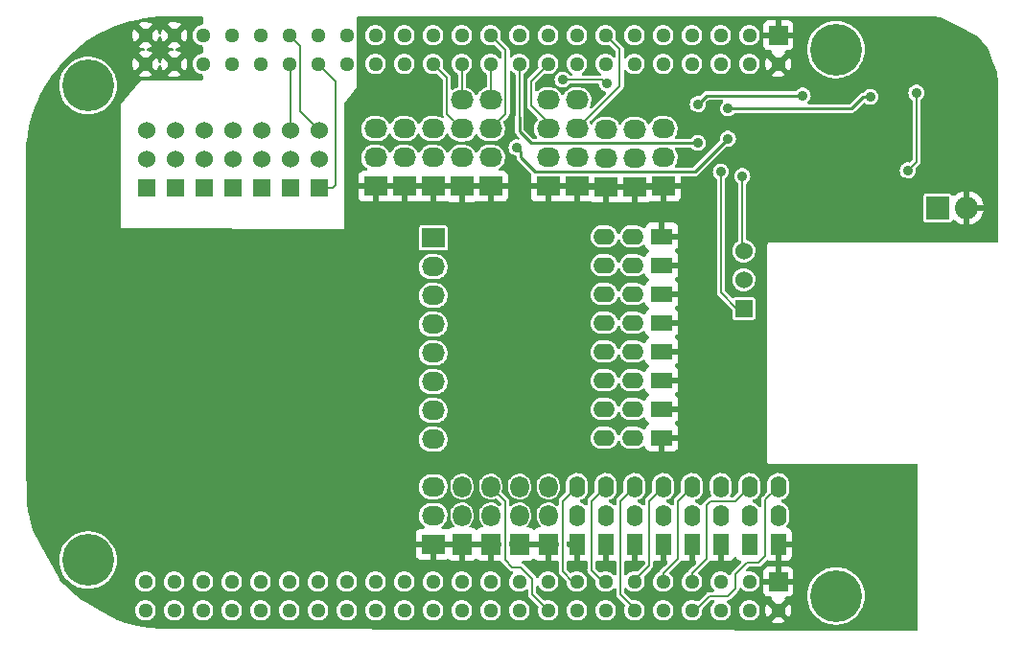
<source format=gbl>
%TF.GenerationSoftware,KiCad,Pcbnew,(6.0.1)*%
%TF.CreationDate,2022-05-20T18:41:22-04:00*%
%TF.ProjectId,BBB-GVS-4,4242422d-4756-4532-9d34-2e6b69636164,0.3*%
%TF.SameCoordinates,PX5962530PY32436e8*%
%TF.FileFunction,Copper,L2,Bot*%
%TF.FilePolarity,Positive*%
%FSLAX46Y46*%
G04 Gerber Fmt 4.6, Leading zero omitted, Abs format (unit mm)*
G04 Created by KiCad (PCBNEW (6.0.1)) date 2022-05-20 18:41:22*
%MOMM*%
%LPD*%
G01*
G04 APERTURE LIST*
%TA.AperFunction,ComponentPad*%
%ADD10R,1.524000X1.524000*%
%TD*%
%TA.AperFunction,ComponentPad*%
%ADD11C,1.524000*%
%TD*%
%TA.AperFunction,ComponentPad*%
%ADD12R,2.032000X1.727200*%
%TD*%
%TA.AperFunction,ComponentPad*%
%ADD13O,2.032000X1.727200*%
%TD*%
%TA.AperFunction,ComponentPad*%
%ADD14R,1.651000X1.651000*%
%TD*%
%TA.AperFunction,ComponentPad*%
%ADD15C,1.300480*%
%TD*%
%TA.AperFunction,ComponentPad*%
%ADD16C,4.572000*%
%TD*%
%TA.AperFunction,ComponentPad*%
%ADD17R,2.032000X2.032000*%
%TD*%
%TA.AperFunction,ComponentPad*%
%ADD18O,2.032000X2.032000*%
%TD*%
%TA.AperFunction,ComponentPad*%
%ADD19R,1.905000X1.422400*%
%TD*%
%TA.AperFunction,ComponentPad*%
%ADD20O,1.905000X1.422400*%
%TD*%
%TA.AperFunction,ComponentPad*%
%ADD21R,1.422400X1.905000*%
%TD*%
%TA.AperFunction,ComponentPad*%
%ADD22O,1.422400X1.905000*%
%TD*%
%TA.AperFunction,ComponentPad*%
%ADD23R,1.651000X1.905000*%
%TD*%
%TA.AperFunction,ComponentPad*%
%ADD24O,1.651000X1.905000*%
%TD*%
%TA.AperFunction,ViaPad*%
%ADD25C,0.889000*%
%TD*%
%TA.AperFunction,Conductor*%
%ADD26C,0.203200*%
%TD*%
%TA.AperFunction,Conductor*%
%ADD27C,0.254000*%
%TD*%
G04 APERTURE END LIST*
D10*
%TO.P,A6,1,P1*%
%TO.N,GNDA_ADC*%
X26162000Y-15367000D03*
D11*
%TO.P,A6,2,PM*%
%TO.N,VDD_ADC*%
X26162000Y-12827000D03*
%TO.P,A6,3,P3*%
%TO.N,AIN6*%
X26162000Y-10287000D03*
%TD*%
D10*
%TO.P,A5,1,P1*%
%TO.N,GNDA_ADC*%
X23622000Y-15367000D03*
D11*
%TO.P,A5,2,PM*%
%TO.N,VDD_ADC*%
X23622000Y-12827000D03*
%TO.P,A5,3,P3*%
%TO.N,AIN5*%
X23622000Y-10287000D03*
%TD*%
D10*
%TO.P,A4,1,P1*%
%TO.N,GNDA_ADC*%
X21082000Y-15367000D03*
D11*
%TO.P,A4,2,PM*%
%TO.N,VDD_ADC*%
X21082000Y-12827000D03*
%TO.P,A4,3,P3*%
%TO.N,AIN4*%
X21082000Y-10287000D03*
%TD*%
D10*
%TO.P,A0,1,P1*%
%TO.N,GNDA_ADC*%
X10922000Y-15367000D03*
D11*
%TO.P,A0,2,PM*%
%TO.N,VDD_ADC*%
X10922000Y-12827000D03*
%TO.P,A0,3,P3*%
%TO.N,AIN0*%
X10922000Y-10287000D03*
%TD*%
D10*
%TO.P,A1,1,P1*%
%TO.N,GNDA_ADC*%
X13462000Y-15367000D03*
D11*
%TO.P,A1,2,PM*%
%TO.N,VDD_ADC*%
X13462000Y-12827000D03*
%TO.P,A1,3,P3*%
%TO.N,AIN1*%
X13462000Y-10287000D03*
%TD*%
D10*
%TO.P,A3,1,P1*%
%TO.N,GNDA_ADC*%
X18542000Y-15367000D03*
D11*
%TO.P,A3,2,PM*%
%TO.N,VDD_ADC*%
X18542000Y-12827000D03*
%TO.P,A3,3,P3*%
%TO.N,AIN3*%
X18542000Y-10287000D03*
%TD*%
D10*
%TO.P,A2,1,P1*%
%TO.N,GNDA_ADC*%
X16002000Y-15367000D03*
D11*
%TO.P,A2,2,PM*%
%TO.N,VDD_ADC*%
X16002000Y-12827000D03*
%TO.P,A2,3,P3*%
%TO.N,AIN2*%
X16002000Y-10287000D03*
%TD*%
D10*
%TO.P,J25,1,P1*%
%TO.N,SYS_5V*%
X63627000Y-26035000D03*
D11*
%TO.P,J25,2,PM*%
%TO.N,/BBB EEPROM Power Etc/F5VDD*%
X63627000Y-23495000D03*
%TO.P,J25,3,P3*%
%TO.N,VDD_5V-UF*%
X63627000Y-20955000D03*
%TD*%
D12*
%TO.P,P1,1,P1*%
%TO.N,Net-(P1-Pad1)*%
X36195000Y-19812000D03*
D13*
%TO.P,P1,2,P2*%
%TO.N,Net-(P1-Pad2)*%
X36195000Y-22352000D03*
%TO.P,P1,3,P3*%
%TO.N,Net-(P1-Pad3)*%
X36195000Y-24892000D03*
%TO.P,P1,4,P4*%
%TO.N,Net-(P1-Pad4)*%
X36195000Y-27432000D03*
%TO.P,P1,5,P5*%
%TO.N,Net-(P1-Pad5)*%
X36195000Y-29972000D03*
%TO.P,P1,6,P6*%
%TO.N,Net-(P1-Pad6)*%
X36195000Y-32512000D03*
%TO.P,P1,7,P7*%
%TO.N,Net-(P1-Pad7)*%
X36195000Y-35052000D03*
%TO.P,P1,8,P8*%
%TO.N,Net-(P1-Pad8)*%
X36195000Y-37592000D03*
%TD*%
D12*
%TO.P,J12,1,P1*%
%TO.N,GND*%
X36195000Y-46863000D03*
D13*
%TO.P,J12,2,PM*%
%TO.N,VCC_3V3EXP*%
X36195000Y-44323000D03*
%TO.P,J12,3,P3*%
%TO.N,/P8 Connector/GPIO1_29*%
X36195000Y-41783000D03*
%TD*%
D12*
%TO.P,J4,1,P1*%
%TO.N,GND*%
X38735000Y-15255000D03*
D13*
%TO.P,J4,2,P2*%
%TO.N,VCC_3V3EXP*%
X38735000Y-12715000D03*
%TO.P,J4,3,P3*%
%TO.N,/P9 Connector/UART1_RXD*%
X38735000Y-10175000D03*
%TO.P,J4,4,P4*%
%TO.N,/P9 Connector/UART1_TXD*%
X38735000Y-7635000D03*
%TD*%
D12*
%TO.P,J7,1,P1*%
%TO.N,GND*%
X48895000Y-15240000D03*
D13*
%TO.P,J7,2,P2*%
%TO.N,VCC_3V3EXP*%
X48895000Y-12700000D03*
%TO.P,J7,3,P3*%
%TO.N,/P9 Connector/UART4_TXD*%
X48895000Y-10160000D03*
%TO.P,J7,4,P4*%
%TO.N,/P9 Connector/UART4_RXD*%
X48895000Y-7620000D03*
%TD*%
D12*
%TO.P,J6,1,P1*%
%TO.N,GND*%
X46355000Y-15240000D03*
D13*
%TO.P,J6,2,P2*%
%TO.N,VCC_3V3EXP*%
X46355000Y-12700000D03*
%TO.P,J6,3,P3*%
%TO.N,/P9 Connector/I2C1_SDA*%
X46355000Y-10160000D03*
%TO.P,J6,4,P4*%
%TO.N,/P9 Connector/I2C1_SCL*%
X46355000Y-7620000D03*
%TD*%
D12*
%TO.P,J5,1,P1*%
%TO.N,GND*%
X41275000Y-15240000D03*
D13*
%TO.P,J5,2,P2*%
%TO.N,VCC_3V3EXP*%
X41275000Y-12700000D03*
%TO.P,J5,3,P3*%
%TO.N,/P9 Connector/UART2_TXD*%
X41275000Y-10160000D03*
%TO.P,J5,4,P4*%
%TO.N,/P9 Connector/UART2_RXD*%
X41275000Y-7620000D03*
%TD*%
D12*
%TO.P,J8,1,P1*%
%TO.N,GND*%
X51435000Y-15300800D03*
D13*
%TO.P,J8,2,PM*%
%TO.N,VCC_3V3EXP*%
X51435000Y-12760800D03*
%TO.P,J8,3,P3*%
%TO.N,/P9 Connector/GPIO1_16*%
X51435000Y-10220800D03*
%TD*%
D12*
%TO.P,J3,1,P1*%
%TO.N,GND*%
X36195000Y-15240000D03*
D13*
%TO.P,J3,2,PM*%
%TO.N,VCC_3V3EXP*%
X36195000Y-12700000D03*
%TO.P,J3,3,P3*%
%TO.N,/P9 Connector/GPIO1_17*%
X36195000Y-10160000D03*
%TD*%
D12*
%TO.P,J2,1,P1*%
%TO.N,GND*%
X33655000Y-15240000D03*
D13*
%TO.P,J2,2,PM*%
%TO.N,VCC_3V3EXP*%
X33655000Y-12700000D03*
%TO.P,J2,3,P3*%
%TO.N,/P9 Connector/GPIO3_19*%
X33655000Y-10160000D03*
%TD*%
D12*
%TO.P,J10,1,P1*%
%TO.N,GND*%
X56515000Y-15240000D03*
D13*
%TO.P,J10,2,PM*%
%TO.N,VCC_3V3EXP*%
X56515000Y-12700000D03*
%TO.P,J10,3,P3*%
%TO.N,/P9 Connector/GPIO1_28*%
X56515000Y-10160000D03*
%TD*%
D12*
%TO.P,J9,1,P1*%
%TO.N,GND*%
X53975000Y-15316200D03*
D13*
%TO.P,J9,2,PM*%
%TO.N,VCC_3V3EXP*%
X53975000Y-12776200D03*
%TO.P,J9,3,P3*%
%TO.N,/P9 Connector/EHRPWM1A*%
X53975000Y-10236200D03*
%TD*%
D12*
%TO.P,J1,1,P1*%
%TO.N,GND*%
X31115000Y-15240000D03*
D13*
%TO.P,J1,2,PM*%
%TO.N,VCC_3V3EXP*%
X31115000Y-12700000D03*
%TO.P,J1,3,P3*%
%TO.N,/P9 Connector/SPI1_D1*%
X31115000Y-10160000D03*
%TD*%
D14*
%TO.P,BRD1,B1,DGND*%
%TO.N,GND*%
X66675000Y-50165000D03*
D15*
%TO.P,BRD1,B2,DGND*%
X66675000Y-52705000D03*
%TO.P,BRD1,B3,GPIO1_6*%
%TO.N,unconnected-(BRD1-PadB3)*%
X64135000Y-50165000D03*
%TO.P,BRD1,B4,GPIO1_7*%
%TO.N,unconnected-(BRD1-PadB4)*%
X64135000Y-52705000D03*
%TO.P,BRD1,B5,GPIO1_2*%
%TO.N,unconnected-(BRD1-PadB5)*%
X61595000Y-50165000D03*
%TO.P,BRD1,B6,GPIO1_3*%
%TO.N,unconnected-(BRD1-PadB6)*%
X61595000Y-52705000D03*
%TO.P,BRD1,B7,TIMER4*%
%TO.N,/P8 Connector/TIMER4*%
X59055000Y-50165000D03*
%TO.P,BRD1,B8,TIMER7*%
%TO.N,/P8 Connector/TIMER7*%
X59055000Y-52705000D03*
%TO.P,BRD1,B9,TIMER5*%
%TO.N,/P8 Connector/TIMER5*%
X56515000Y-50165000D03*
%TO.P,BRD1,B10,TIMER6*%
%TO.N,/P8 Connector/TIMER6*%
X56515000Y-52705000D03*
%TO.P,BRD1,B11,GPIO1_13*%
%TO.N,/P8 Connector/GPIO1_13*%
X53975000Y-50165000D03*
%TO.P,BRD1,B12,GPIO1_12*%
%TO.N,/P8 Connector/GPIO1_12*%
X53975000Y-52705000D03*
%TO.P,BRD1,B13,EHRPWM2B*%
%TO.N,/P8 Connector/EHRPWM2B*%
X51435000Y-50165000D03*
%TO.P,BRD1,B14,GPIO0_26*%
%TO.N,/P8 Connector/GPIO0_26*%
X51435000Y-52705000D03*
%TO.P,BRD1,B15,GPIO1_15*%
%TO.N,/P8 Connector/GPIO1_15*%
X48895000Y-50165000D03*
%TO.P,BRD1,B16,GPIO1_14*%
%TO.N,/P8 Connector/GPIO1_14*%
X48895000Y-52705000D03*
%TO.P,BRD1,B17,GPIO0_27*%
%TO.N,/P8 Connector/GPIO0_27*%
X46355000Y-50165000D03*
%TO.P,BRD1,B18,GPIO2_1*%
%TO.N,/P8 Connector/GPIO2_1*%
X46355000Y-52705000D03*
%TO.P,BRD1,B19,EHRPWM2A*%
%TO.N,/P8 Connector/EHRPWM2A*%
X43815000Y-50165000D03*
%TO.P,BRD1,B20,GPIO1_31*%
%TO.N,unconnected-(BRD1-PadB20)*%
X43815000Y-52705000D03*
%TO.P,BRD1,B21,GPIO1_30*%
%TO.N,unconnected-(BRD1-PadB21)*%
X41275000Y-50165000D03*
%TO.P,BRD1,B22,GPIO1_5*%
%TO.N,unconnected-(BRD1-PadB22)*%
X41275000Y-52705000D03*
%TO.P,BRD1,B23,GPIO1_4*%
%TO.N,unconnected-(BRD1-PadB23)*%
X38735000Y-50165000D03*
%TO.P,BRD1,B24,GPIO1_1*%
%TO.N,unconnected-(BRD1-PadB24)*%
X38735000Y-52705000D03*
%TO.P,BRD1,B25,GPIO1_0*%
%TO.N,unconnected-(BRD1-PadB25)*%
X36195000Y-50165000D03*
%TO.P,BRD1,B26,GPIO1_29*%
%TO.N,/P8 Connector/GPIO1_29*%
X36195000Y-52705000D03*
%TO.P,BRD1,B27,GPIO2_22*%
%TO.N,unconnected-(BRD1-PadB27)*%
X33655000Y-50165000D03*
%TO.P,BRD1,B28,GPIO2_24*%
%TO.N,unconnected-(BRD1-PadB28)*%
X33655000Y-52705000D03*
%TO.P,BRD1,B29,GPIO2_23*%
%TO.N,unconnected-(BRD1-PadB29)*%
X31115000Y-50165000D03*
%TO.P,BRD1,B30,GPIO2_25*%
%TO.N,unconnected-(BRD1-PadB30)*%
X31115000Y-52705000D03*
%TO.P,BRD1,B31,UART5_CTSN*%
%TO.N,unconnected-(BRD1-PadB31)*%
X28575000Y-50165000D03*
%TO.P,BRD1,B32,UART5_RTSN*%
%TO.N,unconnected-(BRD1-PadB32)*%
X28575000Y-52705000D03*
%TO.P,BRD1,B33,UART4_RTSN*%
%TO.N,unconnected-(BRD1-PadB33)*%
X26035000Y-50165000D03*
%TO.P,BRD1,B34,UART3_RTSN*%
%TO.N,unconnected-(BRD1-PadB34)*%
X26035000Y-52705000D03*
%TO.P,BRD1,B35,UART4_CTSN*%
%TO.N,unconnected-(BRD1-PadB35)*%
X23495000Y-50165000D03*
%TO.P,BRD1,B36,UART3_CTSN*%
%TO.N,unconnected-(BRD1-PadB36)*%
X23495000Y-52705000D03*
%TO.P,BRD1,B37,UART5_TXD*%
%TO.N,unconnected-(BRD1-PadB37)*%
X20955000Y-50165000D03*
%TO.P,BRD1,B38,UART5_RXD*%
%TO.N,unconnected-(BRD1-PadB38)*%
X20955000Y-52705000D03*
%TO.P,BRD1,B39,GPIO2_12*%
%TO.N,unconnected-(BRD1-PadB39)*%
X18415000Y-50165000D03*
%TO.P,BRD1,B40,GPIO2_13*%
%TO.N,unconnected-(BRD1-PadB40)*%
X18415000Y-52705000D03*
%TO.P,BRD1,B41,GPIO2_10*%
%TO.N,unconnected-(BRD1-PadB41)*%
X15875000Y-50165000D03*
%TO.P,BRD1,B42,GPIO2_11*%
%TO.N,unconnected-(BRD1-PadB42)*%
X15875000Y-52705000D03*
%TO.P,BRD1,B43,GPIO2_8*%
%TO.N,unconnected-(BRD1-PadB43)*%
X13335000Y-50165000D03*
%TO.P,BRD1,B44,GPIO2_9*%
%TO.N,unconnected-(BRD1-PadB44)*%
X13335000Y-52705000D03*
%TO.P,BRD1,B45,GPIO2_6*%
%TO.N,unconnected-(BRD1-PadB45)*%
X10795000Y-50165000D03*
%TO.P,BRD1,B46,GPIO2_7*%
%TO.N,unconnected-(BRD1-PadB46)*%
X10795000Y-52705000D03*
D14*
%TO.P,BRD1,C1,DGND*%
%TO.N,GND*%
X66675000Y-1905000D03*
D15*
%TO.P,BRD1,C2,DGND*%
X66675000Y-4445000D03*
%TO.P,BRD1,C3,VDD_3V3EXP*%
%TO.N,VDD_3V3-UF*%
X64135000Y-1905000D03*
%TO.P,BRD1,C4,VDD_3V3EXP*%
X64135000Y-4445000D03*
%TO.P,BRD1,C5,VDD_5V*%
%TO.N,VDD_5V-UF*%
X61595000Y-1905000D03*
%TO.P,BRD1,C6,VDD_5V*%
X61595000Y-4445000D03*
%TO.P,BRD1,C7,SYS_5V*%
%TO.N,SYS_5V*%
X59055000Y-1905000D03*
%TO.P,BRD1,C8,SYS_5V*%
X59055000Y-4445000D03*
%TO.P,BRD1,C9,PWR_BUT*%
%TO.N,/P9 Connector/PWR_BUT*%
X56515000Y-1905000D03*
%TO.P,BRD1,C10,SYS_RESETn*%
%TO.N,/P9 Connector/SYS_RESETn*%
X56515000Y-4445000D03*
%TO.P,BRD1,C11,UART4_RXD*%
%TO.N,/P9 Connector/UART4_RXD*%
X53975000Y-1905000D03*
%TO.P,BRD1,C12,GPIO1_28*%
%TO.N,/P9 Connector/GPIO1_28*%
X53975000Y-4445000D03*
%TO.P,BRD1,C13,UART4_TXD*%
%TO.N,/P9 Connector/UART4_TXD*%
X51435000Y-1905000D03*
%TO.P,BRD1,C14,EHRPWM1A*%
%TO.N,/P9 Connector/EHRPWM1A*%
X51435000Y-4445000D03*
%TO.P,BRD1,C15,GPIO1_16*%
%TO.N,/P9 Connector/GPIO1_16*%
X48895000Y-1905000D03*
%TO.P,BRD1,C16,EHRPWM1B*%
%TO.N,/P9 Connector/EHRPWM1B*%
X48895000Y-4445000D03*
%TO.P,BRD1,C17,I2C1_SCL*%
%TO.N,/P9 Connector/I2C1_SCL*%
X46355000Y-1905000D03*
%TO.P,BRD1,C18,I2C1_SDA*%
%TO.N,/P9 Connector/I2C1_SDA*%
X46355000Y-4445000D03*
%TO.P,BRD1,C19,I2C2_SCL*%
%TO.N,I2C2_SCL*%
X43815000Y-1905000D03*
%TO.P,BRD1,C20,I2C2_SDA*%
%TO.N,I2C2_SDA*%
X43815000Y-4445000D03*
%TO.P,BRD1,C21,UART2_TXD*%
%TO.N,/P9 Connector/UART2_TXD*%
X41275000Y-1905000D03*
%TO.P,BRD1,C22,UART2_RXD*%
%TO.N,/P9 Connector/UART2_RXD*%
X41275000Y-4445000D03*
%TO.P,BRD1,C23,GPIO1_17*%
%TO.N,/P9 Connector/GPIO1_17*%
X38735000Y-1905000D03*
%TO.P,BRD1,C24,UART1_TXD*%
%TO.N,/P9 Connector/UART1_TXD*%
X38735000Y-4445000D03*
%TO.P,BRD1,C25,GPIO3_21*%
%TO.N,unconnected-(BRD1-PadC25)*%
X36195000Y-1905000D03*
%TO.P,BRD1,C26,UART1_RXD*%
%TO.N,/P9 Connector/UART1_RXD*%
X36195000Y-4445000D03*
%TO.P,BRD1,C27,GPIO3_19*%
%TO.N,/P9 Connector/GPIO3_19*%
X33655000Y-1905000D03*
%TO.P,BRD1,C28,SPI1_CS0*%
%TO.N,unconnected-(BRD1-PadC28)*%
X33655000Y-4445000D03*
%TO.P,BRD1,C29,SPI1_D0*%
%TO.N,unconnected-(BRD1-PadC29)*%
X31115000Y-1905000D03*
%TO.P,BRD1,C30,SPI1_D1*%
%TO.N,/P9 Connector/SPI1_D1*%
X31115000Y-4445000D03*
%TO.P,BRD1,C31,SPI1_SCLK*%
%TO.N,unconnected-(BRD1-PadC31)*%
X28575000Y-1905000D03*
%TO.P,BRD1,C32,VDD_ADC*%
%TO.N,VDD_ADC*%
X28575000Y-4445000D03*
%TO.P,BRD1,C33,AIN4*%
%TO.N,AIN4*%
X26035000Y-1905000D03*
%TO.P,BRD1,C34,GNDA_ADC*%
%TO.N,GNDA_ADC*%
X26035000Y-4445000D03*
%TO.P,BRD1,C35,AIN6*%
%TO.N,AIN6*%
X23495000Y-1905000D03*
%TO.P,BRD1,C36,AIN5*%
%TO.N,AIN5*%
X23495000Y-4445000D03*
%TO.P,BRD1,C37,AIN2*%
%TO.N,AIN2*%
X20955000Y-1905000D03*
%TO.P,BRD1,C38,AIN3*%
%TO.N,AIN3*%
X20955000Y-4445000D03*
%TO.P,BRD1,C39,AIN0*%
%TO.N,AIN0*%
X18415000Y-1905000D03*
%TO.P,BRD1,C40,AIN1*%
%TO.N,AIN1*%
X18415000Y-4445000D03*
%TO.P,BRD1,C41,CLKOUT2*%
%TO.N,/P9 Connector/CLKOUT2*%
X15875000Y-1905000D03*
%TO.P,BRD1,C42,GPIO0_7*%
%TO.N,/P9 Connector/GPIO0_7*%
X15875000Y-4445000D03*
%TO.P,BRD1,C43,DGND*%
%TO.N,GND*%
X13335000Y-1905000D03*
%TO.P,BRD1,C44,DGND*%
X13335000Y-4445000D03*
%TO.P,BRD1,C45,DGND*%
X10795000Y-1905000D03*
%TO.P,BRD1,C46,DGND*%
X10795000Y-4445000D03*
D16*
%TO.P,BRD1,M1*%
%TO.N,N/C*%
X5715000Y-6350000D03*
%TO.P,BRD1,M2*%
X71755000Y-3175000D03*
%TO.P,BRD1,M3*%
X71755000Y-51435000D03*
%TO.P,BRD1,M4*%
X5715000Y-48260000D03*
%TD*%
D17*
%TO.P,J11,1,P1*%
%TO.N,Net-(J11-Pad1)*%
X80772000Y-17145000D03*
D18*
%TO.P,J11,2,PM*%
%TO.N,GND*%
X83312000Y-17145000D03*
%TD*%
D19*
%TO.P,J26,1,G*%
%TO.N,GND*%
X56388000Y-37465000D03*
D20*
%TO.P,J26,2,V*%
%TO.N,VDD_5V*%
X53848000Y-37465000D03*
%TO.P,J26,3,3*%
%TO.N,Net-(J26-Pad3)*%
X51308000Y-37465000D03*
D19*
%TO.P,J26,4,4*%
%TO.N,GND*%
X56388000Y-34925000D03*
D20*
%TO.P,J26,5,5*%
%TO.N,VDD_5V*%
X53848000Y-34925000D03*
%TO.P,J26,6,6*%
%TO.N,Net-(J26-Pad6)*%
X51308000Y-34925000D03*
D19*
%TO.P,J26,7,7*%
%TO.N,GND*%
X56388000Y-32385000D03*
D20*
%TO.P,J26,8,8*%
%TO.N,VDD_5V*%
X53848000Y-32385000D03*
%TO.P,J26,9,9*%
%TO.N,Net-(J26-Pad9)*%
X51308000Y-32385000D03*
D19*
%TO.P,J26,10,10*%
%TO.N,GND*%
X56388000Y-29845000D03*
D20*
%TO.P,J26,11,11*%
%TO.N,VDD_5V*%
X53848000Y-29845000D03*
%TO.P,J26,12,12*%
%TO.N,Net-(J26-Pad12)*%
X51308000Y-29845000D03*
D19*
%TO.P,J26,13,13*%
%TO.N,GND*%
X56388000Y-27305000D03*
D20*
%TO.P,J26,14,14*%
%TO.N,VDD_5V*%
X53848000Y-27305000D03*
%TO.P,J26,15,15*%
%TO.N,Net-(J26-Pad15)*%
X51308000Y-27305000D03*
D19*
%TO.P,J26,16,16*%
%TO.N,GND*%
X56388000Y-24765000D03*
D20*
%TO.P,J26,17,17*%
%TO.N,VDD_5V*%
X53848000Y-24765000D03*
%TO.P,J26,18,18*%
%TO.N,Net-(J26-Pad18)*%
X51308000Y-24765000D03*
D19*
%TO.P,J26,19,19*%
%TO.N,GND*%
X56388000Y-22225000D03*
D20*
%TO.P,J26,20,20*%
%TO.N,VDD_5V*%
X53848000Y-22225000D03*
%TO.P,J26,21,21*%
%TO.N,Net-(J26-Pad21)*%
X51308000Y-22225000D03*
D19*
%TO.P,J26,22,22*%
%TO.N,GND*%
X56388000Y-19685000D03*
D20*
%TO.P,J26,23,23*%
%TO.N,VDD_5V*%
X53848000Y-19685000D03*
%TO.P,J26,24,24*%
%TO.N,Net-(J26-Pad24)*%
X51308000Y-19685000D03*
%TD*%
D21*
%TO.P,J24,1,G*%
%TO.N,GND*%
X48895000Y-46863000D03*
D22*
%TO.P,J24,2,V*%
%TO.N,VCC_3V3EXP*%
X48895000Y-44323000D03*
%TO.P,J24,3,3*%
%TO.N,/P8 Connector/GPIO1_15*%
X48895000Y-41783000D03*
D21*
%TO.P,J24,4,4*%
%TO.N,GND*%
X51435000Y-46863000D03*
D22*
%TO.P,J24,5,5*%
%TO.N,VCC_3V3EXP*%
X51435000Y-44323000D03*
%TO.P,J24,6,6*%
%TO.N,/P8 Connector/EHRPWM2B*%
X51435000Y-41783000D03*
D21*
%TO.P,J24,7,7*%
%TO.N,GND*%
X53975000Y-46863000D03*
D22*
%TO.P,J24,8,8*%
%TO.N,VCC_3V3EXP*%
X53975000Y-44323000D03*
%TO.P,J24,9,9*%
%TO.N,/P8 Connector/GPIO1_12*%
X53975000Y-41783000D03*
D21*
%TO.P,J24,10,10*%
%TO.N,GND*%
X56515000Y-46863000D03*
D22*
%TO.P,J24,11,11*%
%TO.N,VCC_3V3EXP*%
X56515000Y-44323000D03*
%TO.P,J24,12,12*%
%TO.N,/P8 Connector/GPIO1_13*%
X56515000Y-41783000D03*
D21*
%TO.P,J24,13,13*%
%TO.N,GND*%
X59055000Y-46863000D03*
D22*
%TO.P,J24,14,14*%
%TO.N,VCC_3V3EXP*%
X59055000Y-44323000D03*
%TO.P,J24,15,15*%
%TO.N,/P8 Connector/TIMER5*%
X59055000Y-41783000D03*
D21*
%TO.P,J24,16,16*%
%TO.N,GND*%
X61595000Y-46863000D03*
D22*
%TO.P,J24,17,17*%
%TO.N,VCC_3V3EXP*%
X61595000Y-44323000D03*
%TO.P,J24,18,18*%
%TO.N,/P8 Connector/TIMER6*%
X61595000Y-41783000D03*
D21*
%TO.P,J24,19,19*%
%TO.N,GND*%
X64135000Y-46863000D03*
D22*
%TO.P,J24,20,20*%
%TO.N,VCC_3V3EXP*%
X64135000Y-44323000D03*
%TO.P,J24,21,21*%
%TO.N,/P8 Connector/TIMER4*%
X64135000Y-41783000D03*
D21*
%TO.P,J24,22,22*%
%TO.N,GND*%
X66675000Y-46863000D03*
D22*
%TO.P,J24,23,23*%
%TO.N,VCC_3V3EXP*%
X66675000Y-44323000D03*
%TO.P,J24,24,24*%
%TO.N,/P8 Connector/TIMER7*%
X66675000Y-41783000D03*
%TD*%
D23*
%TO.P,J16,1,G*%
%TO.N,GND*%
X38735000Y-46863000D03*
D24*
%TO.P,J16,2,V*%
%TO.N,VCC_3V3EXP*%
X38735000Y-44323000D03*
%TO.P,J16,3,3*%
%TO.N,/P8 Connector/EHRPWM2A*%
X38735000Y-41783000D03*
D23*
%TO.P,J16,4,4*%
%TO.N,GND*%
X41275000Y-46863000D03*
D24*
%TO.P,J16,5,5*%
%TO.N,VCC_3V3EXP*%
X41275000Y-44323000D03*
%TO.P,J16,6,6*%
%TO.N,/P8 Connector/GPIO2_1*%
X41275000Y-41783000D03*
D23*
%TO.P,J16,7,7*%
%TO.N,GND*%
X43815000Y-46863000D03*
D24*
%TO.P,J16,8,8*%
%TO.N,VCC_3V3EXP*%
X43815000Y-44323000D03*
%TO.P,J16,9,9*%
%TO.N,/P8 Connector/GPIO0_27*%
X43815000Y-41783000D03*
D23*
%TO.P,J16,10,10*%
%TO.N,GND*%
X46355000Y-46863000D03*
D24*
%TO.P,J16,11,11*%
%TO.N,VCC_3V3EXP*%
X46355000Y-44323000D03*
%TO.P,J16,12,12*%
%TO.N,/P8 Connector/GPIO1_14*%
X46355000Y-41783000D03*
%TD*%
D25*
%TO.N,GND*%
X81534000Y-10414000D03*
X63246000Y-35433000D03*
X39243000Y-37998400D03*
X69723000Y-16129000D03*
X81407000Y-4318000D03*
X41224200Y-27965400D03*
X29794200Y-25577800D03*
%TO.N,VDD_5V-UF*%
X63500000Y-14351000D03*
%TO.N,SYS_5V*%
X61595000Y-13970000D03*
%TO.N,/P9 Connector/GPIO1_16*%
X51536600Y-6197600D03*
X47625000Y-5816600D03*
%TO.N,I2C2_SCL*%
X62230000Y-8382000D03*
X62230000Y-11049000D03*
X74803000Y-7366000D03*
X43561000Y-11811000D03*
%TO.N,I2C2_SDA*%
X68834000Y-7239000D03*
X59563000Y-8001000D03*
X59563000Y-11430000D03*
%TO.N,Net-(J11-Pad1)*%
X78867000Y-6985000D03*
X78105000Y-13843000D03*
%TD*%
D26*
%TO.N,VDD_5V-UF*%
X63500000Y-20828000D02*
X63627000Y-20955000D01*
X63500000Y-20828000D02*
X63500000Y-14351000D01*
%TO.N,SYS_5V*%
X62992000Y-26035000D02*
X61595000Y-24638000D01*
X61595000Y-24638000D02*
X61595000Y-13970000D01*
X63627000Y-26035000D02*
X62992000Y-26035000D01*
%TO.N,GNDA_ADC*%
X26035000Y-4445000D02*
X27624000Y-6034000D01*
X27362000Y-15367000D02*
X26162000Y-15367000D01*
X27624000Y-6034000D02*
X27624000Y-15105000D01*
X27624000Y-15105000D02*
X27362000Y-15367000D01*
%TO.N,AIN6*%
X24449551Y-8574551D02*
X24449551Y-2859551D01*
X26162000Y-10287000D02*
X24449551Y-8574551D01*
X24449551Y-2859551D02*
X23495000Y-1905000D01*
%TO.N,AIN5*%
X23622000Y-10287000D02*
X23622000Y-4572000D01*
X23622000Y-4572000D02*
X23495000Y-4445000D01*
%TO.N,/P9 Connector/UART4_TXD*%
X52679600Y-3149600D02*
X51435000Y-1905000D01*
X52679600Y-6375400D02*
X52679600Y-3149600D01*
X48895000Y-10160000D02*
X52679600Y-6375400D01*
%TO.N,/P9 Connector/GPIO1_16*%
X47625000Y-5816600D02*
X51155600Y-5816600D01*
X51155600Y-5816600D02*
X51536600Y-6197600D01*
%TO.N,/P9 Connector/I2C1_SDA*%
X46355000Y-9652000D02*
X44831000Y-8128000D01*
X44831000Y-8128000D02*
X44831000Y-5969000D01*
X44831000Y-5969000D02*
X46355000Y-4445000D01*
X46355000Y-10160000D02*
X46355000Y-9652000D01*
%TO.N,/P9 Connector/UART2_TXD*%
X41275000Y-10160000D02*
X42595320Y-8839680D01*
X42595320Y-3225320D02*
X41275000Y-1905000D01*
X42595320Y-8839680D02*
X42595320Y-3225320D01*
%TO.N,/P9 Connector/UART2_RXD*%
X41275000Y-7620000D02*
X41275000Y-4445000D01*
%TO.N,/P9 Connector/UART1_TXD*%
X38735000Y-7635000D02*
X38735000Y-4445000D01*
%TO.N,/P9 Connector/UART1_RXD*%
X38735000Y-10175000D02*
X37414680Y-8854680D01*
X37414680Y-8854680D02*
X37414680Y-5664680D01*
X37414680Y-5664680D02*
X36195000Y-4445000D01*
D27*
%TO.N,I2C2_SCL*%
X74168000Y-7366000D02*
X73152000Y-8382000D01*
X73152000Y-8382000D02*
X62230000Y-8382000D01*
X43561000Y-11811000D02*
X43942000Y-12192000D01*
X43942000Y-12192000D02*
X43942000Y-12700000D01*
X43942000Y-12700000D02*
X45212000Y-13970000D01*
X45212000Y-13970000D02*
X59309000Y-13970000D01*
X59309000Y-13970000D02*
X62230000Y-11049000D01*
X74803000Y-7366000D02*
X74168000Y-7366000D01*
%TO.N,I2C2_SDA*%
X59563000Y-8001000D02*
X60325000Y-7239000D01*
X60325000Y-7239000D02*
X68834000Y-7239000D01*
D26*
X43815000Y-9144000D02*
X43815000Y-4445000D01*
D27*
X43815000Y-10414000D02*
X44831000Y-11430000D01*
X44831000Y-11430000D02*
X59563000Y-11430000D01*
X43815000Y-9144000D02*
X43815000Y-10414000D01*
D26*
%TO.N,/P8 Connector/TIMER4*%
X59055000Y-49403000D02*
X60325000Y-48133000D01*
X60325000Y-48133000D02*
X60325000Y-43434000D01*
X60325000Y-43434000D02*
X60706000Y-43053000D01*
X60706000Y-43053000D02*
X62865000Y-43053000D01*
X62865000Y-43053000D02*
X64135000Y-41783000D01*
X59055000Y-50165000D02*
X59055000Y-49403000D01*
%TO.N,/P8 Connector/TIMER5*%
X56515000Y-49403000D02*
X57785000Y-48133000D01*
X57785000Y-48133000D02*
X57785000Y-43053000D01*
X57785000Y-43053000D02*
X59055000Y-41783000D01*
X56515000Y-50165000D02*
X56515000Y-49403000D01*
%TO.N,/P8 Connector/GPIO1_13*%
X53975000Y-50038000D02*
X55245000Y-48768000D01*
X55245000Y-48768000D02*
X55245000Y-43053000D01*
X55245000Y-43053000D02*
X56515000Y-41783000D01*
X53975000Y-50165000D02*
X53975000Y-50038000D01*
%TO.N,/P8 Connector/EHRPWM2B*%
X51181000Y-50165000D02*
X50165000Y-49149000D01*
X50165000Y-49149000D02*
X50165000Y-43053000D01*
X50165000Y-43053000D02*
X51435000Y-41783000D01*
X51435000Y-50165000D02*
X51181000Y-50165000D01*
%TO.N,/P8 Connector/GPIO1_15*%
X48514000Y-50165000D02*
X47625000Y-49276000D01*
X47625000Y-49276000D02*
X47625000Y-43053000D01*
X47625000Y-43053000D02*
X48895000Y-41783000D01*
X48895000Y-50165000D02*
X48514000Y-50165000D01*
%TO.N,/P8 Connector/TIMER7*%
X59309000Y-52705000D02*
X60579000Y-51435000D01*
X60579000Y-51435000D02*
X62230000Y-51435000D01*
X62230000Y-51435000D02*
X62865000Y-50800000D01*
X62865000Y-50800000D02*
X62865000Y-49530000D01*
X62865000Y-49530000D02*
X63881000Y-48514000D01*
X63881000Y-48514000D02*
X64897000Y-48514000D01*
X64897000Y-48514000D02*
X65532000Y-47879000D01*
X65532000Y-47879000D02*
X65532000Y-42926000D01*
X65532000Y-42926000D02*
X66675000Y-41783000D01*
X59055000Y-52705000D02*
X59309000Y-52705000D01*
%TO.N,/P8 Connector/GPIO1_12*%
X53975000Y-52578000D02*
X52705000Y-51308000D01*
X52705000Y-51308000D02*
X52705000Y-43053000D01*
X52705000Y-43053000D02*
X53975000Y-41783000D01*
X53975000Y-52705000D02*
X53975000Y-52578000D01*
%TO.N,/P8 Connector/GPIO2_1*%
X42545000Y-43053000D02*
X41275000Y-41783000D01*
X43942000Y-48895000D02*
X44958000Y-49911000D01*
X44958000Y-49911000D02*
X44958000Y-51308000D01*
X44958000Y-51308000D02*
X46355000Y-52705000D01*
X43180000Y-48895000D02*
X43942000Y-48895000D01*
X43180000Y-48895000D02*
X42545000Y-48260000D01*
X42545000Y-48260000D02*
X42545000Y-43053000D01*
%TO.N,Net-(J11-Pad1)*%
X78105000Y-13843000D02*
X78867000Y-13081000D01*
X78867000Y-13081000D02*
X78867000Y-6985000D01*
%TD*%
%TA.AperFunction,Conductor*%
%TO.N,GND*%
G36*
X15749009Y-249227D02*
G01*
X15817129Y-269234D01*
X15863618Y-322893D01*
X15875000Y-375227D01*
X15875000Y-878014D01*
X15854998Y-946135D01*
X15801342Y-992628D01*
X15775197Y-1001261D01*
X15700754Y-1017085D01*
X15593880Y-1039801D01*
X15587850Y-1042486D01*
X15587849Y-1042486D01*
X15426168Y-1114471D01*
X15426166Y-1114472D01*
X15420138Y-1117156D01*
X15414797Y-1121036D01*
X15414796Y-1121037D01*
X15271620Y-1225060D01*
X15271618Y-1225062D01*
X15266276Y-1228943D01*
X15139018Y-1370278D01*
X15101349Y-1435522D01*
X15060926Y-1505538D01*
X15043926Y-1534982D01*
X15041884Y-1541267D01*
X15006773Y-1649329D01*
X14985156Y-1715858D01*
X14965276Y-1905000D01*
X14965966Y-1911565D01*
X14983796Y-2081198D01*
X14985156Y-2094142D01*
X14987196Y-2100420D01*
X14987196Y-2100421D01*
X15007164Y-2161876D01*
X15043926Y-2275018D01*
X15047229Y-2280740D01*
X15047230Y-2280741D01*
X15080846Y-2338966D01*
X15139018Y-2439722D01*
X15143436Y-2444629D01*
X15143437Y-2444630D01*
X15204241Y-2512160D01*
X15266276Y-2581057D01*
X15271618Y-2584938D01*
X15271620Y-2584940D01*
X15329829Y-2627231D01*
X15420138Y-2692844D01*
X15426166Y-2695528D01*
X15426168Y-2695529D01*
X15587849Y-2767514D01*
X15593880Y-2770199D01*
X15700754Y-2792915D01*
X15775197Y-2808739D01*
X15837670Y-2842467D01*
X15871992Y-2904617D01*
X15875000Y-2931986D01*
X15875000Y-3418014D01*
X15854998Y-3486135D01*
X15801342Y-3532628D01*
X15775197Y-3541261D01*
X15700754Y-3557085D01*
X15593880Y-3579801D01*
X15587850Y-3582486D01*
X15587849Y-3582486D01*
X15426168Y-3654471D01*
X15426166Y-3654472D01*
X15420138Y-3657156D01*
X15414797Y-3661036D01*
X15414796Y-3661037D01*
X15271620Y-3765060D01*
X15271618Y-3765062D01*
X15266276Y-3768943D01*
X15261855Y-3773853D01*
X15261854Y-3773854D01*
X15196309Y-3846650D01*
X15139018Y-3910278D01*
X15043926Y-4074982D01*
X15041884Y-4081267D01*
X15003064Y-4200744D01*
X14985156Y-4255858D01*
X14965276Y-4445000D01*
X14965966Y-4451565D01*
X14984095Y-4624043D01*
X14985156Y-4634142D01*
X15043926Y-4815018D01*
X15047229Y-4820740D01*
X15047230Y-4820741D01*
X15057924Y-4839263D01*
X15139018Y-4979722D01*
X15143436Y-4984629D01*
X15143437Y-4984630D01*
X15261854Y-5116146D01*
X15266276Y-5121057D01*
X15271618Y-5124938D01*
X15271620Y-5124940D01*
X15414796Y-5228963D01*
X15420138Y-5232844D01*
X15426166Y-5235528D01*
X15426168Y-5235529D01*
X15549680Y-5290520D01*
X15593880Y-5310199D01*
X15700754Y-5332915D01*
X15775197Y-5348739D01*
X15837670Y-5382467D01*
X15871992Y-5444617D01*
X15875000Y-5471986D01*
X15875000Y-5741400D01*
X15854998Y-5809521D01*
X15801342Y-5856014D01*
X15749000Y-5867400D01*
X10414000Y-5867400D01*
X10407765Y-5874971D01*
X10407764Y-5874972D01*
X9381083Y-7121656D01*
X8636000Y-8026400D01*
X8636000Y-18948400D01*
X8649381Y-18948469D01*
X28328283Y-19049907D01*
X28328284Y-19049907D01*
X28346400Y-19050000D01*
X28346109Y-18923333D01*
X34924500Y-18923333D01*
X34924501Y-20700666D01*
X34939266Y-20774901D01*
X34995516Y-20859084D01*
X35079699Y-20915334D01*
X35153933Y-20930100D01*
X36194831Y-20930100D01*
X37236066Y-20930099D01*
X37271818Y-20922988D01*
X37298126Y-20917756D01*
X37298128Y-20917755D01*
X37310301Y-20915334D01*
X37320621Y-20908439D01*
X37320622Y-20908438D01*
X37384168Y-20865977D01*
X37394484Y-20859084D01*
X37450734Y-20774901D01*
X37465500Y-20700667D01*
X37465499Y-18923334D01*
X37450734Y-18849099D01*
X37441406Y-18835138D01*
X37401377Y-18775232D01*
X37394484Y-18764916D01*
X37310301Y-18708666D01*
X37236067Y-18693900D01*
X36195169Y-18693900D01*
X35153934Y-18693901D01*
X35118182Y-18701012D01*
X35091874Y-18706244D01*
X35091872Y-18706245D01*
X35079699Y-18708666D01*
X35069379Y-18715561D01*
X35069378Y-18715562D01*
X35042531Y-18733501D01*
X34995516Y-18764916D01*
X34939266Y-18849099D01*
X34924500Y-18923333D01*
X28346109Y-18923333D01*
X28339729Y-16148269D01*
X29591001Y-16148269D01*
X29591371Y-16155090D01*
X29596895Y-16205952D01*
X29600521Y-16221204D01*
X29645676Y-16341654D01*
X29654214Y-16357249D01*
X29730715Y-16459324D01*
X29743276Y-16471885D01*
X29845351Y-16548386D01*
X29860946Y-16556924D01*
X29981394Y-16602078D01*
X29996649Y-16605705D01*
X30047514Y-16611231D01*
X30054328Y-16611600D01*
X30842885Y-16611600D01*
X30858124Y-16607125D01*
X30859329Y-16605735D01*
X30861000Y-16598052D01*
X30861000Y-16593484D01*
X31369000Y-16593484D01*
X31373475Y-16608723D01*
X31374865Y-16609928D01*
X31382548Y-16611599D01*
X32175669Y-16611599D01*
X32182490Y-16611229D01*
X32233352Y-16605705D01*
X32248603Y-16602079D01*
X32340770Y-16567527D01*
X32411577Y-16562344D01*
X32429230Y-16567527D01*
X32521394Y-16602078D01*
X32536649Y-16605705D01*
X32587514Y-16611231D01*
X32594328Y-16611600D01*
X33382885Y-16611600D01*
X33398124Y-16607125D01*
X33399329Y-16605735D01*
X33401000Y-16598052D01*
X33401000Y-16593484D01*
X33909000Y-16593484D01*
X33913475Y-16608723D01*
X33914865Y-16609928D01*
X33922548Y-16611599D01*
X34715669Y-16611599D01*
X34722490Y-16611229D01*
X34773352Y-16605705D01*
X34788603Y-16602079D01*
X34880770Y-16567527D01*
X34951577Y-16562344D01*
X34969230Y-16567527D01*
X35061394Y-16602078D01*
X35076649Y-16605705D01*
X35127514Y-16611231D01*
X35134328Y-16611600D01*
X35922885Y-16611600D01*
X35938124Y-16607125D01*
X35939329Y-16605735D01*
X35941000Y-16598052D01*
X35941000Y-16593484D01*
X36449000Y-16593484D01*
X36453475Y-16608723D01*
X36454865Y-16609928D01*
X36462548Y-16611599D01*
X37255669Y-16611599D01*
X37262490Y-16611229D01*
X37313352Y-16605705D01*
X37328603Y-16602079D01*
X37400764Y-16575027D01*
X37471571Y-16569844D01*
X37489224Y-16575027D01*
X37601394Y-16617078D01*
X37616649Y-16620705D01*
X37667514Y-16626231D01*
X37674328Y-16626600D01*
X38462885Y-16626600D01*
X38478124Y-16622125D01*
X38479329Y-16620735D01*
X38481000Y-16613052D01*
X38481000Y-16608484D01*
X38989000Y-16608484D01*
X38993475Y-16623723D01*
X38994865Y-16624928D01*
X39002548Y-16626599D01*
X39795669Y-16626599D01*
X39802490Y-16626229D01*
X39853352Y-16620705D01*
X39868603Y-16617079D01*
X39980776Y-16575027D01*
X40051583Y-16569844D01*
X40069236Y-16575027D01*
X40141394Y-16602078D01*
X40156649Y-16605705D01*
X40207514Y-16611231D01*
X40214328Y-16611600D01*
X41002885Y-16611600D01*
X41018124Y-16607125D01*
X41019329Y-16605735D01*
X41021000Y-16598052D01*
X41021000Y-16593484D01*
X41529000Y-16593484D01*
X41533475Y-16608723D01*
X41534865Y-16609928D01*
X41542548Y-16611599D01*
X42335669Y-16611599D01*
X42342490Y-16611229D01*
X42393352Y-16605705D01*
X42408604Y-16602079D01*
X42529054Y-16556924D01*
X42544649Y-16548386D01*
X42646724Y-16471885D01*
X42659285Y-16459324D01*
X42735786Y-16357249D01*
X42744324Y-16341654D01*
X42789478Y-16221206D01*
X42793105Y-16205951D01*
X42798631Y-16155086D01*
X42799000Y-16148272D01*
X42799000Y-16148269D01*
X44831001Y-16148269D01*
X44831371Y-16155090D01*
X44836895Y-16205952D01*
X44840521Y-16221204D01*
X44885676Y-16341654D01*
X44894214Y-16357249D01*
X44970715Y-16459324D01*
X44983276Y-16471885D01*
X45085351Y-16548386D01*
X45100946Y-16556924D01*
X45221394Y-16602078D01*
X45236649Y-16605705D01*
X45287514Y-16611231D01*
X45294328Y-16611600D01*
X46082885Y-16611600D01*
X46098124Y-16607125D01*
X46099329Y-16605735D01*
X46101000Y-16598052D01*
X46101000Y-16593484D01*
X46609000Y-16593484D01*
X46613475Y-16608723D01*
X46614865Y-16609928D01*
X46622548Y-16611599D01*
X47415669Y-16611599D01*
X47422490Y-16611229D01*
X47473352Y-16605705D01*
X47488603Y-16602079D01*
X47580770Y-16567527D01*
X47651577Y-16562344D01*
X47669230Y-16567527D01*
X47761394Y-16602078D01*
X47776649Y-16605705D01*
X47827514Y-16611231D01*
X47834328Y-16611600D01*
X48622885Y-16611600D01*
X48638124Y-16607125D01*
X48639329Y-16605735D01*
X48641000Y-16598052D01*
X48641000Y-16593484D01*
X49149000Y-16593484D01*
X49153475Y-16608723D01*
X49154865Y-16609928D01*
X49162548Y-16611599D01*
X49955669Y-16611599D01*
X49962490Y-16611229D01*
X50013352Y-16605705D01*
X50028603Y-16602079D01*
X50048842Y-16594492D01*
X50119649Y-16589309D01*
X50156745Y-16606226D01*
X50157483Y-16604878D01*
X50180946Y-16617724D01*
X50301394Y-16662878D01*
X50316649Y-16666505D01*
X50367514Y-16672031D01*
X50374328Y-16672400D01*
X51162885Y-16672400D01*
X51178124Y-16667925D01*
X51179329Y-16666535D01*
X51181000Y-16658852D01*
X51181000Y-16654284D01*
X51689000Y-16654284D01*
X51693475Y-16669523D01*
X51694865Y-16670728D01*
X51702548Y-16672399D01*
X52495669Y-16672399D01*
X52502490Y-16672029D01*
X52553352Y-16666505D01*
X52568603Y-16662879D01*
X52640230Y-16636027D01*
X52711037Y-16630844D01*
X52728690Y-16636027D01*
X52841394Y-16678278D01*
X52856649Y-16681905D01*
X52907514Y-16687431D01*
X52914328Y-16687800D01*
X53702885Y-16687800D01*
X53718124Y-16683325D01*
X53719329Y-16681935D01*
X53721000Y-16674252D01*
X53721000Y-16669684D01*
X54229000Y-16669684D01*
X54233475Y-16684923D01*
X54234865Y-16686128D01*
X54242548Y-16687799D01*
X55035669Y-16687799D01*
X55042490Y-16687429D01*
X55093352Y-16681905D01*
X55108604Y-16678279D01*
X55229059Y-16633122D01*
X55244647Y-16624588D01*
X55255060Y-16616784D01*
X55321566Y-16591935D01*
X55374857Y-16599628D01*
X55381391Y-16602077D01*
X55396649Y-16605705D01*
X55447514Y-16611231D01*
X55454328Y-16611600D01*
X56242885Y-16611600D01*
X56258124Y-16607125D01*
X56259329Y-16605735D01*
X56261000Y-16598052D01*
X56261000Y-16593484D01*
X56769000Y-16593484D01*
X56773475Y-16608723D01*
X56774865Y-16609928D01*
X56782548Y-16611599D01*
X57575669Y-16611599D01*
X57582490Y-16611229D01*
X57633352Y-16605705D01*
X57648604Y-16602079D01*
X57769054Y-16556924D01*
X57784649Y-16548386D01*
X57886724Y-16471885D01*
X57899285Y-16459324D01*
X57975786Y-16357249D01*
X57984324Y-16341654D01*
X58029478Y-16221206D01*
X58033105Y-16205951D01*
X58038631Y-16155086D01*
X58039000Y-16148272D01*
X58039000Y-15512115D01*
X58034525Y-15496876D01*
X58033135Y-15495671D01*
X58025452Y-15494000D01*
X56787115Y-15494000D01*
X56771876Y-15498475D01*
X56770671Y-15499865D01*
X56769000Y-15507548D01*
X56769000Y-16593484D01*
X56261000Y-16593484D01*
X56261000Y-15512115D01*
X56256525Y-15496876D01*
X56255135Y-15495671D01*
X56247452Y-15494000D01*
X55557115Y-15494000D01*
X55541876Y-15498475D01*
X55519611Y-15524170D01*
X55518457Y-15523170D01*
X55512928Y-15533296D01*
X55450615Y-15567321D01*
X55423833Y-15570200D01*
X54247115Y-15570200D01*
X54231876Y-15574675D01*
X54230671Y-15576065D01*
X54229000Y-15583748D01*
X54229000Y-16669684D01*
X53721000Y-16669684D01*
X53721000Y-15588315D01*
X53716525Y-15573076D01*
X53715135Y-15571871D01*
X53707452Y-15570200D01*
X52467974Y-15570200D01*
X52437036Y-15561116D01*
X52436559Y-15563307D01*
X52397452Y-15554800D01*
X51707115Y-15554800D01*
X51691876Y-15559275D01*
X51690671Y-15560665D01*
X51689000Y-15568348D01*
X51689000Y-16654284D01*
X51181000Y-16654284D01*
X51181000Y-15572915D01*
X51176525Y-15557676D01*
X51175135Y-15556471D01*
X51167452Y-15554800D01*
X49977856Y-15554800D01*
X49909735Y-15534798D01*
X49896178Y-15519152D01*
X49894486Y-15521104D01*
X49865135Y-15495671D01*
X49857452Y-15494000D01*
X49167115Y-15494000D01*
X49151876Y-15498475D01*
X49150671Y-15499865D01*
X49149000Y-15507548D01*
X49149000Y-16593484D01*
X48641000Y-16593484D01*
X48641000Y-15512115D01*
X48636525Y-15496876D01*
X48635135Y-15495671D01*
X48627452Y-15494000D01*
X46627115Y-15494000D01*
X46611876Y-15498475D01*
X46610671Y-15499865D01*
X46609000Y-15507548D01*
X46609000Y-16593484D01*
X46101000Y-16593484D01*
X46101000Y-15512115D01*
X46096525Y-15496876D01*
X46095135Y-15495671D01*
X46087452Y-15494000D01*
X44849116Y-15494000D01*
X44833877Y-15498475D01*
X44832672Y-15499865D01*
X44831001Y-15507548D01*
X44831001Y-16148269D01*
X42799000Y-16148269D01*
X42799000Y-15512115D01*
X42794525Y-15496876D01*
X42793135Y-15495671D01*
X42785452Y-15494000D01*
X41547115Y-15494000D01*
X41531876Y-15498475D01*
X41530671Y-15499865D01*
X41529000Y-15507548D01*
X41529000Y-16593484D01*
X41021000Y-16593484D01*
X41021000Y-15512115D01*
X41016525Y-15496876D01*
X41015135Y-15495671D01*
X41007452Y-15494000D01*
X40317115Y-15494000D01*
X40283412Y-15503896D01*
X40247914Y-15509000D01*
X39007115Y-15509000D01*
X38991876Y-15513475D01*
X38990671Y-15514865D01*
X38989000Y-15522548D01*
X38989000Y-16608484D01*
X38481000Y-16608484D01*
X38481000Y-15527115D01*
X38476525Y-15511876D01*
X38475135Y-15510671D01*
X38467452Y-15509000D01*
X37227513Y-15509000D01*
X37197090Y-15500067D01*
X37196559Y-15502507D01*
X37157452Y-15494000D01*
X36467115Y-15494000D01*
X36451876Y-15498475D01*
X36450671Y-15499865D01*
X36449000Y-15507548D01*
X36449000Y-16593484D01*
X35941000Y-16593484D01*
X35941000Y-15512115D01*
X35936525Y-15496876D01*
X35935135Y-15495671D01*
X35927452Y-15494000D01*
X33927115Y-15494000D01*
X33911876Y-15498475D01*
X33910671Y-15499865D01*
X33909000Y-15507548D01*
X33909000Y-16593484D01*
X33401000Y-16593484D01*
X33401000Y-15512115D01*
X33396525Y-15496876D01*
X33395135Y-15495671D01*
X33387452Y-15494000D01*
X31387115Y-15494000D01*
X31371876Y-15498475D01*
X31370671Y-15499865D01*
X31369000Y-15507548D01*
X31369000Y-16593484D01*
X30861000Y-16593484D01*
X30861000Y-15512115D01*
X30856525Y-15496876D01*
X30855135Y-15495671D01*
X30847452Y-15494000D01*
X29609116Y-15494000D01*
X29593877Y-15498475D01*
X29592672Y-15499865D01*
X29591001Y-15507548D01*
X29591001Y-16148269D01*
X28339729Y-16148269D01*
X28337016Y-14967885D01*
X29591000Y-14967885D01*
X29595475Y-14983124D01*
X29596865Y-14984329D01*
X29604548Y-14986000D01*
X37702487Y-14986000D01*
X37732910Y-14994933D01*
X37733441Y-14992493D01*
X37772548Y-15001000D01*
X39692885Y-15001000D01*
X39726588Y-14991104D01*
X39762086Y-14986000D01*
X42780884Y-14986000D01*
X42796123Y-14981525D01*
X42797328Y-14980135D01*
X42798999Y-14972452D01*
X42798999Y-14331731D01*
X42798629Y-14324910D01*
X42793105Y-14274048D01*
X42789479Y-14258796D01*
X42744324Y-14138346D01*
X42735786Y-14122751D01*
X42659285Y-14020676D01*
X42646724Y-14008115D01*
X42544649Y-13931614D01*
X42529054Y-13923076D01*
X42408606Y-13877922D01*
X42393351Y-13874295D01*
X42342486Y-13868769D01*
X42335672Y-13868400D01*
X42114389Y-13868400D01*
X42046268Y-13848398D01*
X41999775Y-13794742D01*
X41989671Y-13724468D01*
X42019165Y-13659888D01*
X42036553Y-13643317D01*
X42201971Y-13513380D01*
X42214587Y-13498842D01*
X42300874Y-13399404D01*
X42341803Y-13352237D01*
X42448641Y-13167561D01*
X42518630Y-12966013D01*
X42519491Y-12960076D01*
X42548384Y-12760807D01*
X42548384Y-12760804D01*
X42549245Y-12754867D01*
X42539381Y-12541742D01*
X42533315Y-12516570D01*
X42490799Y-12340159D01*
X42490798Y-12340157D01*
X42489393Y-12334326D01*
X42477864Y-12308968D01*
X42414987Y-12170679D01*
X42401086Y-12140106D01*
X42288286Y-11981087D01*
X42281112Y-11970973D01*
X42281111Y-11970972D01*
X42277646Y-11966087D01*
X42123527Y-11818550D01*
X41944290Y-11702818D01*
X41865250Y-11670964D01*
X41751971Y-11625311D01*
X41751968Y-11625310D01*
X41746402Y-11623067D01*
X41613867Y-11597185D01*
X41541450Y-11583043D01*
X41541447Y-11583043D01*
X41537004Y-11582175D01*
X41531382Y-11581900D01*
X41069293Y-11581900D01*
X40910211Y-11597078D01*
X40705485Y-11657138D01*
X40700158Y-11659882D01*
X40700157Y-11659882D01*
X40521141Y-11752081D01*
X40521138Y-11752083D01*
X40515810Y-11754827D01*
X40489092Y-11775814D01*
X40352746Y-11882914D01*
X40352741Y-11882918D01*
X40348029Y-11886620D01*
X40344098Y-11891150D01*
X40344097Y-11891151D01*
X40335013Y-11901620D01*
X40208197Y-12047763D01*
X40112836Y-12212600D01*
X40109017Y-12219202D01*
X40057591Y-12268150D01*
X39987866Y-12281525D01*
X39921978Y-12255080D01*
X39885252Y-12208257D01*
X39868167Y-12170679D01*
X39861086Y-12155106D01*
X39753870Y-12003959D01*
X39741112Y-11985973D01*
X39741111Y-11985972D01*
X39737646Y-11981087D01*
X39583527Y-11833550D01*
X39404290Y-11717818D01*
X39297752Y-11674882D01*
X39211971Y-11640311D01*
X39211968Y-11640310D01*
X39206402Y-11638067D01*
X39070400Y-11611508D01*
X39001450Y-11598043D01*
X39001447Y-11598043D01*
X38997004Y-11597175D01*
X38991382Y-11596900D01*
X38529293Y-11596900D01*
X38370211Y-11612078D01*
X38165485Y-11672138D01*
X38160158Y-11674882D01*
X38160157Y-11674882D01*
X37981141Y-11767081D01*
X37981138Y-11767083D01*
X37975810Y-11769827D01*
X37945122Y-11793933D01*
X37812746Y-11897914D01*
X37812741Y-11897918D01*
X37808029Y-11901620D01*
X37668197Y-12062763D01*
X37611766Y-12160308D01*
X37576655Y-12220999D01*
X37525230Y-12269948D01*
X37455504Y-12283323D01*
X37389616Y-12256879D01*
X37352890Y-12210055D01*
X37321086Y-12140106D01*
X37208286Y-11981087D01*
X37201112Y-11970973D01*
X37201111Y-11970972D01*
X37197646Y-11966087D01*
X37043527Y-11818550D01*
X36864290Y-11702818D01*
X36785250Y-11670964D01*
X36671971Y-11625311D01*
X36671968Y-11625310D01*
X36666402Y-11623067D01*
X36533867Y-11597185D01*
X36461450Y-11583043D01*
X36461447Y-11583043D01*
X36457004Y-11582175D01*
X36451382Y-11581900D01*
X35989293Y-11581900D01*
X35830211Y-11597078D01*
X35625485Y-11657138D01*
X35620158Y-11659882D01*
X35620157Y-11659882D01*
X35441141Y-11752081D01*
X35441138Y-11752083D01*
X35435810Y-11754827D01*
X35409092Y-11775814D01*
X35272746Y-11882914D01*
X35272741Y-11882918D01*
X35268029Y-11886620D01*
X35264098Y-11891150D01*
X35264097Y-11891151D01*
X35255013Y-11901620D01*
X35128197Y-12047763D01*
X35081999Y-12127619D01*
X35032836Y-12212600D01*
X34981411Y-12261549D01*
X34911685Y-12274924D01*
X34845797Y-12248480D01*
X34809071Y-12201656D01*
X34794353Y-12169284D01*
X34781086Y-12140106D01*
X34668286Y-11981087D01*
X34661112Y-11970973D01*
X34661111Y-11970972D01*
X34657646Y-11966087D01*
X34503527Y-11818550D01*
X34324290Y-11702818D01*
X34245250Y-11670964D01*
X34131971Y-11625311D01*
X34131968Y-11625310D01*
X34126402Y-11623067D01*
X33993867Y-11597185D01*
X33921450Y-11583043D01*
X33921447Y-11583043D01*
X33917004Y-11582175D01*
X33911382Y-11581900D01*
X33449293Y-11581900D01*
X33290211Y-11597078D01*
X33085485Y-11657138D01*
X33080158Y-11659882D01*
X33080157Y-11659882D01*
X32901141Y-11752081D01*
X32901138Y-11752083D01*
X32895810Y-11754827D01*
X32869092Y-11775814D01*
X32732746Y-11882914D01*
X32732741Y-11882918D01*
X32728029Y-11886620D01*
X32724098Y-11891150D01*
X32724097Y-11891151D01*
X32715013Y-11901620D01*
X32588197Y-12047763D01*
X32541999Y-12127619D01*
X32492836Y-12212600D01*
X32441411Y-12261549D01*
X32371685Y-12274924D01*
X32305797Y-12248480D01*
X32269071Y-12201656D01*
X32254353Y-12169284D01*
X32241086Y-12140106D01*
X32128286Y-11981087D01*
X32121112Y-11970973D01*
X32121111Y-11970972D01*
X32117646Y-11966087D01*
X31963527Y-11818550D01*
X31784290Y-11702818D01*
X31705250Y-11670964D01*
X31591971Y-11625311D01*
X31591968Y-11625310D01*
X31586402Y-11623067D01*
X31453867Y-11597185D01*
X31381450Y-11583043D01*
X31381447Y-11583043D01*
X31377004Y-11582175D01*
X31371382Y-11581900D01*
X30909293Y-11581900D01*
X30750211Y-11597078D01*
X30545485Y-11657138D01*
X30540158Y-11659882D01*
X30540157Y-11659882D01*
X30361141Y-11752081D01*
X30361138Y-11752083D01*
X30355810Y-11754827D01*
X30329092Y-11775814D01*
X30192746Y-11882914D01*
X30192741Y-11882918D01*
X30188029Y-11886620D01*
X30184098Y-11891150D01*
X30184097Y-11891151D01*
X30175013Y-11901620D01*
X30048197Y-12047763D01*
X29941359Y-12232439D01*
X29871370Y-12433987D01*
X29870509Y-12439922D01*
X29870509Y-12439924D01*
X29842815Y-12630929D01*
X29840755Y-12645133D01*
X29850619Y-12858258D01*
X29852023Y-12864083D01*
X29875158Y-12960076D01*
X29900607Y-13065674D01*
X29903089Y-13071132D01*
X29903090Y-13071136D01*
X29943458Y-13159920D01*
X29988914Y-13259894D01*
X30046437Y-13340987D01*
X30108470Y-13428437D01*
X30112354Y-13433913D01*
X30266473Y-13581450D01*
X30271508Y-13584701D01*
X30351806Y-13636549D01*
X30398184Y-13690305D01*
X30408137Y-13760600D01*
X30378505Y-13825117D01*
X30318697Y-13863373D01*
X30283458Y-13868401D01*
X30054331Y-13868401D01*
X30047510Y-13868771D01*
X29996648Y-13874295D01*
X29981396Y-13877921D01*
X29860946Y-13923076D01*
X29845351Y-13931614D01*
X29743276Y-14008115D01*
X29730715Y-14020676D01*
X29654214Y-14122751D01*
X29645676Y-14138346D01*
X29600522Y-14258794D01*
X29596895Y-14274049D01*
X29591369Y-14324914D01*
X29591000Y-14331728D01*
X29591000Y-14967885D01*
X28337016Y-14967885D01*
X28325837Y-10105133D01*
X29840755Y-10105133D01*
X29850619Y-10318258D01*
X29863878Y-10373275D01*
X29875158Y-10420076D01*
X29900607Y-10525674D01*
X29903089Y-10531132D01*
X29903090Y-10531136D01*
X29928251Y-10586474D01*
X29988914Y-10719894D01*
X30035513Y-10785587D01*
X30108470Y-10888437D01*
X30112354Y-10893913D01*
X30266473Y-11041450D01*
X30445710Y-11157182D01*
X30507488Y-11182079D01*
X30638029Y-11234689D01*
X30638032Y-11234690D01*
X30643598Y-11236933D01*
X30726298Y-11253083D01*
X30848550Y-11276957D01*
X30848553Y-11276957D01*
X30852996Y-11277825D01*
X30858618Y-11278100D01*
X31320707Y-11278100D01*
X31479789Y-11262922D01*
X31684515Y-11202862D01*
X31750400Y-11168929D01*
X31868859Y-11107919D01*
X31868862Y-11107917D01*
X31874190Y-11105173D01*
X31940456Y-11053121D01*
X32037254Y-10977086D01*
X32037259Y-10977082D01*
X32041971Y-10973380D01*
X32054587Y-10958842D01*
X32140874Y-10859404D01*
X32181803Y-10812237D01*
X32270960Y-10658124D01*
X32277164Y-10647400D01*
X32328589Y-10598451D01*
X32398315Y-10585076D01*
X32464203Y-10611520D01*
X32500928Y-10658343D01*
X32528914Y-10719894D01*
X32575513Y-10785587D01*
X32648470Y-10888437D01*
X32652354Y-10893913D01*
X32806473Y-11041450D01*
X32985710Y-11157182D01*
X33047488Y-11182079D01*
X33178029Y-11234689D01*
X33178032Y-11234690D01*
X33183598Y-11236933D01*
X33266298Y-11253083D01*
X33388550Y-11276957D01*
X33388553Y-11276957D01*
X33392996Y-11277825D01*
X33398618Y-11278100D01*
X33860707Y-11278100D01*
X34019789Y-11262922D01*
X34224515Y-11202862D01*
X34290400Y-11168929D01*
X34408859Y-11107919D01*
X34408862Y-11107917D01*
X34414190Y-11105173D01*
X34480456Y-11053121D01*
X34577254Y-10977086D01*
X34577259Y-10977082D01*
X34581971Y-10973380D01*
X34594587Y-10958842D01*
X34680874Y-10859404D01*
X34721803Y-10812237D01*
X34810960Y-10658124D01*
X34817164Y-10647400D01*
X34868589Y-10598451D01*
X34938315Y-10585076D01*
X35004203Y-10611520D01*
X35040928Y-10658343D01*
X35068914Y-10719894D01*
X35115513Y-10785587D01*
X35188470Y-10888437D01*
X35192354Y-10893913D01*
X35346473Y-11041450D01*
X35525710Y-11157182D01*
X35587488Y-11182079D01*
X35718029Y-11234689D01*
X35718032Y-11234690D01*
X35723598Y-11236933D01*
X35806298Y-11253083D01*
X35928550Y-11276957D01*
X35928553Y-11276957D01*
X35932996Y-11277825D01*
X35938618Y-11278100D01*
X36400707Y-11278100D01*
X36559789Y-11262922D01*
X36764515Y-11202862D01*
X36830400Y-11168929D01*
X36948859Y-11107919D01*
X36948862Y-11107917D01*
X36954190Y-11105173D01*
X37020456Y-11053121D01*
X37117254Y-10977086D01*
X37117259Y-10977082D01*
X37121971Y-10973380D01*
X37134587Y-10958842D01*
X37220874Y-10859404D01*
X37261803Y-10812237D01*
X37353345Y-10654001D01*
X37404770Y-10605052D01*
X37474496Y-10591677D01*
X37540384Y-10618121D01*
X37577110Y-10664945D01*
X37608914Y-10734894D01*
X37732354Y-10908913D01*
X37886473Y-11056450D01*
X38065710Y-11172182D01*
X38071276Y-11174425D01*
X38258029Y-11249689D01*
X38258032Y-11249690D01*
X38263598Y-11251933D01*
X38322789Y-11263492D01*
X38468550Y-11291957D01*
X38468553Y-11291957D01*
X38472996Y-11292825D01*
X38478618Y-11293100D01*
X38940707Y-11293100D01*
X39099789Y-11277922D01*
X39304515Y-11217862D01*
X39330366Y-11204548D01*
X39488859Y-11122919D01*
X39488862Y-11122917D01*
X39494190Y-11120173D01*
X39571274Y-11059623D01*
X39657254Y-10992086D01*
X39657259Y-10992082D01*
X39661971Y-10988380D01*
X39671772Y-10977086D01*
X39748185Y-10889027D01*
X39801803Y-10827237D01*
X39900983Y-10655798D01*
X39952409Y-10606850D01*
X40022134Y-10593475D01*
X40088022Y-10619920D01*
X40124747Y-10666742D01*
X40148914Y-10719894D01*
X40195513Y-10785587D01*
X40268470Y-10888437D01*
X40272354Y-10893913D01*
X40426473Y-11041450D01*
X40605710Y-11157182D01*
X40667488Y-11182079D01*
X40798029Y-11234689D01*
X40798032Y-11234690D01*
X40803598Y-11236933D01*
X40886298Y-11253083D01*
X41008550Y-11276957D01*
X41008553Y-11276957D01*
X41012996Y-11277825D01*
X41018618Y-11278100D01*
X41480707Y-11278100D01*
X41639789Y-11262922D01*
X41844515Y-11202862D01*
X41910400Y-11168929D01*
X42028859Y-11107919D01*
X42028862Y-11107917D01*
X42034190Y-11105173D01*
X42100456Y-11053121D01*
X42197254Y-10977086D01*
X42197259Y-10977082D01*
X42201971Y-10973380D01*
X42214587Y-10958842D01*
X42300874Y-10859404D01*
X42341803Y-10812237D01*
X42448641Y-10627561D01*
X42510015Y-10450822D01*
X42516663Y-10431678D01*
X42516663Y-10431676D01*
X42518630Y-10426013D01*
X42519491Y-10420076D01*
X42548384Y-10220807D01*
X42548384Y-10220804D01*
X42549245Y-10214867D01*
X42539381Y-10001742D01*
X42514843Y-9899924D01*
X42490799Y-9800159D01*
X42490798Y-9800157D01*
X42489393Y-9794326D01*
X42417667Y-9636573D01*
X42407681Y-9566284D01*
X42437281Y-9501752D01*
X42443273Y-9495328D01*
X42810753Y-9127848D01*
X42826449Y-9115171D01*
X42829545Y-9112354D01*
X42838294Y-9106705D01*
X42857527Y-9082308D01*
X42861103Y-9078284D01*
X42861005Y-9078201D01*
X42864364Y-9074237D01*
X42868039Y-9070562D01*
X42878487Y-9055943D01*
X42881994Y-9051272D01*
X42911688Y-9013605D01*
X42914534Y-9005499D01*
X42919530Y-8998509D01*
X42932422Y-8955402D01*
X42933257Y-8952609D01*
X42935091Y-8946965D01*
X42948341Y-8909233D01*
X42948342Y-8909230D01*
X42950968Y-8901751D01*
X42951420Y-8896532D01*
X42951420Y-8893821D01*
X42951518Y-8891545D01*
X42951653Y-8891095D01*
X42951707Y-8891097D01*
X42951722Y-8890866D01*
X42953497Y-8884929D01*
X42951517Y-8834531D01*
X42951420Y-8829585D01*
X42951420Y-5166251D01*
X42971422Y-5098130D01*
X43025078Y-5051637D01*
X43095352Y-5041533D01*
X43159932Y-5071027D01*
X43171056Y-5081941D01*
X43185633Y-5098130D01*
X43206276Y-5121057D01*
X43211618Y-5124938D01*
X43211620Y-5124940D01*
X43354796Y-5228963D01*
X43360138Y-5232844D01*
X43366170Y-5235529D01*
X43366174Y-5235532D01*
X43384147Y-5243534D01*
X43438244Y-5289513D01*
X43458900Y-5358641D01*
X43458900Y-8985072D01*
X43451782Y-9026821D01*
X43437903Y-9066343D01*
X43433984Y-9077502D01*
X43433500Y-9083091D01*
X43433500Y-10359865D01*
X43430914Y-10384164D01*
X43430846Y-10385602D01*
X43428655Y-10395780D01*
X43429879Y-10406120D01*
X43432627Y-10429342D01*
X43432979Y-10435320D01*
X43433072Y-10435312D01*
X43433500Y-10440490D01*
X43433500Y-10445692D01*
X43436405Y-10463141D01*
X43436686Y-10464832D01*
X43437522Y-10470704D01*
X43443582Y-10521907D01*
X43447567Y-10530206D01*
X43449078Y-10539283D01*
X43473558Y-10584651D01*
X43476239Y-10589914D01*
X43495127Y-10629250D01*
X43495130Y-10629254D01*
X43498560Y-10636398D01*
X43502170Y-10640692D01*
X43504102Y-10642624D01*
X43505889Y-10644573D01*
X43505918Y-10644626D01*
X43505788Y-10644745D01*
X43506289Y-10645313D01*
X43509388Y-10651057D01*
X43517033Y-10658124D01*
X43549208Y-10687866D01*
X43552774Y-10691296D01*
X43761665Y-10900187D01*
X43795691Y-10962499D01*
X43790626Y-11033314D01*
X43748079Y-11090150D01*
X43681559Y-11114961D01*
X43656781Y-11114289D01*
X43656618Y-11114268D01*
X43649251Y-11112418D01*
X43641655Y-11112378D01*
X43641653Y-11112378D01*
X43568323Y-11111994D01*
X43480069Y-11111532D01*
X43472688Y-11113304D01*
X43322938Y-11149256D01*
X43322935Y-11149257D01*
X43315559Y-11151028D01*
X43165218Y-11228624D01*
X43159497Y-11233614D01*
X43159495Y-11233616D01*
X43088940Y-11295165D01*
X43037726Y-11339842D01*
X43033356Y-11346060D01*
X42963999Y-11444746D01*
X42940444Y-11478261D01*
X42878988Y-11635889D01*
X42873116Y-11680489D01*
X42858311Y-11792948D01*
X42856905Y-11803626D01*
X42875470Y-11971790D01*
X42878080Y-11978922D01*
X42920267Y-12094202D01*
X42933612Y-12130670D01*
X42937848Y-12136973D01*
X42937848Y-12136974D01*
X43023740Y-12264796D01*
X43023743Y-12264799D01*
X43027974Y-12271096D01*
X43153108Y-12384959D01*
X43301791Y-12465687D01*
X43393655Y-12489787D01*
X43465438Y-12508619D01*
X43464642Y-12511652D01*
X43516384Y-12534871D01*
X43555160Y-12594344D01*
X43560500Y-12630637D01*
X43560500Y-12645865D01*
X43557914Y-12670164D01*
X43557846Y-12671602D01*
X43555655Y-12681780D01*
X43557811Y-12700000D01*
X43559627Y-12715342D01*
X43559979Y-12721320D01*
X43560072Y-12721312D01*
X43560500Y-12726490D01*
X43560500Y-12731692D01*
X43561354Y-12736822D01*
X43563686Y-12750832D01*
X43564522Y-12756704D01*
X43570582Y-12807907D01*
X43574567Y-12816206D01*
X43576078Y-12825283D01*
X43600558Y-12870651D01*
X43603239Y-12875914D01*
X43622127Y-12915250D01*
X43622130Y-12915254D01*
X43625560Y-12922398D01*
X43629170Y-12926692D01*
X43631102Y-12928624D01*
X43632889Y-12930573D01*
X43632918Y-12930626D01*
X43632788Y-12930745D01*
X43633289Y-12931313D01*
X43636388Y-12937057D01*
X43644033Y-12944124D01*
X43676208Y-12973866D01*
X43679774Y-12977296D01*
X44816083Y-14113605D01*
X44850109Y-14175917D01*
X44844970Y-14246931D01*
X44840519Y-14258805D01*
X44836895Y-14274043D01*
X44831369Y-14324914D01*
X44831000Y-14331728D01*
X44831000Y-14967885D01*
X44835475Y-14983124D01*
X44836865Y-14984329D01*
X44844548Y-14986000D01*
X50352144Y-14986000D01*
X50420265Y-15006002D01*
X50433822Y-15021648D01*
X50435514Y-15019696D01*
X50464865Y-15045129D01*
X50472548Y-15046800D01*
X52942026Y-15046800D01*
X52972964Y-15055884D01*
X52973441Y-15053693D01*
X53012548Y-15062200D01*
X54932885Y-15062200D01*
X54948124Y-15057725D01*
X54970389Y-15032030D01*
X54971543Y-15033030D01*
X54977072Y-15022904D01*
X55039385Y-14988879D01*
X55066167Y-14986000D01*
X58020884Y-14986000D01*
X58036123Y-14981525D01*
X58037328Y-14980135D01*
X58038999Y-14972452D01*
X58038999Y-14477500D01*
X58059001Y-14409379D01*
X58112657Y-14362886D01*
X58164999Y-14351500D01*
X59254865Y-14351500D01*
X59279164Y-14354086D01*
X59280602Y-14354154D01*
X59290780Y-14356345D01*
X59324341Y-14352373D01*
X59330320Y-14352021D01*
X59330312Y-14351928D01*
X59335490Y-14351500D01*
X59340692Y-14351500D01*
X59359846Y-14348312D01*
X59365704Y-14347478D01*
X59382318Y-14345512D01*
X59406567Y-14342642D01*
X59406568Y-14342642D01*
X59416907Y-14341418D01*
X59425206Y-14337433D01*
X59434283Y-14335922D01*
X59479651Y-14311442D01*
X59484914Y-14308761D01*
X59524250Y-14289873D01*
X59524254Y-14289870D01*
X59531398Y-14286440D01*
X59535692Y-14282830D01*
X59537624Y-14280898D01*
X59539573Y-14279111D01*
X59539626Y-14279082D01*
X59539745Y-14279212D01*
X59540313Y-14278711D01*
X59546057Y-14275612D01*
X59561602Y-14258796D01*
X59582867Y-14235791D01*
X59586297Y-14232225D01*
X59855896Y-13962626D01*
X60890905Y-13962626D01*
X60909470Y-14130790D01*
X60912080Y-14137922D01*
X60961896Y-14274049D01*
X60967612Y-14289670D01*
X60971848Y-14295973D01*
X60971848Y-14295974D01*
X61057740Y-14423796D01*
X61057743Y-14423799D01*
X61061974Y-14430096D01*
X61132274Y-14494064D01*
X61181319Y-14538691D01*
X61187108Y-14543959D01*
X61187711Y-14544286D01*
X61229829Y-14597737D01*
X61238900Y-14644680D01*
X61238900Y-24586572D01*
X61236766Y-24606621D01*
X61236568Y-24610811D01*
X61234376Y-24620993D01*
X61235600Y-24631334D01*
X61238027Y-24651840D01*
X61238344Y-24657215D01*
X61238472Y-24657204D01*
X61238900Y-24662382D01*
X61238900Y-24667584D01*
X61239754Y-24672714D01*
X61241839Y-24685243D01*
X61242674Y-24691115D01*
X61247084Y-24728374D01*
X61247086Y-24728381D01*
X61248310Y-24738722D01*
X61252030Y-24746468D01*
X61253440Y-24754942D01*
X61274270Y-24793548D01*
X61276192Y-24797109D01*
X61278885Y-24802396D01*
X61296195Y-24838442D01*
X61296197Y-24838445D01*
X61299628Y-24845590D01*
X61302999Y-24849600D01*
X61304937Y-24851538D01*
X61306452Y-24853189D01*
X61306673Y-24853599D01*
X61306631Y-24853637D01*
X61306792Y-24853820D01*
X61309735Y-24859274D01*
X61317382Y-24866342D01*
X61317382Y-24866343D01*
X61346794Y-24893531D01*
X61350360Y-24896961D01*
X62573596Y-26120197D01*
X62607622Y-26182509D01*
X62610501Y-26209292D01*
X62610501Y-26822066D01*
X62617612Y-26857818D01*
X62621921Y-26879482D01*
X62625266Y-26896301D01*
X62681516Y-26980484D01*
X62765699Y-27036734D01*
X62839933Y-27051500D01*
X63626872Y-27051500D01*
X64414066Y-27051499D01*
X64453690Y-27043618D01*
X64476126Y-27039156D01*
X64476128Y-27039155D01*
X64488301Y-27036734D01*
X64498621Y-27029839D01*
X64498622Y-27029838D01*
X64562168Y-26987377D01*
X64572484Y-26980484D01*
X64628734Y-26896301D01*
X64643500Y-26822067D01*
X64643499Y-25247934D01*
X64636388Y-25212182D01*
X64631156Y-25185874D01*
X64631155Y-25185872D01*
X64628734Y-25173699D01*
X64572484Y-25089516D01*
X64488301Y-25033266D01*
X64414067Y-25018500D01*
X63627128Y-25018500D01*
X62839934Y-25018501D01*
X62804182Y-25025612D01*
X62777874Y-25030844D01*
X62777872Y-25030845D01*
X62765699Y-25033266D01*
X62688725Y-25084699D01*
X62620975Y-25105913D01*
X62552508Y-25087131D01*
X62529630Y-25069028D01*
X61988005Y-24527403D01*
X61953979Y-24465091D01*
X61951100Y-24438308D01*
X61951100Y-23480739D01*
X62605682Y-23480739D01*
X62622362Y-23679386D01*
X62634379Y-23721294D01*
X62669076Y-23842293D01*
X62677310Y-23871009D01*
X62689546Y-23894818D01*
X62752234Y-24016796D01*
X62768430Y-24048311D01*
X62892253Y-24204537D01*
X63044063Y-24333737D01*
X63049441Y-24336743D01*
X63049443Y-24336744D01*
X63091397Y-24360191D01*
X63218076Y-24430989D01*
X63223935Y-24432893D01*
X63223938Y-24432894D01*
X63234978Y-24436481D01*
X63407665Y-24492591D01*
X63413775Y-24493320D01*
X63413777Y-24493320D01*
X63481314Y-24501373D01*
X63605609Y-24516194D01*
X63611744Y-24515722D01*
X63611746Y-24515722D01*
X63798226Y-24501373D01*
X63798231Y-24501372D01*
X63804367Y-24500900D01*
X63810297Y-24499244D01*
X63810299Y-24499244D01*
X63974264Y-24453464D01*
X63996370Y-24447292D01*
X64001870Y-24444514D01*
X64168802Y-24360191D01*
X64168804Y-24360190D01*
X64174303Y-24357412D01*
X64331390Y-24234682D01*
X64353962Y-24208532D01*
X64457618Y-24088446D01*
X64457619Y-24088444D01*
X64461647Y-24083778D01*
X64466683Y-24074914D01*
X64499698Y-24016796D01*
X64560112Y-23910448D01*
X64623035Y-23721294D01*
X64637661Y-23605519D01*
X64647578Y-23527023D01*
X64647579Y-23527013D01*
X64648020Y-23523520D01*
X64648418Y-23495000D01*
X64628965Y-23296606D01*
X64627184Y-23290707D01*
X64627183Y-23290702D01*
X64573129Y-23111667D01*
X64571348Y-23105768D01*
X64504285Y-22979641D01*
X64480655Y-22935198D01*
X64480653Y-22935195D01*
X64477761Y-22929756D01*
X64473871Y-22924986D01*
X64473868Y-22924982D01*
X64355663Y-22780049D01*
X64355660Y-22780046D01*
X64351768Y-22775274D01*
X64314480Y-22744426D01*
X64202919Y-22652135D01*
X64198170Y-22648206D01*
X64022815Y-22553392D01*
X63832385Y-22494444D01*
X63826260Y-22493800D01*
X63826259Y-22493800D01*
X63640260Y-22474251D01*
X63640258Y-22474251D01*
X63634131Y-22473607D01*
X63543269Y-22481876D01*
X63441746Y-22491115D01*
X63441745Y-22491115D01*
X63435605Y-22491674D01*
X63429691Y-22493415D01*
X63429689Y-22493415D01*
X63352671Y-22516083D01*
X63244370Y-22547958D01*
X63067709Y-22640314D01*
X63062909Y-22644174D01*
X63062908Y-22644174D01*
X63057893Y-22648206D01*
X62912351Y-22765225D01*
X62784214Y-22917933D01*
X62688179Y-23092621D01*
X62627902Y-23282635D01*
X62605682Y-23480739D01*
X61951100Y-23480739D01*
X61951100Y-20940739D01*
X62605682Y-20940739D01*
X62622362Y-21139386D01*
X62634379Y-21181294D01*
X62669076Y-21302293D01*
X62677310Y-21331009D01*
X62689546Y-21354818D01*
X62752234Y-21476796D01*
X62768430Y-21508311D01*
X62892253Y-21664537D01*
X63044063Y-21793737D01*
X63049441Y-21796743D01*
X63049443Y-21796744D01*
X63091397Y-21820191D01*
X63218076Y-21890989D01*
X63223935Y-21892893D01*
X63223938Y-21892894D01*
X63234978Y-21896481D01*
X63407665Y-21952591D01*
X63413775Y-21953320D01*
X63413777Y-21953320D01*
X63481314Y-21961373D01*
X63605609Y-21976194D01*
X63611744Y-21975722D01*
X63611746Y-21975722D01*
X63798226Y-21961373D01*
X63798231Y-21961372D01*
X63804367Y-21960900D01*
X63810297Y-21959244D01*
X63810299Y-21959244D01*
X63974264Y-21913464D01*
X63996370Y-21907292D01*
X64016957Y-21896893D01*
X64168802Y-21820191D01*
X64168804Y-21820190D01*
X64174303Y-21817412D01*
X64331390Y-21694682D01*
X64353962Y-21668532D01*
X64457618Y-21548446D01*
X64457619Y-21548444D01*
X64461647Y-21543778D01*
X64466683Y-21534914D01*
X64499698Y-21476796D01*
X64560112Y-21370448D01*
X64623035Y-21181294D01*
X64637661Y-21065519D01*
X64647578Y-20987023D01*
X64647579Y-20987013D01*
X64648020Y-20983520D01*
X64648418Y-20955000D01*
X64628965Y-20756606D01*
X64627184Y-20750707D01*
X64627183Y-20750702D01*
X64573129Y-20571667D01*
X64571348Y-20565768D01*
X64501727Y-20434829D01*
X64480655Y-20395198D01*
X64480653Y-20395195D01*
X64477761Y-20389756D01*
X64473871Y-20384986D01*
X64473868Y-20384982D01*
X64355663Y-20240049D01*
X64355660Y-20240046D01*
X64351768Y-20235274D01*
X64314480Y-20204426D01*
X64202919Y-20112135D01*
X64198170Y-20108206D01*
X64022815Y-20013392D01*
X63944841Y-19989255D01*
X63885681Y-19950004D01*
X63857134Y-19884999D01*
X63856100Y-19868890D01*
X63856100Y-16103933D01*
X79501500Y-16103933D01*
X79501501Y-18186066D01*
X79516266Y-18260301D01*
X79572516Y-18344484D01*
X79656699Y-18400734D01*
X79730933Y-18415500D01*
X80771831Y-18415500D01*
X81813066Y-18415499D01*
X81848818Y-18408388D01*
X81875126Y-18403156D01*
X81875128Y-18403155D01*
X81887301Y-18400734D01*
X81897621Y-18393839D01*
X81897622Y-18393838D01*
X81961168Y-18351377D01*
X81971484Y-18344484D01*
X82027734Y-18260301D01*
X82028087Y-18258525D01*
X82068026Y-18208961D01*
X82135389Y-18186538D01*
X82204181Y-18204094D01*
X82228985Y-18223363D01*
X82234793Y-18229171D01*
X82409686Y-18378544D01*
X82417659Y-18384337D01*
X82613759Y-18504507D01*
X82622553Y-18508988D01*
X82835029Y-18596998D01*
X82844414Y-18600047D01*
X83040385Y-18647096D01*
X83054470Y-18646391D01*
X83058000Y-18637512D01*
X83058000Y-18633210D01*
X83566000Y-18633210D01*
X83569973Y-18646741D01*
X83579431Y-18648101D01*
X83779586Y-18600047D01*
X83788971Y-18596998D01*
X84001447Y-18508988D01*
X84010241Y-18504507D01*
X84206341Y-18384337D01*
X84214314Y-18378544D01*
X84389207Y-18229171D01*
X84396171Y-18222207D01*
X84545544Y-18047314D01*
X84551337Y-18039341D01*
X84671507Y-17843241D01*
X84675988Y-17834447D01*
X84763998Y-17621971D01*
X84767047Y-17612586D01*
X84814096Y-17416615D01*
X84813391Y-17402530D01*
X84804512Y-17399000D01*
X83584115Y-17399000D01*
X83568876Y-17403475D01*
X83567671Y-17404865D01*
X83566000Y-17412548D01*
X83566000Y-18633210D01*
X83058000Y-18633210D01*
X83058000Y-16872885D01*
X83566000Y-16872885D01*
X83570475Y-16888124D01*
X83571865Y-16889329D01*
X83579548Y-16891000D01*
X84800210Y-16891000D01*
X84813741Y-16887027D01*
X84815101Y-16877569D01*
X84767047Y-16677414D01*
X84763998Y-16668029D01*
X84675988Y-16455553D01*
X84671507Y-16446759D01*
X84551337Y-16250659D01*
X84545544Y-16242686D01*
X84396171Y-16067793D01*
X84389207Y-16060829D01*
X84214314Y-15911456D01*
X84206341Y-15905663D01*
X84010241Y-15785493D01*
X84001447Y-15781012D01*
X83788971Y-15693002D01*
X83779586Y-15689953D01*
X83583615Y-15642904D01*
X83569530Y-15643609D01*
X83566000Y-15652488D01*
X83566000Y-16872885D01*
X83058000Y-16872885D01*
X83058000Y-15656790D01*
X83054027Y-15643259D01*
X83044569Y-15641899D01*
X82844414Y-15689953D01*
X82835029Y-15693002D01*
X82622553Y-15781012D01*
X82613759Y-15785493D01*
X82417659Y-15905663D01*
X82409686Y-15911456D01*
X82234793Y-16060829D01*
X82228985Y-16066637D01*
X82166673Y-16100663D01*
X82095858Y-16095598D01*
X82039022Y-16053051D01*
X82028813Y-16035122D01*
X82027734Y-16029699D01*
X81971484Y-15945516D01*
X81887301Y-15889266D01*
X81813067Y-15874500D01*
X80772169Y-15874500D01*
X79730934Y-15874501D01*
X79695182Y-15881612D01*
X79668874Y-15886844D01*
X79668872Y-15886845D01*
X79656699Y-15889266D01*
X79646379Y-15896161D01*
X79646378Y-15896162D01*
X79585985Y-15936516D01*
X79572516Y-15945516D01*
X79516266Y-16029699D01*
X79501500Y-16103933D01*
X63856100Y-16103933D01*
X63856100Y-15024240D01*
X63876102Y-14956119D01*
X63900269Y-14928429D01*
X64012539Y-14832541D01*
X64012540Y-14832540D01*
X64018311Y-14827611D01*
X64117037Y-14690219D01*
X64122362Y-14676974D01*
X64141820Y-14628569D01*
X64180141Y-14533243D01*
X64203980Y-14365746D01*
X64204134Y-14351000D01*
X64202975Y-14341418D01*
X64192617Y-14255825D01*
X64183809Y-14183040D01*
X64124006Y-14024778D01*
X64083545Y-13965906D01*
X64032481Y-13891607D01*
X64032479Y-13891605D01*
X64028179Y-13885348D01*
X64022508Y-13880295D01*
X63972373Y-13835626D01*
X77400905Y-13835626D01*
X77419470Y-14003790D01*
X77422080Y-14010922D01*
X77471044Y-14144721D01*
X77477612Y-14162670D01*
X77481848Y-14168973D01*
X77481848Y-14168974D01*
X77567740Y-14296796D01*
X77567743Y-14296799D01*
X77571974Y-14303096D01*
X77697108Y-14416959D01*
X77845791Y-14497687D01*
X78009438Y-14540619D01*
X78097047Y-14541996D01*
X78171004Y-14543158D01*
X78171007Y-14543158D01*
X78178602Y-14543277D01*
X78255255Y-14525721D01*
X78336114Y-14507202D01*
X78336118Y-14507201D01*
X78343517Y-14505506D01*
X78494662Y-14429488D01*
X78500433Y-14424559D01*
X78500436Y-14424557D01*
X78617539Y-14324541D01*
X78617540Y-14324540D01*
X78623311Y-14319611D01*
X78722037Y-14182219D01*
X78727362Y-14168974D01*
X78749620Y-14113605D01*
X78785141Y-14025243D01*
X78808980Y-13857746D01*
X78809134Y-13843000D01*
X78807331Y-13828095D01*
X78794853Y-13724988D01*
X78806526Y-13654958D01*
X78830845Y-13620756D01*
X79082433Y-13369168D01*
X79098129Y-13356491D01*
X79101225Y-13353674D01*
X79109974Y-13348025D01*
X79129207Y-13323628D01*
X79132785Y-13319601D01*
X79132687Y-13319518D01*
X79136042Y-13315559D01*
X79139720Y-13311881D01*
X79142739Y-13307657D01*
X79142747Y-13307647D01*
X79150136Y-13297306D01*
X79153701Y-13292557D01*
X79163773Y-13279781D01*
X79183368Y-13254925D01*
X79186214Y-13246820D01*
X79191210Y-13239829D01*
X79204934Y-13193938D01*
X79206768Y-13188293D01*
X79220021Y-13150553D01*
X79220022Y-13150550D01*
X79222648Y-13143071D01*
X79223100Y-13137852D01*
X79223100Y-13135141D01*
X79223198Y-13132864D01*
X79223333Y-13132415D01*
X79223387Y-13132417D01*
X79223402Y-13132184D01*
X79225177Y-13126248D01*
X79223197Y-13075850D01*
X79223100Y-13070904D01*
X79223100Y-7658240D01*
X79243102Y-7590119D01*
X79267269Y-7562429D01*
X79379539Y-7466541D01*
X79379540Y-7466540D01*
X79385311Y-7461611D01*
X79484037Y-7324219D01*
X79489362Y-7310974D01*
X79514024Y-7249623D01*
X79547141Y-7167243D01*
X79570980Y-6999746D01*
X79571134Y-6985000D01*
X79570488Y-6979655D01*
X79560279Y-6895295D01*
X79550809Y-6817040D01*
X79491006Y-6658778D01*
X79464750Y-6620575D01*
X79399481Y-6525607D01*
X79399479Y-6525605D01*
X79395179Y-6519348D01*
X79389508Y-6514295D01*
X79274531Y-6411854D01*
X79274528Y-6411852D01*
X79268859Y-6406801D01*
X79261847Y-6403088D01*
X79161581Y-6350000D01*
X79119339Y-6327634D01*
X79108964Y-6325028D01*
X78962622Y-6288269D01*
X78962618Y-6288269D01*
X78955251Y-6286418D01*
X78947652Y-6286378D01*
X78947650Y-6286378D01*
X78877308Y-6286010D01*
X78786069Y-6285532D01*
X78778688Y-6287304D01*
X78628938Y-6323256D01*
X78628935Y-6323257D01*
X78621559Y-6325028D01*
X78471218Y-6402624D01*
X78465497Y-6407614D01*
X78465495Y-6407616D01*
X78379433Y-6482693D01*
X78343726Y-6513842D01*
X78331492Y-6531249D01*
X78253357Y-6642425D01*
X78246444Y-6652261D01*
X78184988Y-6809889D01*
X78178776Y-6857072D01*
X78168252Y-6937013D01*
X78162905Y-6977626D01*
X78181470Y-7145790D01*
X78184080Y-7152922D01*
X78231791Y-7283297D01*
X78239612Y-7304670D01*
X78243848Y-7310973D01*
X78243848Y-7310974D01*
X78329740Y-7438796D01*
X78329743Y-7438799D01*
X78333974Y-7445096D01*
X78459108Y-7558959D01*
X78459711Y-7559286D01*
X78501829Y-7612737D01*
X78510900Y-7659680D01*
X78510900Y-12881309D01*
X78490898Y-12949430D01*
X78473995Y-12970404D01*
X78329065Y-13115334D01*
X78266753Y-13149360D01*
X78209272Y-13148442D01*
X78200623Y-13146269D01*
X78200617Y-13146268D01*
X78193251Y-13144418D01*
X78185653Y-13144378D01*
X78185651Y-13144378D01*
X78114289Y-13144004D01*
X78024069Y-13143532D01*
X78016688Y-13145304D01*
X77866938Y-13181256D01*
X77866935Y-13181257D01*
X77859559Y-13183028D01*
X77709218Y-13260624D01*
X77703497Y-13265614D01*
X77703495Y-13265616D01*
X77622705Y-13336094D01*
X77581726Y-13371842D01*
X77577356Y-13378060D01*
X77495981Y-13493846D01*
X77484444Y-13510261D01*
X77422988Y-13667889D01*
X77421997Y-13675418D01*
X77402289Y-13825117D01*
X77400905Y-13835626D01*
X63972373Y-13835626D01*
X63907531Y-13777854D01*
X63907528Y-13777852D01*
X63901859Y-13772801D01*
X63878816Y-13760600D01*
X63787370Y-13712182D01*
X63752339Y-13693634D01*
X63739086Y-13690305D01*
X63595622Y-13654269D01*
X63595618Y-13654269D01*
X63588251Y-13652418D01*
X63580652Y-13652378D01*
X63580650Y-13652378D01*
X63510308Y-13652010D01*
X63419069Y-13651532D01*
X63411688Y-13653304D01*
X63261938Y-13689256D01*
X63261935Y-13689257D01*
X63254559Y-13691028D01*
X63104218Y-13768624D01*
X63098497Y-13773614D01*
X63098495Y-13773616D01*
X63002055Y-13857746D01*
X62976726Y-13879842D01*
X62967534Y-13892921D01*
X62884602Y-14010922D01*
X62879444Y-14018261D01*
X62817988Y-14175889D01*
X62816997Y-14183418D01*
X62796931Y-14335834D01*
X62795905Y-14343626D01*
X62814470Y-14511790D01*
X62872612Y-14670670D01*
X62876848Y-14676973D01*
X62876848Y-14676974D01*
X62962740Y-14804796D01*
X62962743Y-14804799D01*
X62966974Y-14811096D01*
X63092108Y-14924959D01*
X63092711Y-14925286D01*
X63134829Y-14978737D01*
X63143900Y-15025680D01*
X63143900Y-19984174D01*
X63123898Y-20052295D01*
X63078273Y-20094010D01*
X63078324Y-20094087D01*
X63077848Y-20094398D01*
X63076278Y-20095834D01*
X63073175Y-20097456D01*
X63073172Y-20097458D01*
X63067709Y-20100314D01*
X63062908Y-20104174D01*
X63062905Y-20104176D01*
X62970631Y-20178367D01*
X62912351Y-20225225D01*
X62784214Y-20377933D01*
X62688179Y-20552621D01*
X62627902Y-20742635D01*
X62605682Y-20940739D01*
X61951100Y-20940739D01*
X61951100Y-14643240D01*
X61971102Y-14575119D01*
X61995269Y-14547429D01*
X62107539Y-14451541D01*
X62107540Y-14451540D01*
X62113311Y-14446611D01*
X62212037Y-14309219D01*
X62217362Y-14295974D01*
X62251535Y-14210964D01*
X62275141Y-14152243D01*
X62298980Y-13984746D01*
X62299134Y-13970000D01*
X62297331Y-13955095D01*
X62288046Y-13878373D01*
X62278809Y-13802040D01*
X62219006Y-13643778D01*
X62178404Y-13584701D01*
X62127481Y-13510607D01*
X62127479Y-13510605D01*
X62123179Y-13504348D01*
X62117508Y-13499295D01*
X62002531Y-13396854D01*
X62002528Y-13396852D01*
X61996859Y-13391801D01*
X61847339Y-13312634D01*
X61836964Y-13310028D01*
X61690622Y-13273269D01*
X61690618Y-13273269D01*
X61683251Y-13271418D01*
X61675652Y-13271378D01*
X61675650Y-13271378D01*
X61605308Y-13271010D01*
X61514069Y-13270532D01*
X61506688Y-13272304D01*
X61356938Y-13308256D01*
X61356935Y-13308257D01*
X61349559Y-13310028D01*
X61199218Y-13387624D01*
X61193497Y-13392614D01*
X61193495Y-13392616D01*
X61128961Y-13448913D01*
X61071726Y-13498842D01*
X61061509Y-13513380D01*
X60986044Y-13620756D01*
X60974444Y-13637261D01*
X60971682Y-13644344D01*
X60971682Y-13644345D01*
X60963180Y-13666151D01*
X60912988Y-13794889D01*
X60908616Y-13828095D01*
X60894988Y-13931614D01*
X60890905Y-13962626D01*
X59855896Y-13962626D01*
X62036020Y-11782502D01*
X62098332Y-11748476D01*
X62134431Y-11747067D01*
X62134438Y-11746619D01*
X62296004Y-11749158D01*
X62296007Y-11749158D01*
X62303602Y-11749277D01*
X62371950Y-11733623D01*
X62461114Y-11713202D01*
X62461118Y-11713201D01*
X62468517Y-11711506D01*
X62619662Y-11635488D01*
X62625433Y-11630559D01*
X62625436Y-11630557D01*
X62742539Y-11530541D01*
X62742540Y-11530540D01*
X62748311Y-11525611D01*
X62847037Y-11388219D01*
X62862108Y-11350730D01*
X62884444Y-11295165D01*
X62910141Y-11231243D01*
X62933980Y-11063746D01*
X62934134Y-11049000D01*
X62933221Y-11041450D01*
X62916656Y-10904568D01*
X62913809Y-10881040D01*
X62854006Y-10722778D01*
X62828111Y-10685100D01*
X62762481Y-10589607D01*
X62762479Y-10589605D01*
X62758179Y-10583348D01*
X62752508Y-10578295D01*
X62637531Y-10475854D01*
X62637528Y-10475852D01*
X62631859Y-10470801D01*
X62584437Y-10445692D01*
X62489051Y-10395188D01*
X62489052Y-10395188D01*
X62482339Y-10391634D01*
X62471964Y-10389028D01*
X62325622Y-10352269D01*
X62325618Y-10352269D01*
X62318251Y-10350418D01*
X62310652Y-10350378D01*
X62310650Y-10350378D01*
X62240308Y-10350010D01*
X62149069Y-10349532D01*
X62141688Y-10351304D01*
X61991938Y-10387256D01*
X61991935Y-10387257D01*
X61984559Y-10389028D01*
X61834218Y-10466624D01*
X61828497Y-10471614D01*
X61828495Y-10471616D01*
X61740423Y-10548446D01*
X61706726Y-10577842D01*
X61698242Y-10589914D01*
X61614584Y-10708948D01*
X61609444Y-10716261D01*
X61547988Y-10873889D01*
X61544526Y-10900187D01*
X61529859Y-11011595D01*
X61525905Y-11041626D01*
X61536361Y-11136339D01*
X61523955Y-11206243D01*
X61500217Y-11239260D01*
X59187882Y-13551595D01*
X59125570Y-13585621D01*
X59098787Y-13588500D01*
X57652947Y-13588500D01*
X57584826Y-13568498D01*
X57538333Y-13514842D01*
X57528229Y-13444568D01*
X57557781Y-13379920D01*
X57577871Y-13356768D01*
X57581803Y-13352237D01*
X57688641Y-13167561D01*
X57758630Y-12966013D01*
X57759491Y-12960076D01*
X57788384Y-12760807D01*
X57788384Y-12760804D01*
X57789245Y-12754867D01*
X57779381Y-12541742D01*
X57773315Y-12516570D01*
X57730799Y-12340159D01*
X57730798Y-12340157D01*
X57729393Y-12334326D01*
X57717864Y-12308968D01*
X57654987Y-12170679D01*
X57641086Y-12140106D01*
X57549079Y-12010399D01*
X57525981Y-11943266D01*
X57542845Y-11874301D01*
X57594317Y-11825402D01*
X57651849Y-11811500D01*
X58910023Y-11811500D01*
X58978144Y-11831502D01*
X59014605Y-11867225D01*
X59025738Y-11883793D01*
X59025741Y-11883796D01*
X59029974Y-11890096D01*
X59155108Y-12003959D01*
X59206337Y-12031774D01*
X59278572Y-12070994D01*
X59303791Y-12084687D01*
X59467438Y-12127619D01*
X59555047Y-12128996D01*
X59629004Y-12130158D01*
X59629007Y-12130158D01*
X59636602Y-12130277D01*
X59708727Y-12113758D01*
X59794114Y-12094202D01*
X59794118Y-12094201D01*
X59801517Y-12092506D01*
X59952662Y-12016488D01*
X59958433Y-12011559D01*
X59958436Y-12011557D01*
X60075539Y-11911541D01*
X60075540Y-11911540D01*
X60081311Y-11906611D01*
X60180037Y-11769219D01*
X60186927Y-11752081D01*
X60225771Y-11655452D01*
X60243141Y-11612243D01*
X60266980Y-11444746D01*
X60267134Y-11430000D01*
X60246809Y-11262040D01*
X60187006Y-11103778D01*
X60146404Y-11044701D01*
X60095481Y-10970607D01*
X60095479Y-10970605D01*
X60091179Y-10964348D01*
X60085508Y-10959295D01*
X59970531Y-10856854D01*
X59970528Y-10856852D01*
X59964859Y-10851801D01*
X59815339Y-10772634D01*
X59804964Y-10770028D01*
X59658622Y-10733269D01*
X59658618Y-10733269D01*
X59651251Y-10731418D01*
X59643652Y-10731378D01*
X59643650Y-10731378D01*
X59573308Y-10731010D01*
X59482069Y-10730532D01*
X59474688Y-10732304D01*
X59324938Y-10768256D01*
X59324935Y-10768257D01*
X59317559Y-10770028D01*
X59167218Y-10847624D01*
X59161497Y-10852614D01*
X59161495Y-10852616D01*
X59096961Y-10908913D01*
X59039726Y-10958842D01*
X59035356Y-10965060D01*
X59014349Y-10994950D01*
X58958815Y-11039182D01*
X58911262Y-11048500D01*
X57652947Y-11048500D01*
X57584826Y-11028498D01*
X57538333Y-10974842D01*
X57528229Y-10904568D01*
X57557781Y-10839920D01*
X57577871Y-10816768D01*
X57581803Y-10812237D01*
X57688641Y-10627561D01*
X57750015Y-10450822D01*
X57756663Y-10431678D01*
X57756663Y-10431676D01*
X57758630Y-10426013D01*
X57759491Y-10420076D01*
X57788384Y-10220807D01*
X57788384Y-10220804D01*
X57789245Y-10214867D01*
X57779381Y-10001742D01*
X57754843Y-9899924D01*
X57730799Y-9800159D01*
X57730798Y-9800157D01*
X57729393Y-9794326D01*
X57717864Y-9768968D01*
X57660983Y-9643867D01*
X57641086Y-9600106D01*
X57531752Y-9445973D01*
X57521112Y-9430973D01*
X57521111Y-9430972D01*
X57517646Y-9426087D01*
X57363527Y-9278550D01*
X57184290Y-9162818D01*
X57077752Y-9119882D01*
X56991971Y-9085311D01*
X56991968Y-9085310D01*
X56986402Y-9083067D01*
X56853867Y-9057185D01*
X56781450Y-9043043D01*
X56781447Y-9043043D01*
X56777004Y-9042175D01*
X56771382Y-9041900D01*
X56309293Y-9041900D01*
X56150211Y-9057078D01*
X55945485Y-9117138D01*
X55940158Y-9119882D01*
X55940157Y-9119882D01*
X55761141Y-9212081D01*
X55761138Y-9212083D01*
X55755810Y-9214827D01*
X55727869Y-9236775D01*
X55592746Y-9342914D01*
X55592741Y-9342918D01*
X55588029Y-9346620D01*
X55448197Y-9507763D01*
X55341359Y-9692439D01*
X55339611Y-9697472D01*
X55293214Y-9750913D01*
X55225074Y-9770849D01*
X55156973Y-9750781D01*
X55110495Y-9697000D01*
X55108421Y-9692439D01*
X55101086Y-9676306D01*
X55008222Y-9545391D01*
X54981112Y-9507173D01*
X54981111Y-9507172D01*
X54977646Y-9502287D01*
X54823527Y-9354750D01*
X54644290Y-9239018D01*
X54537752Y-9196082D01*
X54451971Y-9161511D01*
X54451968Y-9161510D01*
X54446402Y-9159267D01*
X54310400Y-9132708D01*
X54241450Y-9119243D01*
X54241447Y-9119243D01*
X54237004Y-9118375D01*
X54231382Y-9118100D01*
X53769293Y-9118100D01*
X53610211Y-9133278D01*
X53405485Y-9193338D01*
X53400158Y-9196082D01*
X53400157Y-9196082D01*
X53221141Y-9288281D01*
X53221138Y-9288283D01*
X53215810Y-9291027D01*
X53162619Y-9332809D01*
X53052746Y-9419114D01*
X53052741Y-9419118D01*
X53048029Y-9422820D01*
X52908197Y-9583963D01*
X52820864Y-9734924D01*
X52816757Y-9742023D01*
X52765332Y-9790972D01*
X52695606Y-9804347D01*
X52629719Y-9777903D01*
X52592992Y-9731080D01*
X52591660Y-9728150D01*
X52561086Y-9660906D01*
X52448570Y-9502287D01*
X52441112Y-9491773D01*
X52441111Y-9491772D01*
X52437646Y-9486887D01*
X52296218Y-9351499D01*
X52287857Y-9343495D01*
X52283527Y-9339350D01*
X52104290Y-9223618D01*
X51993896Y-9179128D01*
X51911971Y-9146111D01*
X51911968Y-9146110D01*
X51906402Y-9143867D01*
X51781968Y-9119567D01*
X51701450Y-9103843D01*
X51701447Y-9103843D01*
X51697004Y-9102975D01*
X51691382Y-9102700D01*
X51229293Y-9102700D01*
X51070211Y-9117878D01*
X50865485Y-9177938D01*
X50860158Y-9180682D01*
X50860157Y-9180682D01*
X50681141Y-9272881D01*
X50681138Y-9272883D01*
X50675810Y-9275627D01*
X50647716Y-9297695D01*
X50512746Y-9403714D01*
X50512741Y-9403718D01*
X50508029Y-9407420D01*
X50504098Y-9411950D01*
X50504097Y-9411951D01*
X50448080Y-9476506D01*
X50368197Y-9568563D01*
X50293254Y-9698107D01*
X50288315Y-9706644D01*
X50236890Y-9755593D01*
X50167164Y-9768968D01*
X50101276Y-9742524D01*
X50064550Y-9695700D01*
X50063068Y-9692439D01*
X50037667Y-9636574D01*
X50027681Y-9566284D01*
X50057281Y-9501752D01*
X50063273Y-9495328D01*
X51564975Y-7993626D01*
X58858905Y-7993626D01*
X58877470Y-8161790D01*
X58880080Y-8168922D01*
X58932205Y-8311359D01*
X58935612Y-8320670D01*
X58939848Y-8326973D01*
X58939848Y-8326974D01*
X59025740Y-8454796D01*
X59025743Y-8454799D01*
X59029974Y-8461096D01*
X59090807Y-8516450D01*
X59148131Y-8568610D01*
X59155108Y-8574959D01*
X59303791Y-8655687D01*
X59467438Y-8698619D01*
X59555047Y-8699996D01*
X59629004Y-8701158D01*
X59629007Y-8701158D01*
X59636602Y-8701277D01*
X59696266Y-8687612D01*
X59794114Y-8665202D01*
X59794118Y-8665201D01*
X59801517Y-8663506D01*
X59952662Y-8587488D01*
X59958433Y-8582559D01*
X59958436Y-8582557D01*
X60075539Y-8482541D01*
X60075540Y-8482540D01*
X60081311Y-8477611D01*
X60180037Y-8340219D01*
X60184772Y-8328442D01*
X60220644Y-8239205D01*
X60243141Y-8183243D01*
X60266980Y-8015746D01*
X60267134Y-8001000D01*
X60266242Y-7993626D01*
X60256731Y-7915031D01*
X60268404Y-7845000D01*
X60292723Y-7810799D01*
X60446117Y-7657405D01*
X60508429Y-7623379D01*
X60535212Y-7620500D01*
X61703444Y-7620500D01*
X61771565Y-7640502D01*
X61818058Y-7694158D01*
X61828162Y-7764432D01*
X61798668Y-7829012D01*
X61786273Y-7841449D01*
X61706726Y-7910842D01*
X61702356Y-7917060D01*
X61616371Y-8039405D01*
X61609444Y-8049261D01*
X61606682Y-8056344D01*
X61606682Y-8056345D01*
X61594512Y-8087561D01*
X61547988Y-8206889D01*
X61544094Y-8236468D01*
X61528087Y-8358055D01*
X61525905Y-8374626D01*
X61544470Y-8542790D01*
X61547080Y-8549922D01*
X61596143Y-8683992D01*
X61602612Y-8701670D01*
X61606848Y-8707973D01*
X61606848Y-8707974D01*
X61692740Y-8835796D01*
X61692743Y-8835799D01*
X61696974Y-8842096D01*
X61762534Y-8901751D01*
X61810124Y-8945054D01*
X61822108Y-8955959D01*
X61844968Y-8968371D01*
X61933431Y-9016402D01*
X61970791Y-9036687D01*
X62134438Y-9079619D01*
X62222047Y-9080996D01*
X62296004Y-9082158D01*
X62296007Y-9082158D01*
X62303602Y-9082277D01*
X62373448Y-9066280D01*
X62461114Y-9046202D01*
X62461118Y-9046201D01*
X62468517Y-9044506D01*
X62619662Y-8968488D01*
X62625433Y-8963559D01*
X62625436Y-8963557D01*
X62742539Y-8863541D01*
X62742540Y-8863540D01*
X62748311Y-8858611D01*
X62756508Y-8847204D01*
X62778950Y-8815973D01*
X62834944Y-8772326D01*
X62881272Y-8763500D01*
X73097865Y-8763500D01*
X73122164Y-8766086D01*
X73123602Y-8766154D01*
X73133780Y-8768345D01*
X73167341Y-8764373D01*
X73173320Y-8764021D01*
X73173312Y-8763928D01*
X73178490Y-8763500D01*
X73183692Y-8763500D01*
X73202846Y-8760312D01*
X73208704Y-8759478D01*
X73225318Y-8757512D01*
X73249567Y-8754642D01*
X73249568Y-8754642D01*
X73259907Y-8753418D01*
X73268206Y-8749433D01*
X73277283Y-8747922D01*
X73322651Y-8723442D01*
X73327914Y-8720761D01*
X73367250Y-8701873D01*
X73367254Y-8701870D01*
X73374398Y-8698440D01*
X73378692Y-8694830D01*
X73380624Y-8692898D01*
X73382573Y-8691111D01*
X73382626Y-8691082D01*
X73382745Y-8691212D01*
X73383313Y-8690711D01*
X73389057Y-8687612D01*
X73409773Y-8665202D01*
X73425854Y-8647805D01*
X73429284Y-8644238D01*
X74173176Y-7900347D01*
X74235488Y-7866322D01*
X74306304Y-7871387D01*
X74347070Y-7896249D01*
X74389487Y-7934845D01*
X74389491Y-7934848D01*
X74395108Y-7939959D01*
X74401783Y-7943583D01*
X74501309Y-7997621D01*
X74543791Y-8020687D01*
X74707438Y-8063619D01*
X74795047Y-8064996D01*
X74869004Y-8066158D01*
X74869007Y-8066158D01*
X74876602Y-8066277D01*
X74950897Y-8049261D01*
X75034114Y-8030202D01*
X75034118Y-8030201D01*
X75041517Y-8028506D01*
X75192662Y-7952488D01*
X75198433Y-7947559D01*
X75198436Y-7947557D01*
X75315539Y-7847541D01*
X75315540Y-7847540D01*
X75321311Y-7842611D01*
X75420037Y-7705219D01*
X75424484Y-7694158D01*
X75454094Y-7620500D01*
X75483141Y-7548243D01*
X75506980Y-7380746D01*
X75507134Y-7366000D01*
X75505681Y-7353987D01*
X75492959Y-7248864D01*
X75486809Y-7198040D01*
X75427006Y-7039778D01*
X75391780Y-6988523D01*
X75335481Y-6906607D01*
X75335479Y-6906605D01*
X75331179Y-6900348D01*
X75325508Y-6895295D01*
X75210531Y-6792854D01*
X75210528Y-6792852D01*
X75204859Y-6787801D01*
X75055339Y-6708634D01*
X75044964Y-6706028D01*
X74898622Y-6669269D01*
X74898618Y-6669269D01*
X74891251Y-6667418D01*
X74883652Y-6667378D01*
X74883650Y-6667378D01*
X74813308Y-6667010D01*
X74722069Y-6666532D01*
X74714688Y-6668304D01*
X74564938Y-6704256D01*
X74564935Y-6704257D01*
X74557559Y-6706028D01*
X74407218Y-6783624D01*
X74401497Y-6788614D01*
X74401495Y-6788616D01*
X74304574Y-6873166D01*
X74279726Y-6894842D01*
X74255564Y-6929221D01*
X74200033Y-6973451D01*
X74167284Y-6981896D01*
X74152654Y-6983627D01*
X74146680Y-6983979D01*
X74146688Y-6984072D01*
X74141510Y-6984500D01*
X74136308Y-6984500D01*
X74117154Y-6987688D01*
X74111296Y-6988522D01*
X74094682Y-6990488D01*
X74070433Y-6993358D01*
X74070432Y-6993358D01*
X74060093Y-6994582D01*
X74051794Y-6998567D01*
X74042717Y-7000078D01*
X73997349Y-7024558D01*
X73992086Y-7027239D01*
X73952750Y-7046127D01*
X73952746Y-7046130D01*
X73945602Y-7049560D01*
X73941308Y-7053170D01*
X73939376Y-7055102D01*
X73937427Y-7056889D01*
X73937374Y-7056918D01*
X73937255Y-7056788D01*
X73936687Y-7057289D01*
X73930943Y-7060388D01*
X73923876Y-7068033D01*
X73894146Y-7100195D01*
X73890716Y-7103762D01*
X73030881Y-7963596D01*
X72968569Y-7997621D01*
X72941786Y-8000500D01*
X69360287Y-8000500D01*
X69292166Y-7980498D01*
X69245673Y-7926842D01*
X69235569Y-7856568D01*
X69265063Y-7791988D01*
X69278457Y-7778689D01*
X69346536Y-7720544D01*
X69346539Y-7720541D01*
X69352311Y-7715611D01*
X69451037Y-7578219D01*
X69458780Y-7558959D01*
X69475820Y-7516569D01*
X69514141Y-7421243D01*
X69537980Y-7253746D01*
X69538134Y-7239000D01*
X69533178Y-7198040D01*
X69523934Y-7121656D01*
X69517809Y-7071040D01*
X69458006Y-6912778D01*
X69422204Y-6860686D01*
X69366481Y-6779607D01*
X69366479Y-6779605D01*
X69362179Y-6773348D01*
X69356508Y-6768295D01*
X69241531Y-6665854D01*
X69241528Y-6665852D01*
X69235859Y-6660801D01*
X69086339Y-6581634D01*
X69075964Y-6579028D01*
X68929622Y-6542269D01*
X68929618Y-6542269D01*
X68922251Y-6540418D01*
X68914652Y-6540378D01*
X68914650Y-6540378D01*
X68844308Y-6540010D01*
X68753069Y-6539532D01*
X68745688Y-6541304D01*
X68595938Y-6577256D01*
X68595935Y-6577257D01*
X68588559Y-6579028D01*
X68438218Y-6656624D01*
X68432497Y-6661614D01*
X68432495Y-6661616D01*
X68334830Y-6746815D01*
X68310726Y-6767842D01*
X68306356Y-6774060D01*
X68285349Y-6803950D01*
X68229815Y-6848182D01*
X68182262Y-6857500D01*
X60379140Y-6857500D01*
X60354824Y-6854913D01*
X60353401Y-6854846D01*
X60343220Y-6852654D01*
X60309681Y-6856624D01*
X60309652Y-6856627D01*
X60303678Y-6856979D01*
X60303686Y-6857072D01*
X60298508Y-6857500D01*
X60293308Y-6857500D01*
X60288179Y-6858354D01*
X60288176Y-6858354D01*
X60274165Y-6860686D01*
X60268286Y-6861523D01*
X60227433Y-6866358D01*
X60227432Y-6866358D01*
X60217093Y-6867582D01*
X60208794Y-6871567D01*
X60199717Y-6873078D01*
X60154349Y-6897558D01*
X60149086Y-6900239D01*
X60102602Y-6922560D01*
X60098308Y-6926169D01*
X60096382Y-6928095D01*
X60094424Y-6929891D01*
X60094367Y-6929921D01*
X60094249Y-6929792D01*
X60093684Y-6930290D01*
X60087943Y-6933388D01*
X60080874Y-6941035D01*
X60080873Y-6941036D01*
X60051146Y-6973195D01*
X60047716Y-6976761D01*
X59756948Y-7267529D01*
X59694636Y-7301555D01*
X59654831Y-7303317D01*
X59651251Y-7302418D01*
X59643658Y-7302378D01*
X59643656Y-7302378D01*
X59567544Y-7301980D01*
X59482069Y-7301532D01*
X59474688Y-7303304D01*
X59324938Y-7339256D01*
X59324935Y-7339257D01*
X59317559Y-7341028D01*
X59167218Y-7418624D01*
X59161497Y-7423614D01*
X59161495Y-7423616D01*
X59110925Y-7467731D01*
X59039726Y-7529842D01*
X59035356Y-7536060D01*
X58948475Y-7659680D01*
X58942444Y-7668261D01*
X58939682Y-7675344D01*
X58939682Y-7675345D01*
X58936880Y-7682532D01*
X58880988Y-7825889D01*
X58877266Y-7854158D01*
X58859952Y-7985674D01*
X58858905Y-7993626D01*
X51564975Y-7993626D01*
X52895033Y-6663568D01*
X52910729Y-6650891D01*
X52913825Y-6648074D01*
X52922574Y-6642425D01*
X52941807Y-6618028D01*
X52945385Y-6614001D01*
X52945287Y-6613918D01*
X52948642Y-6609959D01*
X52952320Y-6606281D01*
X52955339Y-6602057D01*
X52955347Y-6602047D01*
X52962736Y-6591706D01*
X52966301Y-6586957D01*
X52970279Y-6581911D01*
X52995968Y-6549325D01*
X52998814Y-6541220D01*
X53003810Y-6534229D01*
X53017534Y-6488338D01*
X53019368Y-6482693D01*
X53032621Y-6444953D01*
X53032622Y-6444950D01*
X53035248Y-6437471D01*
X53035700Y-6432252D01*
X53035700Y-6429541D01*
X53035798Y-6427264D01*
X53035933Y-6426815D01*
X53035987Y-6426817D01*
X53036002Y-6426584D01*
X53037777Y-6420648D01*
X53035797Y-6370250D01*
X53035700Y-6365304D01*
X53035700Y-5422517D01*
X66061843Y-5422517D01*
X66071725Y-5435007D01*
X66115164Y-5464032D01*
X66125274Y-5469522D01*
X66310244Y-5548991D01*
X66321187Y-5552546D01*
X66517536Y-5596976D01*
X66528945Y-5598478D01*
X66730109Y-5606381D01*
X66741591Y-5605779D01*
X66940830Y-5576892D01*
X66952012Y-5574207D01*
X67142649Y-5509494D01*
X67153152Y-5504818D01*
X67279946Y-5433811D01*
X67289809Y-5423734D01*
X67286854Y-5416064D01*
X66687812Y-4817022D01*
X66673868Y-4809408D01*
X66672035Y-4809539D01*
X66665420Y-4813790D01*
X66068039Y-5411171D01*
X66061843Y-5422517D01*
X53035700Y-5422517D01*
X53035700Y-5082155D01*
X53055702Y-5014034D01*
X53109358Y-4967541D01*
X53179632Y-4957437D01*
X53244212Y-4986931D01*
X53255336Y-4997845D01*
X53345633Y-5098130D01*
X53366276Y-5121057D01*
X53371618Y-5124938D01*
X53371620Y-5124940D01*
X53514796Y-5228963D01*
X53520138Y-5232844D01*
X53526166Y-5235528D01*
X53526168Y-5235529D01*
X53649680Y-5290520D01*
X53693880Y-5310199D01*
X53760014Y-5324256D01*
X53873451Y-5348368D01*
X53873455Y-5348368D01*
X53879908Y-5349740D01*
X54070092Y-5349740D01*
X54076545Y-5348368D01*
X54076549Y-5348368D01*
X54189986Y-5324256D01*
X54256120Y-5310199D01*
X54300320Y-5290520D01*
X54423832Y-5235529D01*
X54423834Y-5235528D01*
X54429862Y-5232844D01*
X54435204Y-5228963D01*
X54578380Y-5124940D01*
X54578382Y-5124938D01*
X54583724Y-5121057D01*
X54588146Y-5116146D01*
X54706563Y-4984630D01*
X54706564Y-4984629D01*
X54710982Y-4979722D01*
X54792076Y-4839263D01*
X54802770Y-4820741D01*
X54802771Y-4820740D01*
X54806074Y-4815018D01*
X54864844Y-4634142D01*
X54865906Y-4624043D01*
X54884034Y-4451565D01*
X54884724Y-4445000D01*
X55605276Y-4445000D01*
X55605966Y-4451565D01*
X55624095Y-4624043D01*
X55625156Y-4634142D01*
X55683926Y-4815018D01*
X55687229Y-4820740D01*
X55687230Y-4820741D01*
X55697924Y-4839263D01*
X55779018Y-4979722D01*
X55783436Y-4984629D01*
X55783437Y-4984630D01*
X55901854Y-5116146D01*
X55906276Y-5121057D01*
X55911618Y-5124938D01*
X55911620Y-5124940D01*
X56054796Y-5228963D01*
X56060138Y-5232844D01*
X56066166Y-5235528D01*
X56066168Y-5235529D01*
X56189680Y-5290520D01*
X56233880Y-5310199D01*
X56300014Y-5324256D01*
X56413451Y-5348368D01*
X56413455Y-5348368D01*
X56419908Y-5349740D01*
X56610092Y-5349740D01*
X56616545Y-5348368D01*
X56616549Y-5348368D01*
X56729986Y-5324256D01*
X56796120Y-5310199D01*
X56840320Y-5290520D01*
X56963832Y-5235529D01*
X56963834Y-5235528D01*
X56969862Y-5232844D01*
X56975204Y-5228963D01*
X57118380Y-5124940D01*
X57118382Y-5124938D01*
X57123724Y-5121057D01*
X57128146Y-5116146D01*
X57246563Y-4984630D01*
X57246564Y-4984629D01*
X57250982Y-4979722D01*
X57332076Y-4839263D01*
X57342770Y-4820741D01*
X57342771Y-4820740D01*
X57346074Y-4815018D01*
X57404844Y-4634142D01*
X57405906Y-4624043D01*
X57424034Y-4451565D01*
X57424724Y-4445000D01*
X58145276Y-4445000D01*
X58145966Y-4451565D01*
X58164095Y-4624043D01*
X58165156Y-4634142D01*
X58223926Y-4815018D01*
X58227229Y-4820740D01*
X58227230Y-4820741D01*
X58237924Y-4839263D01*
X58319018Y-4979722D01*
X58323436Y-4984629D01*
X58323437Y-4984630D01*
X58441854Y-5116146D01*
X58446276Y-5121057D01*
X58451618Y-5124938D01*
X58451620Y-5124940D01*
X58594796Y-5228963D01*
X58600138Y-5232844D01*
X58606166Y-5235528D01*
X58606168Y-5235529D01*
X58729680Y-5290520D01*
X58773880Y-5310199D01*
X58840014Y-5324256D01*
X58953451Y-5348368D01*
X58953455Y-5348368D01*
X58959908Y-5349740D01*
X59150092Y-5349740D01*
X59156545Y-5348368D01*
X59156549Y-5348368D01*
X59269986Y-5324256D01*
X59336120Y-5310199D01*
X59380320Y-5290520D01*
X59503832Y-5235529D01*
X59503834Y-5235528D01*
X59509862Y-5232844D01*
X59515204Y-5228963D01*
X59658380Y-5124940D01*
X59658382Y-5124938D01*
X59663724Y-5121057D01*
X59668146Y-5116146D01*
X59786563Y-4984630D01*
X59786564Y-4984629D01*
X59790982Y-4979722D01*
X59872076Y-4839263D01*
X59882770Y-4820741D01*
X59882771Y-4820740D01*
X59886074Y-4815018D01*
X59944844Y-4634142D01*
X59945906Y-4624043D01*
X59964034Y-4451565D01*
X59964724Y-4445000D01*
X60685276Y-4445000D01*
X60685966Y-4451565D01*
X60704095Y-4624043D01*
X60705156Y-4634142D01*
X60763926Y-4815018D01*
X60767229Y-4820740D01*
X60767230Y-4820741D01*
X60777924Y-4839263D01*
X60859018Y-4979722D01*
X60863436Y-4984629D01*
X60863437Y-4984630D01*
X60981854Y-5116146D01*
X60986276Y-5121057D01*
X60991618Y-5124938D01*
X60991620Y-5124940D01*
X61134796Y-5228963D01*
X61140138Y-5232844D01*
X61146166Y-5235528D01*
X61146168Y-5235529D01*
X61269680Y-5290520D01*
X61313880Y-5310199D01*
X61380014Y-5324256D01*
X61493451Y-5348368D01*
X61493455Y-5348368D01*
X61499908Y-5349740D01*
X61690092Y-5349740D01*
X61696545Y-5348368D01*
X61696549Y-5348368D01*
X61809986Y-5324256D01*
X61876120Y-5310199D01*
X61920320Y-5290520D01*
X62043832Y-5235529D01*
X62043834Y-5235528D01*
X62049862Y-5232844D01*
X62055204Y-5228963D01*
X62198380Y-5124940D01*
X62198382Y-5124938D01*
X62203724Y-5121057D01*
X62208146Y-5116146D01*
X62326563Y-4984630D01*
X62326564Y-4984629D01*
X62330982Y-4979722D01*
X62412076Y-4839263D01*
X62422770Y-4820741D01*
X62422771Y-4820740D01*
X62426074Y-4815018D01*
X62484844Y-4634142D01*
X62485906Y-4624043D01*
X62504034Y-4451565D01*
X62504724Y-4445000D01*
X63225276Y-4445000D01*
X63225966Y-4451565D01*
X63244095Y-4624043D01*
X63245156Y-4634142D01*
X63303926Y-4815018D01*
X63307229Y-4820740D01*
X63307230Y-4820741D01*
X63317924Y-4839263D01*
X63399018Y-4979722D01*
X63403436Y-4984629D01*
X63403437Y-4984630D01*
X63521854Y-5116146D01*
X63526276Y-5121057D01*
X63531618Y-5124938D01*
X63531620Y-5124940D01*
X63674796Y-5228963D01*
X63680138Y-5232844D01*
X63686166Y-5235528D01*
X63686168Y-5235529D01*
X63809680Y-5290520D01*
X63853880Y-5310199D01*
X63920014Y-5324256D01*
X64033451Y-5348368D01*
X64033455Y-5348368D01*
X64039908Y-5349740D01*
X64230092Y-5349740D01*
X64236545Y-5348368D01*
X64236549Y-5348368D01*
X64349986Y-5324256D01*
X64416120Y-5310199D01*
X64460320Y-5290520D01*
X64583832Y-5235529D01*
X64583834Y-5235528D01*
X64589862Y-5232844D01*
X64595204Y-5228963D01*
X64738380Y-5124940D01*
X64738382Y-5124938D01*
X64743724Y-5121057D01*
X64748146Y-5116146D01*
X64866563Y-4984630D01*
X64866564Y-4984629D01*
X64870982Y-4979722D01*
X64952076Y-4839263D01*
X64962770Y-4820741D01*
X64962771Y-4820740D01*
X64966074Y-4815018D01*
X65024844Y-4634142D01*
X65025906Y-4624043D01*
X65044034Y-4451565D01*
X65044724Y-4445000D01*
X65042130Y-4420317D01*
X65512575Y-4420317D01*
X65525741Y-4621198D01*
X65527541Y-4632566D01*
X65577097Y-4827690D01*
X65580935Y-4838528D01*
X65665221Y-5021359D01*
X65670970Y-5031316D01*
X65684740Y-5050800D01*
X65695329Y-5059188D01*
X65708630Y-5052160D01*
X66302978Y-4457812D01*
X66309356Y-4446132D01*
X67039408Y-4446132D01*
X67039539Y-4447965D01*
X67043790Y-4454580D01*
X67642148Y-5052938D01*
X67654528Y-5059698D01*
X67661108Y-5054772D01*
X67734818Y-4923152D01*
X67739494Y-4912649D01*
X67804207Y-4722012D01*
X67806892Y-4710830D01*
X67836075Y-4509551D01*
X67836705Y-4502168D01*
X67838105Y-4448704D01*
X67837862Y-4441305D01*
X67819253Y-4238780D01*
X67817155Y-4227459D01*
X67762512Y-4033710D01*
X67758387Y-4022963D01*
X67669351Y-3842415D01*
X67665800Y-3836621D01*
X67655766Y-3829091D01*
X67643348Y-3835862D01*
X67047022Y-4432188D01*
X67039408Y-4446132D01*
X66309356Y-4446132D01*
X66310592Y-4443868D01*
X66310461Y-4442035D01*
X66306210Y-4435420D01*
X65706342Y-3835552D01*
X65693962Y-3828792D01*
X65687996Y-3833258D01*
X65603033Y-3994746D01*
X65598628Y-4005380D01*
X65538930Y-4197640D01*
X65536538Y-4208894D01*
X65512876Y-4408816D01*
X65512575Y-4420317D01*
X65042130Y-4420317D01*
X65024844Y-4255858D01*
X65006937Y-4200744D01*
X64968116Y-4081267D01*
X64966074Y-4074982D01*
X64870982Y-3910278D01*
X64813692Y-3846650D01*
X64748146Y-3773854D01*
X64748145Y-3773853D01*
X64743724Y-3768943D01*
X64738382Y-3765062D01*
X64738380Y-3765060D01*
X64595204Y-3661037D01*
X64595203Y-3661036D01*
X64589862Y-3657156D01*
X64583834Y-3654472D01*
X64583832Y-3654471D01*
X64422151Y-3582486D01*
X64422150Y-3582486D01*
X64416120Y-3579801D01*
X64323106Y-3560030D01*
X64236549Y-3541632D01*
X64236545Y-3541632D01*
X64230092Y-3540260D01*
X64039908Y-3540260D01*
X64033455Y-3541632D01*
X64033451Y-3541632D01*
X63946894Y-3560031D01*
X63853880Y-3579801D01*
X63847850Y-3582486D01*
X63847849Y-3582486D01*
X63686168Y-3654471D01*
X63686166Y-3654472D01*
X63680138Y-3657156D01*
X63674797Y-3661036D01*
X63674796Y-3661037D01*
X63531620Y-3765060D01*
X63531618Y-3765062D01*
X63526276Y-3768943D01*
X63521855Y-3773853D01*
X63521854Y-3773854D01*
X63456309Y-3846650D01*
X63399018Y-3910278D01*
X63303926Y-4074982D01*
X63301884Y-4081267D01*
X63263064Y-4200744D01*
X63245156Y-4255858D01*
X63225276Y-4445000D01*
X62504724Y-4445000D01*
X62484844Y-4255858D01*
X62466937Y-4200744D01*
X62428116Y-4081267D01*
X62426074Y-4074982D01*
X62330982Y-3910278D01*
X62273692Y-3846650D01*
X62208146Y-3773854D01*
X62208145Y-3773853D01*
X62203724Y-3768943D01*
X62198382Y-3765062D01*
X62198380Y-3765060D01*
X62055204Y-3661037D01*
X62055203Y-3661036D01*
X62049862Y-3657156D01*
X62043834Y-3654472D01*
X62043832Y-3654471D01*
X61882151Y-3582486D01*
X61882150Y-3582486D01*
X61876120Y-3579801D01*
X61783106Y-3560030D01*
X61696549Y-3541632D01*
X61696545Y-3541632D01*
X61690092Y-3540260D01*
X61499908Y-3540260D01*
X61493455Y-3541632D01*
X61493451Y-3541632D01*
X61406894Y-3560031D01*
X61313880Y-3579801D01*
X61307850Y-3582486D01*
X61307849Y-3582486D01*
X61146168Y-3654471D01*
X61146166Y-3654472D01*
X61140138Y-3657156D01*
X61134797Y-3661036D01*
X61134796Y-3661037D01*
X60991620Y-3765060D01*
X60991618Y-3765062D01*
X60986276Y-3768943D01*
X60981855Y-3773853D01*
X60981854Y-3773854D01*
X60916309Y-3846650D01*
X60859018Y-3910278D01*
X60763926Y-4074982D01*
X60761884Y-4081267D01*
X60723064Y-4200744D01*
X60705156Y-4255858D01*
X60685276Y-4445000D01*
X59964724Y-4445000D01*
X59944844Y-4255858D01*
X59926937Y-4200744D01*
X59888116Y-4081267D01*
X59886074Y-4074982D01*
X59790982Y-3910278D01*
X59733692Y-3846650D01*
X59668146Y-3773854D01*
X59668145Y-3773853D01*
X59663724Y-3768943D01*
X59658382Y-3765062D01*
X59658380Y-3765060D01*
X59515204Y-3661037D01*
X59515203Y-3661036D01*
X59509862Y-3657156D01*
X59503834Y-3654472D01*
X59503832Y-3654471D01*
X59342151Y-3582486D01*
X59342150Y-3582486D01*
X59336120Y-3579801D01*
X59243106Y-3560030D01*
X59156549Y-3541632D01*
X59156545Y-3541632D01*
X59150092Y-3540260D01*
X58959908Y-3540260D01*
X58953455Y-3541632D01*
X58953451Y-3541632D01*
X58866894Y-3560031D01*
X58773880Y-3579801D01*
X58767850Y-3582486D01*
X58767849Y-3582486D01*
X58606168Y-3654471D01*
X58606166Y-3654472D01*
X58600138Y-3657156D01*
X58594797Y-3661036D01*
X58594796Y-3661037D01*
X58451620Y-3765060D01*
X58451618Y-3765062D01*
X58446276Y-3768943D01*
X58441855Y-3773853D01*
X58441854Y-3773854D01*
X58376309Y-3846650D01*
X58319018Y-3910278D01*
X58223926Y-4074982D01*
X58221884Y-4081267D01*
X58183064Y-4200744D01*
X58165156Y-4255858D01*
X58145276Y-4445000D01*
X57424724Y-4445000D01*
X57404844Y-4255858D01*
X57386937Y-4200744D01*
X57348116Y-4081267D01*
X57346074Y-4074982D01*
X57250982Y-3910278D01*
X57193692Y-3846650D01*
X57128146Y-3773854D01*
X57128145Y-3773853D01*
X57123724Y-3768943D01*
X57118382Y-3765062D01*
X57118380Y-3765060D01*
X56975204Y-3661037D01*
X56975203Y-3661036D01*
X56969862Y-3657156D01*
X56963834Y-3654472D01*
X56963832Y-3654471D01*
X56802151Y-3582486D01*
X56802150Y-3582486D01*
X56796120Y-3579801D01*
X56703106Y-3560030D01*
X56616549Y-3541632D01*
X56616545Y-3541632D01*
X56610092Y-3540260D01*
X56419908Y-3540260D01*
X56413455Y-3541632D01*
X56413451Y-3541632D01*
X56326894Y-3560031D01*
X56233880Y-3579801D01*
X56227850Y-3582486D01*
X56227849Y-3582486D01*
X56066168Y-3654471D01*
X56066166Y-3654472D01*
X56060138Y-3657156D01*
X56054797Y-3661036D01*
X56054796Y-3661037D01*
X55911620Y-3765060D01*
X55911618Y-3765062D01*
X55906276Y-3768943D01*
X55901855Y-3773853D01*
X55901854Y-3773854D01*
X55836309Y-3846650D01*
X55779018Y-3910278D01*
X55683926Y-4074982D01*
X55681884Y-4081267D01*
X55643064Y-4200744D01*
X55625156Y-4255858D01*
X55605276Y-4445000D01*
X54884724Y-4445000D01*
X54864844Y-4255858D01*
X54846937Y-4200744D01*
X54808116Y-4081267D01*
X54806074Y-4074982D01*
X54710982Y-3910278D01*
X54653692Y-3846650D01*
X54588146Y-3773854D01*
X54588145Y-3773853D01*
X54583724Y-3768943D01*
X54578382Y-3765062D01*
X54578380Y-3765060D01*
X54435204Y-3661037D01*
X54435203Y-3661036D01*
X54429862Y-3657156D01*
X54423834Y-3654472D01*
X54423832Y-3654471D01*
X54262151Y-3582486D01*
X54262150Y-3582486D01*
X54256120Y-3579801D01*
X54163106Y-3560030D01*
X54076549Y-3541632D01*
X54076545Y-3541632D01*
X54070092Y-3540260D01*
X53879908Y-3540260D01*
X53873455Y-3541632D01*
X53873451Y-3541632D01*
X53786894Y-3560031D01*
X53693880Y-3579801D01*
X53687850Y-3582486D01*
X53687849Y-3582486D01*
X53526168Y-3654471D01*
X53526166Y-3654472D01*
X53520138Y-3657156D01*
X53514797Y-3661036D01*
X53514796Y-3661037D01*
X53371620Y-3765060D01*
X53371618Y-3765062D01*
X53366276Y-3768943D01*
X53361855Y-3773853D01*
X53361854Y-3773854D01*
X53255336Y-3892155D01*
X53194890Y-3929395D01*
X53123907Y-3928043D01*
X53064922Y-3888530D01*
X53036664Y-3823399D01*
X53035700Y-3807845D01*
X53035700Y-3201027D01*
X53037834Y-3180978D01*
X53038032Y-3176788D01*
X53040224Y-3166606D01*
X53036573Y-3135760D01*
X53036256Y-3130383D01*
X53036128Y-3130394D01*
X53035700Y-3125216D01*
X53035700Y-3120016D01*
X53034713Y-3114086D01*
X53032758Y-3102339D01*
X53031921Y-3096461D01*
X53027513Y-3059220D01*
X53026289Y-3048877D01*
X53022571Y-3041134D01*
X53021160Y-3032658D01*
X53005722Y-3004046D01*
X52998406Y-2990486D01*
X52995713Y-2985200D01*
X52978405Y-2949158D01*
X52978403Y-2949155D01*
X52974972Y-2942010D01*
X52971601Y-2938000D01*
X52969663Y-2936062D01*
X52968148Y-2934411D01*
X52967927Y-2934001D01*
X52967969Y-2933963D01*
X52967808Y-2933780D01*
X52964865Y-2928326D01*
X52927819Y-2894081D01*
X52924252Y-2890651D01*
X52331105Y-2297503D01*
X52297080Y-2235191D01*
X52300368Y-2169472D01*
X52322804Y-2100421D01*
X52322804Y-2100420D01*
X52324844Y-2094142D01*
X52326205Y-2081198D01*
X52344034Y-1911565D01*
X52344724Y-1905000D01*
X53065276Y-1905000D01*
X53065966Y-1911565D01*
X53083796Y-2081198D01*
X53085156Y-2094142D01*
X53087196Y-2100420D01*
X53087196Y-2100421D01*
X53107164Y-2161876D01*
X53143926Y-2275018D01*
X53147229Y-2280740D01*
X53147230Y-2280741D01*
X53180846Y-2338966D01*
X53239018Y-2439722D01*
X53243436Y-2444629D01*
X53243437Y-2444630D01*
X53304241Y-2512160D01*
X53366276Y-2581057D01*
X53371618Y-2584938D01*
X53371620Y-2584940D01*
X53429829Y-2627231D01*
X53520138Y-2692844D01*
X53526166Y-2695528D01*
X53526168Y-2695529D01*
X53687849Y-2767514D01*
X53693880Y-2770199D01*
X53786894Y-2789970D01*
X53873451Y-2808368D01*
X53873455Y-2808368D01*
X53879908Y-2809740D01*
X54070092Y-2809740D01*
X54076545Y-2808368D01*
X54076549Y-2808368D01*
X54163106Y-2789970D01*
X54256120Y-2770199D01*
X54262151Y-2767514D01*
X54423832Y-2695529D01*
X54423834Y-2695528D01*
X54429862Y-2692844D01*
X54520171Y-2627231D01*
X54578380Y-2584940D01*
X54578382Y-2584938D01*
X54583724Y-2581057D01*
X54645759Y-2512160D01*
X54706563Y-2444630D01*
X54706564Y-2444629D01*
X54710982Y-2439722D01*
X54769154Y-2338966D01*
X54802770Y-2280741D01*
X54802771Y-2280740D01*
X54806074Y-2275018D01*
X54842836Y-2161876D01*
X54862804Y-2100421D01*
X54862804Y-2100420D01*
X54864844Y-2094142D01*
X54866205Y-2081198D01*
X54884034Y-1911565D01*
X54884724Y-1905000D01*
X55605276Y-1905000D01*
X55605966Y-1911565D01*
X55623796Y-2081198D01*
X55625156Y-2094142D01*
X55627196Y-2100420D01*
X55627196Y-2100421D01*
X55647164Y-2161876D01*
X55683926Y-2275018D01*
X55687229Y-2280740D01*
X55687230Y-2280741D01*
X55720846Y-2338966D01*
X55779018Y-2439722D01*
X55783436Y-2444629D01*
X55783437Y-2444630D01*
X55844241Y-2512160D01*
X55906276Y-2581057D01*
X55911618Y-2584938D01*
X55911620Y-2584940D01*
X55969829Y-2627231D01*
X56060138Y-2692844D01*
X56066166Y-2695528D01*
X56066168Y-2695529D01*
X56227849Y-2767514D01*
X56233880Y-2770199D01*
X56326894Y-2789970D01*
X56413451Y-2808368D01*
X56413455Y-2808368D01*
X56419908Y-2809740D01*
X56610092Y-2809740D01*
X56616545Y-2808368D01*
X56616549Y-2808368D01*
X56703106Y-2789970D01*
X56796120Y-2770199D01*
X56802151Y-2767514D01*
X56963832Y-2695529D01*
X56963834Y-2695528D01*
X56969862Y-2692844D01*
X57060171Y-2627231D01*
X57118380Y-2584940D01*
X57118382Y-2584938D01*
X57123724Y-2581057D01*
X57185759Y-2512160D01*
X57246563Y-2444630D01*
X57246564Y-2444629D01*
X57250982Y-2439722D01*
X57309154Y-2338966D01*
X57342770Y-2280741D01*
X57342771Y-2280740D01*
X57346074Y-2275018D01*
X57382836Y-2161876D01*
X57402804Y-2100421D01*
X57402804Y-2100420D01*
X57404844Y-2094142D01*
X57406205Y-2081198D01*
X57424034Y-1911565D01*
X57424724Y-1905000D01*
X58145276Y-1905000D01*
X58145966Y-1911565D01*
X58163796Y-2081198D01*
X58165156Y-2094142D01*
X58167196Y-2100420D01*
X58167196Y-2100421D01*
X58187164Y-2161876D01*
X58223926Y-2275018D01*
X58227229Y-2280740D01*
X58227230Y-2280741D01*
X58260846Y-2338966D01*
X58319018Y-2439722D01*
X58323436Y-2444629D01*
X58323437Y-2444630D01*
X58384241Y-2512160D01*
X58446276Y-2581057D01*
X58451618Y-2584938D01*
X58451620Y-2584940D01*
X58509829Y-2627231D01*
X58600138Y-2692844D01*
X58606166Y-2695528D01*
X58606168Y-2695529D01*
X58767849Y-2767514D01*
X58773880Y-2770199D01*
X58866894Y-2789970D01*
X58953451Y-2808368D01*
X58953455Y-2808368D01*
X58959908Y-2809740D01*
X59150092Y-2809740D01*
X59156545Y-2808368D01*
X59156549Y-2808368D01*
X59243106Y-2789970D01*
X59336120Y-2770199D01*
X59342151Y-2767514D01*
X59503832Y-2695529D01*
X59503834Y-2695528D01*
X59509862Y-2692844D01*
X59600171Y-2627231D01*
X59658380Y-2584940D01*
X59658382Y-2584938D01*
X59663724Y-2581057D01*
X59725759Y-2512160D01*
X59786563Y-2444630D01*
X59786564Y-2444629D01*
X59790982Y-2439722D01*
X59849154Y-2338966D01*
X59882770Y-2280741D01*
X59882771Y-2280740D01*
X59886074Y-2275018D01*
X59922836Y-2161876D01*
X59942804Y-2100421D01*
X59942804Y-2100420D01*
X59944844Y-2094142D01*
X59946205Y-2081198D01*
X59964034Y-1911565D01*
X59964724Y-1905000D01*
X60685276Y-1905000D01*
X60685966Y-1911565D01*
X60703796Y-2081198D01*
X60705156Y-2094142D01*
X60707196Y-2100420D01*
X60707196Y-2100421D01*
X60727164Y-2161876D01*
X60763926Y-2275018D01*
X60767229Y-2280740D01*
X60767230Y-2280741D01*
X60800846Y-2338966D01*
X60859018Y-2439722D01*
X60863436Y-2444629D01*
X60863437Y-2444630D01*
X60924241Y-2512160D01*
X60986276Y-2581057D01*
X60991618Y-2584938D01*
X60991620Y-2584940D01*
X61049829Y-2627231D01*
X61140138Y-2692844D01*
X61146166Y-2695528D01*
X61146168Y-2695529D01*
X61307849Y-2767514D01*
X61313880Y-2770199D01*
X61406894Y-2789970D01*
X61493451Y-2808368D01*
X61493455Y-2808368D01*
X61499908Y-2809740D01*
X61690092Y-2809740D01*
X61696545Y-2808368D01*
X61696549Y-2808368D01*
X61783106Y-2789970D01*
X61876120Y-2770199D01*
X61882151Y-2767514D01*
X62043832Y-2695529D01*
X62043834Y-2695528D01*
X62049862Y-2692844D01*
X62140171Y-2627231D01*
X62198380Y-2584940D01*
X62198382Y-2584938D01*
X62203724Y-2581057D01*
X62265759Y-2512160D01*
X62326563Y-2444630D01*
X62326564Y-2444629D01*
X62330982Y-2439722D01*
X62389154Y-2338966D01*
X62422770Y-2280741D01*
X62422771Y-2280740D01*
X62426074Y-2275018D01*
X62462836Y-2161876D01*
X62482804Y-2100421D01*
X62482804Y-2100420D01*
X62484844Y-2094142D01*
X62486205Y-2081198D01*
X62504034Y-1911565D01*
X62504724Y-1905000D01*
X63225276Y-1905000D01*
X63225966Y-1911565D01*
X63243796Y-2081198D01*
X63245156Y-2094142D01*
X63247196Y-2100420D01*
X63247196Y-2100421D01*
X63267164Y-2161876D01*
X63303926Y-2275018D01*
X63307229Y-2280740D01*
X63307230Y-2280741D01*
X63340846Y-2338966D01*
X63399018Y-2439722D01*
X63403436Y-2444629D01*
X63403437Y-2444630D01*
X63464241Y-2512160D01*
X63526276Y-2581057D01*
X63531618Y-2584938D01*
X63531620Y-2584940D01*
X63589829Y-2627231D01*
X63680138Y-2692844D01*
X63686166Y-2695528D01*
X63686168Y-2695529D01*
X63847849Y-2767514D01*
X63853880Y-2770199D01*
X63946894Y-2789970D01*
X64033451Y-2808368D01*
X64033455Y-2808368D01*
X64039908Y-2809740D01*
X64230092Y-2809740D01*
X64236545Y-2808368D01*
X64236549Y-2808368D01*
X64323106Y-2789970D01*
X64392738Y-2775169D01*
X65341501Y-2775169D01*
X65341871Y-2781990D01*
X65347395Y-2832852D01*
X65351021Y-2848104D01*
X65396176Y-2968554D01*
X65404714Y-2984149D01*
X65481215Y-3086224D01*
X65493776Y-3098785D01*
X65595851Y-3175286D01*
X65611446Y-3183824D01*
X65731894Y-3228978D01*
X65747149Y-3232605D01*
X65798014Y-3238131D01*
X65804828Y-3238500D01*
X65984389Y-3238500D01*
X66052510Y-3258502D01*
X66099003Y-3312158D01*
X66109107Y-3382432D01*
X66076709Y-3450249D01*
X66061132Y-3467020D01*
X66064619Y-3475409D01*
X66662188Y-4072978D01*
X66676132Y-4080592D01*
X66677965Y-4080461D01*
X66684580Y-4076210D01*
X67281707Y-3479083D01*
X67288467Y-3466703D01*
X67269160Y-3440912D01*
X67272810Y-3438180D01*
X67252497Y-3413175D01*
X67244630Y-3342615D01*
X67276159Y-3279004D01*
X67337074Y-3242536D01*
X67368715Y-3238499D01*
X67545169Y-3238499D01*
X67551990Y-3238129D01*
X67602852Y-3232605D01*
X67618104Y-3228979D01*
X67738554Y-3183824D01*
X67754149Y-3175286D01*
X67754531Y-3175000D01*
X69209477Y-3175000D01*
X69229549Y-3494039D01*
X69289449Y-3808046D01*
X69290676Y-3811822D01*
X69377963Y-4080461D01*
X69388233Y-4112070D01*
X69389920Y-4115656D01*
X69389922Y-4115660D01*
X69522653Y-4397729D01*
X69522657Y-4397736D01*
X69524341Y-4401315D01*
X69526465Y-4404661D01*
X69526465Y-4404662D01*
X69680917Y-4648038D01*
X69695629Y-4671221D01*
X69731826Y-4714975D01*
X69814589Y-4815018D01*
X69899394Y-4917530D01*
X70132423Y-5136359D01*
X70391041Y-5324256D01*
X70394510Y-5326163D01*
X70394513Y-5326165D01*
X70645667Y-5464238D01*
X70671169Y-5478258D01*
X70781237Y-5521837D01*
X70964707Y-5594478D01*
X70964710Y-5594479D01*
X70968390Y-5595936D01*
X70972224Y-5596920D01*
X70972232Y-5596923D01*
X71153499Y-5643464D01*
X71278017Y-5675435D01*
X71281945Y-5675931D01*
X71281949Y-5675932D01*
X71395828Y-5690318D01*
X71595165Y-5715500D01*
X71914835Y-5715500D01*
X72114172Y-5690318D01*
X72228051Y-5675932D01*
X72228055Y-5675931D01*
X72231983Y-5675435D01*
X72356501Y-5643464D01*
X72537768Y-5596923D01*
X72537776Y-5596920D01*
X72541610Y-5595936D01*
X72545290Y-5594479D01*
X72545293Y-5594478D01*
X72728763Y-5521837D01*
X72838831Y-5478258D01*
X72864334Y-5464238D01*
X73115487Y-5326165D01*
X73115490Y-5326163D01*
X73118959Y-5324256D01*
X73377577Y-5136359D01*
X73610606Y-4917530D01*
X73695412Y-4815018D01*
X73778174Y-4714975D01*
X73814371Y-4671221D01*
X73829084Y-4648038D01*
X73983535Y-4404662D01*
X73983535Y-4404661D01*
X73985659Y-4401315D01*
X73987343Y-4397736D01*
X73987347Y-4397729D01*
X74120078Y-4115660D01*
X74120080Y-4115656D01*
X74121767Y-4112070D01*
X74132038Y-4080461D01*
X74219324Y-3811822D01*
X74220551Y-3808046D01*
X74280451Y-3494039D01*
X74300523Y-3175000D01*
X74280451Y-2855961D01*
X74220551Y-2541954D01*
X74133419Y-2273790D01*
X74122993Y-2241703D01*
X74122993Y-2241702D01*
X74121767Y-2237930D01*
X74120078Y-2234340D01*
X73987347Y-1952271D01*
X73987343Y-1952264D01*
X73985659Y-1948685D01*
X73942271Y-1880317D01*
X73816498Y-1682130D01*
X73816495Y-1682126D01*
X73814371Y-1678779D01*
X73696427Y-1536210D01*
X73613131Y-1435522D01*
X73613130Y-1435521D01*
X73610606Y-1432470D01*
X73377577Y-1213641D01*
X73118959Y-1025744D01*
X73072604Y-1000260D01*
X72842293Y-873645D01*
X72842290Y-873643D01*
X72838831Y-871742D01*
X72637024Y-791841D01*
X72545293Y-755522D01*
X72545290Y-755521D01*
X72541610Y-754064D01*
X72537776Y-753080D01*
X72537768Y-753077D01*
X72345847Y-703800D01*
X72231983Y-674565D01*
X72228055Y-674069D01*
X72228051Y-674068D01*
X72102358Y-658190D01*
X71914835Y-634500D01*
X71595165Y-634500D01*
X71407642Y-658190D01*
X71281949Y-674068D01*
X71281945Y-674069D01*
X71278017Y-674565D01*
X71164153Y-703800D01*
X70972232Y-753077D01*
X70972224Y-753080D01*
X70968390Y-754064D01*
X70964710Y-755521D01*
X70964707Y-755522D01*
X70872976Y-791841D01*
X70671169Y-871742D01*
X70667710Y-873643D01*
X70667707Y-873645D01*
X70437396Y-1000260D01*
X70391041Y-1025744D01*
X70132423Y-1213641D01*
X69899394Y-1432470D01*
X69896870Y-1435521D01*
X69896869Y-1435522D01*
X69813573Y-1536210D01*
X69695629Y-1678779D01*
X69693505Y-1682126D01*
X69693502Y-1682130D01*
X69567729Y-1880317D01*
X69524341Y-1948685D01*
X69522657Y-1952264D01*
X69522653Y-1952271D01*
X69389922Y-2234340D01*
X69388233Y-2237930D01*
X69387007Y-2241702D01*
X69387007Y-2241703D01*
X69376581Y-2273790D01*
X69289449Y-2541954D01*
X69229549Y-2855961D01*
X69209477Y-3175000D01*
X67754531Y-3175000D01*
X67856224Y-3098785D01*
X67868785Y-3086224D01*
X67945286Y-2984149D01*
X67953824Y-2968554D01*
X67998978Y-2848106D01*
X68002605Y-2832851D01*
X68008131Y-2781986D01*
X68008500Y-2775172D01*
X68008500Y-2177115D01*
X68004025Y-2161876D01*
X68002635Y-2160671D01*
X67994952Y-2159000D01*
X65359616Y-2159000D01*
X65344377Y-2163475D01*
X65343172Y-2164865D01*
X65341501Y-2172548D01*
X65341501Y-2775169D01*
X64392738Y-2775169D01*
X64416120Y-2770199D01*
X64422151Y-2767514D01*
X64583832Y-2695529D01*
X64583834Y-2695528D01*
X64589862Y-2692844D01*
X64680171Y-2627231D01*
X64738380Y-2584940D01*
X64738382Y-2584938D01*
X64743724Y-2581057D01*
X64805759Y-2512160D01*
X64866563Y-2444630D01*
X64866564Y-2444629D01*
X64870982Y-2439722D01*
X64929154Y-2338966D01*
X64962770Y-2280741D01*
X64962771Y-2280740D01*
X64966074Y-2275018D01*
X65002836Y-2161876D01*
X65022804Y-2100421D01*
X65022804Y-2100420D01*
X65024844Y-2094142D01*
X65026205Y-2081198D01*
X65044034Y-1911565D01*
X65044724Y-1905000D01*
X65024844Y-1715858D01*
X65003228Y-1649329D01*
X64997885Y-1632885D01*
X65341500Y-1632885D01*
X65345975Y-1648124D01*
X65347365Y-1649329D01*
X65355048Y-1651000D01*
X66402885Y-1651000D01*
X66418124Y-1646525D01*
X66419329Y-1645135D01*
X66421000Y-1637452D01*
X66421000Y-1632885D01*
X66929000Y-1632885D01*
X66933475Y-1648124D01*
X66934865Y-1649329D01*
X66942548Y-1651000D01*
X67990384Y-1651000D01*
X68005623Y-1646525D01*
X68006828Y-1645135D01*
X68008499Y-1637452D01*
X68008499Y-1034831D01*
X68008129Y-1028010D01*
X68002605Y-977148D01*
X67998979Y-961896D01*
X67953824Y-841446D01*
X67945286Y-825851D01*
X67868785Y-723776D01*
X67856224Y-711215D01*
X67754149Y-634714D01*
X67738554Y-626176D01*
X67618106Y-581022D01*
X67602851Y-577395D01*
X67551986Y-571869D01*
X67545172Y-571500D01*
X66947115Y-571500D01*
X66931876Y-575975D01*
X66930671Y-577365D01*
X66929000Y-585048D01*
X66929000Y-1632885D01*
X66421000Y-1632885D01*
X66421000Y-589616D01*
X66416525Y-574377D01*
X66415135Y-573172D01*
X66407452Y-571501D01*
X65804831Y-571501D01*
X65798010Y-571871D01*
X65747148Y-577395D01*
X65731896Y-581021D01*
X65611446Y-626176D01*
X65595851Y-634714D01*
X65493776Y-711215D01*
X65481215Y-723776D01*
X65404714Y-825851D01*
X65396176Y-841446D01*
X65351022Y-961894D01*
X65347395Y-977149D01*
X65341869Y-1028014D01*
X65341500Y-1034828D01*
X65341500Y-1632885D01*
X64997885Y-1632885D01*
X64968116Y-1541267D01*
X64966074Y-1534982D01*
X64949075Y-1505538D01*
X64908651Y-1435522D01*
X64870982Y-1370278D01*
X64743724Y-1228943D01*
X64738382Y-1225062D01*
X64738380Y-1225060D01*
X64595204Y-1121037D01*
X64595203Y-1121036D01*
X64589862Y-1117156D01*
X64583834Y-1114472D01*
X64583832Y-1114471D01*
X64422151Y-1042486D01*
X64422150Y-1042486D01*
X64416120Y-1039801D01*
X64323106Y-1020030D01*
X64236549Y-1001632D01*
X64236545Y-1001632D01*
X64230092Y-1000260D01*
X64039908Y-1000260D01*
X64033455Y-1001632D01*
X64033451Y-1001632D01*
X63946894Y-1020030D01*
X63853880Y-1039801D01*
X63847850Y-1042486D01*
X63847849Y-1042486D01*
X63686168Y-1114471D01*
X63686166Y-1114472D01*
X63680138Y-1117156D01*
X63674797Y-1121036D01*
X63674796Y-1121037D01*
X63531620Y-1225060D01*
X63531618Y-1225062D01*
X63526276Y-1228943D01*
X63399018Y-1370278D01*
X63361349Y-1435522D01*
X63320926Y-1505538D01*
X63303926Y-1534982D01*
X63301884Y-1541267D01*
X63266773Y-1649329D01*
X63245156Y-1715858D01*
X63225276Y-1905000D01*
X62504724Y-1905000D01*
X62484844Y-1715858D01*
X62463228Y-1649329D01*
X62428116Y-1541267D01*
X62426074Y-1534982D01*
X62409075Y-1505538D01*
X62368651Y-1435522D01*
X62330982Y-1370278D01*
X62203724Y-1228943D01*
X62198382Y-1225062D01*
X62198380Y-1225060D01*
X62055204Y-1121037D01*
X62055203Y-1121036D01*
X62049862Y-1117156D01*
X62043834Y-1114472D01*
X62043832Y-1114471D01*
X61882151Y-1042486D01*
X61882150Y-1042486D01*
X61876120Y-1039801D01*
X61783106Y-1020030D01*
X61696549Y-1001632D01*
X61696545Y-1001632D01*
X61690092Y-1000260D01*
X61499908Y-1000260D01*
X61493455Y-1001632D01*
X61493451Y-1001632D01*
X61406894Y-1020030D01*
X61313880Y-1039801D01*
X61307850Y-1042486D01*
X61307849Y-1042486D01*
X61146168Y-1114471D01*
X61146166Y-1114472D01*
X61140138Y-1117156D01*
X61134797Y-1121036D01*
X61134796Y-1121037D01*
X60991620Y-1225060D01*
X60991618Y-1225062D01*
X60986276Y-1228943D01*
X60859018Y-1370278D01*
X60821349Y-1435522D01*
X60780926Y-1505538D01*
X60763926Y-1534982D01*
X60761884Y-1541267D01*
X60726773Y-1649329D01*
X60705156Y-1715858D01*
X60685276Y-1905000D01*
X59964724Y-1905000D01*
X59944844Y-1715858D01*
X59923228Y-1649329D01*
X59888116Y-1541267D01*
X59886074Y-1534982D01*
X59869075Y-1505538D01*
X59828651Y-1435522D01*
X59790982Y-1370278D01*
X59663724Y-1228943D01*
X59658382Y-1225062D01*
X59658380Y-1225060D01*
X59515204Y-1121037D01*
X59515203Y-1121036D01*
X59509862Y-1117156D01*
X59503834Y-1114472D01*
X59503832Y-1114471D01*
X59342151Y-1042486D01*
X59342150Y-1042486D01*
X59336120Y-1039801D01*
X59243106Y-1020030D01*
X59156549Y-1001632D01*
X59156545Y-1001632D01*
X59150092Y-1000260D01*
X58959908Y-1000260D01*
X58953455Y-1001632D01*
X58953451Y-1001632D01*
X58866894Y-1020030D01*
X58773880Y-1039801D01*
X58767850Y-1042486D01*
X58767849Y-1042486D01*
X58606168Y-1114471D01*
X58606166Y-1114472D01*
X58600138Y-1117156D01*
X58594797Y-1121036D01*
X58594796Y-1121037D01*
X58451620Y-1225060D01*
X58451618Y-1225062D01*
X58446276Y-1228943D01*
X58319018Y-1370278D01*
X58281349Y-1435522D01*
X58240926Y-1505538D01*
X58223926Y-1534982D01*
X58221884Y-1541267D01*
X58186773Y-1649329D01*
X58165156Y-1715858D01*
X58145276Y-1905000D01*
X57424724Y-1905000D01*
X57404844Y-1715858D01*
X57383228Y-1649329D01*
X57348116Y-1541267D01*
X57346074Y-1534982D01*
X57329075Y-1505538D01*
X57288651Y-1435522D01*
X57250982Y-1370278D01*
X57123724Y-1228943D01*
X57118382Y-1225062D01*
X57118380Y-1225060D01*
X56975204Y-1121037D01*
X56975203Y-1121036D01*
X56969862Y-1117156D01*
X56963834Y-1114472D01*
X56963832Y-1114471D01*
X56802151Y-1042486D01*
X56802150Y-1042486D01*
X56796120Y-1039801D01*
X56703106Y-1020030D01*
X56616549Y-1001632D01*
X56616545Y-1001632D01*
X56610092Y-1000260D01*
X56419908Y-1000260D01*
X56413455Y-1001632D01*
X56413451Y-1001632D01*
X56326894Y-1020030D01*
X56233880Y-1039801D01*
X56227850Y-1042486D01*
X56227849Y-1042486D01*
X56066168Y-1114471D01*
X56066166Y-1114472D01*
X56060138Y-1117156D01*
X56054797Y-1121036D01*
X56054796Y-1121037D01*
X55911620Y-1225060D01*
X55911618Y-1225062D01*
X55906276Y-1228943D01*
X55779018Y-1370278D01*
X55741349Y-1435522D01*
X55700926Y-1505538D01*
X55683926Y-1534982D01*
X55681884Y-1541267D01*
X55646773Y-1649329D01*
X55625156Y-1715858D01*
X55605276Y-1905000D01*
X54884724Y-1905000D01*
X54864844Y-1715858D01*
X54843228Y-1649329D01*
X54808116Y-1541267D01*
X54806074Y-1534982D01*
X54789075Y-1505538D01*
X54748651Y-1435522D01*
X54710982Y-1370278D01*
X54583724Y-1228943D01*
X54578382Y-1225062D01*
X54578380Y-1225060D01*
X54435204Y-1121037D01*
X54435203Y-1121036D01*
X54429862Y-1117156D01*
X54423834Y-1114472D01*
X54423832Y-1114471D01*
X54262151Y-1042486D01*
X54262150Y-1042486D01*
X54256120Y-1039801D01*
X54163106Y-1020030D01*
X54076549Y-1001632D01*
X54076545Y-1001632D01*
X54070092Y-1000260D01*
X53879908Y-1000260D01*
X53873455Y-1001632D01*
X53873451Y-1001632D01*
X53786894Y-1020030D01*
X53693880Y-1039801D01*
X53687850Y-1042486D01*
X53687849Y-1042486D01*
X53526168Y-1114471D01*
X53526166Y-1114472D01*
X53520138Y-1117156D01*
X53514797Y-1121036D01*
X53514796Y-1121037D01*
X53371620Y-1225060D01*
X53371618Y-1225062D01*
X53366276Y-1228943D01*
X53239018Y-1370278D01*
X53201349Y-1435522D01*
X53160926Y-1505538D01*
X53143926Y-1534982D01*
X53141884Y-1541267D01*
X53106773Y-1649329D01*
X53085156Y-1715858D01*
X53065276Y-1905000D01*
X52344724Y-1905000D01*
X52324844Y-1715858D01*
X52303228Y-1649329D01*
X52268116Y-1541267D01*
X52266074Y-1534982D01*
X52249075Y-1505538D01*
X52208651Y-1435522D01*
X52170982Y-1370278D01*
X52043724Y-1228943D01*
X52038382Y-1225062D01*
X52038380Y-1225060D01*
X51895204Y-1121037D01*
X51895203Y-1121036D01*
X51889862Y-1117156D01*
X51883834Y-1114472D01*
X51883832Y-1114471D01*
X51722151Y-1042486D01*
X51722150Y-1042486D01*
X51716120Y-1039801D01*
X51623106Y-1020030D01*
X51536549Y-1001632D01*
X51536545Y-1001632D01*
X51530092Y-1000260D01*
X51339908Y-1000260D01*
X51333455Y-1001632D01*
X51333451Y-1001632D01*
X51246894Y-1020030D01*
X51153880Y-1039801D01*
X51147850Y-1042486D01*
X51147849Y-1042486D01*
X50986168Y-1114471D01*
X50986166Y-1114472D01*
X50980138Y-1117156D01*
X50974797Y-1121036D01*
X50974796Y-1121037D01*
X50831620Y-1225060D01*
X50831618Y-1225062D01*
X50826276Y-1228943D01*
X50699018Y-1370278D01*
X50661349Y-1435522D01*
X50620926Y-1505538D01*
X50603926Y-1534982D01*
X50601884Y-1541267D01*
X50566773Y-1649329D01*
X50545156Y-1715858D01*
X50525276Y-1905000D01*
X50525966Y-1911565D01*
X50543796Y-2081198D01*
X50545156Y-2094142D01*
X50547196Y-2100420D01*
X50547196Y-2100421D01*
X50567164Y-2161876D01*
X50603926Y-2275018D01*
X50607229Y-2280740D01*
X50607230Y-2280741D01*
X50640846Y-2338966D01*
X50699018Y-2439722D01*
X50703436Y-2444629D01*
X50703437Y-2444630D01*
X50764241Y-2512160D01*
X50826276Y-2581057D01*
X50831618Y-2584938D01*
X50831620Y-2584940D01*
X50889829Y-2627231D01*
X50980138Y-2692844D01*
X50986166Y-2695528D01*
X50986168Y-2695529D01*
X51147849Y-2767514D01*
X51153880Y-2770199D01*
X51246894Y-2789970D01*
X51333451Y-2808368D01*
X51333455Y-2808368D01*
X51339908Y-2809740D01*
X51530092Y-2809740D01*
X51536545Y-2808368D01*
X51536549Y-2808368D01*
X51660666Y-2781986D01*
X51715574Y-2770315D01*
X51786364Y-2775717D01*
X51830866Y-2804467D01*
X52059056Y-3032658D01*
X52286596Y-3260198D01*
X52320621Y-3322510D01*
X52323500Y-3349293D01*
X52323500Y-3751426D01*
X52303498Y-3819547D01*
X52249842Y-3866040D01*
X52179568Y-3876144D01*
X52114988Y-3846650D01*
X52103875Y-3835748D01*
X52043724Y-3768943D01*
X52038382Y-3765062D01*
X52038380Y-3765060D01*
X51895204Y-3661037D01*
X51895203Y-3661036D01*
X51889862Y-3657156D01*
X51883834Y-3654472D01*
X51883832Y-3654471D01*
X51722151Y-3582486D01*
X51722150Y-3582486D01*
X51716120Y-3579801D01*
X51623106Y-3560030D01*
X51536549Y-3541632D01*
X51536545Y-3541632D01*
X51530092Y-3540260D01*
X51339908Y-3540260D01*
X51333455Y-3541632D01*
X51333451Y-3541632D01*
X51246894Y-3560031D01*
X51153880Y-3579801D01*
X51147850Y-3582486D01*
X51147849Y-3582486D01*
X50986168Y-3654471D01*
X50986166Y-3654472D01*
X50980138Y-3657156D01*
X50974797Y-3661036D01*
X50974796Y-3661037D01*
X50831620Y-3765060D01*
X50831618Y-3765062D01*
X50826276Y-3768943D01*
X50821855Y-3773853D01*
X50821854Y-3773854D01*
X50756309Y-3846650D01*
X50699018Y-3910278D01*
X50603926Y-4074982D01*
X50601884Y-4081267D01*
X50563064Y-4200744D01*
X50545156Y-4255858D01*
X50525276Y-4445000D01*
X50525966Y-4451565D01*
X50544095Y-4624043D01*
X50545156Y-4634142D01*
X50603926Y-4815018D01*
X50607229Y-4820740D01*
X50607230Y-4820741D01*
X50617924Y-4839263D01*
X50699018Y-4979722D01*
X50703436Y-4984629D01*
X50703437Y-4984630D01*
X50821854Y-5116146D01*
X50826276Y-5121057D01*
X50831618Y-5124938D01*
X50831620Y-5124940D01*
X50866355Y-5150176D01*
X50977244Y-5230741D01*
X50979753Y-5232564D01*
X51023107Y-5288786D01*
X51029182Y-5359522D01*
X50996051Y-5422314D01*
X50934231Y-5457225D01*
X50905692Y-5460500D01*
X49424308Y-5460500D01*
X49356187Y-5440498D01*
X49309694Y-5386842D01*
X49299590Y-5316568D01*
X49329084Y-5251988D01*
X49350247Y-5232564D01*
X49352757Y-5230741D01*
X49463645Y-5150176D01*
X49498380Y-5124940D01*
X49498382Y-5124938D01*
X49503724Y-5121057D01*
X49508146Y-5116146D01*
X49626563Y-4984630D01*
X49626564Y-4984629D01*
X49630982Y-4979722D01*
X49712076Y-4839263D01*
X49722770Y-4820741D01*
X49722771Y-4820740D01*
X49726074Y-4815018D01*
X49784844Y-4634142D01*
X49785906Y-4624043D01*
X49804034Y-4451565D01*
X49804724Y-4445000D01*
X49784844Y-4255858D01*
X49766937Y-4200744D01*
X49728116Y-4081267D01*
X49726074Y-4074982D01*
X49630982Y-3910278D01*
X49573692Y-3846650D01*
X49508146Y-3773854D01*
X49508145Y-3773853D01*
X49503724Y-3768943D01*
X49498382Y-3765062D01*
X49498380Y-3765060D01*
X49355204Y-3661037D01*
X49355203Y-3661036D01*
X49349862Y-3657156D01*
X49343834Y-3654472D01*
X49343832Y-3654471D01*
X49182151Y-3582486D01*
X49182150Y-3582486D01*
X49176120Y-3579801D01*
X49083106Y-3560030D01*
X48996549Y-3541632D01*
X48996545Y-3541632D01*
X48990092Y-3540260D01*
X48799908Y-3540260D01*
X48793455Y-3541632D01*
X48793451Y-3541632D01*
X48706894Y-3560031D01*
X48613880Y-3579801D01*
X48607850Y-3582486D01*
X48607849Y-3582486D01*
X48446168Y-3654471D01*
X48446166Y-3654472D01*
X48440138Y-3657156D01*
X48434797Y-3661036D01*
X48434796Y-3661037D01*
X48291620Y-3765060D01*
X48291618Y-3765062D01*
X48286276Y-3768943D01*
X48281855Y-3773853D01*
X48281854Y-3773854D01*
X48216309Y-3846650D01*
X48159018Y-3910278D01*
X48063926Y-4074982D01*
X48061884Y-4081267D01*
X48023064Y-4200744D01*
X48005156Y-4255858D01*
X47985276Y-4445000D01*
X47985966Y-4451565D01*
X48004095Y-4624043D01*
X48005156Y-4634142D01*
X48063926Y-4815018D01*
X48067229Y-4820740D01*
X48067230Y-4820741D01*
X48077924Y-4839263D01*
X48159018Y-4979722D01*
X48163436Y-4984629D01*
X48163437Y-4984630D01*
X48281854Y-5116146D01*
X48286276Y-5121057D01*
X48291618Y-5124938D01*
X48291620Y-5124940D01*
X48326355Y-5150176D01*
X48437244Y-5230741D01*
X48439753Y-5232564D01*
X48483107Y-5288786D01*
X48489182Y-5359522D01*
X48456051Y-5422314D01*
X48394231Y-5457225D01*
X48365692Y-5460500D01*
X48294764Y-5460500D01*
X48226643Y-5440498D01*
X48190924Y-5405867D01*
X48157481Y-5357207D01*
X48157480Y-5357205D01*
X48153179Y-5350948D01*
X48147508Y-5345895D01*
X48032531Y-5243454D01*
X48032528Y-5243452D01*
X48026859Y-5238401D01*
X47877339Y-5159234D01*
X47866964Y-5156628D01*
X47720622Y-5119869D01*
X47720618Y-5119869D01*
X47713251Y-5118018D01*
X47705652Y-5117978D01*
X47705650Y-5117978D01*
X47635308Y-5117610D01*
X47544069Y-5117132D01*
X47536688Y-5118904D01*
X47386938Y-5154856D01*
X47386935Y-5154857D01*
X47379559Y-5156628D01*
X47229218Y-5234224D01*
X47223497Y-5239214D01*
X47223495Y-5239216D01*
X47134825Y-5316568D01*
X47101726Y-5345442D01*
X47092450Y-5358641D01*
X47012790Y-5471986D01*
X47004444Y-5483861D01*
X46942988Y-5641489D01*
X46937808Y-5680833D01*
X46922032Y-5800666D01*
X46920905Y-5809226D01*
X46939470Y-5977390D01*
X46942080Y-5984522D01*
X46990378Y-6116501D01*
X46997612Y-6136270D01*
X47001848Y-6142573D01*
X47001848Y-6142574D01*
X47087740Y-6270396D01*
X47087743Y-6270399D01*
X47091974Y-6276696D01*
X47133203Y-6314211D01*
X47200028Y-6375017D01*
X47217108Y-6390559D01*
X47365791Y-6471287D01*
X47529438Y-6514219D01*
X47617047Y-6515596D01*
X47691004Y-6516758D01*
X47691007Y-6516758D01*
X47698602Y-6516877D01*
X47763994Y-6501900D01*
X47856114Y-6480802D01*
X47856118Y-6480801D01*
X47863517Y-6479106D01*
X48014662Y-6403088D01*
X48020433Y-6398159D01*
X48020436Y-6398157D01*
X48137533Y-6298146D01*
X48143311Y-6293211D01*
X48192202Y-6225172D01*
X48248196Y-6181526D01*
X48294523Y-6172700D01*
X50717715Y-6172700D01*
X50785836Y-6192702D01*
X50832329Y-6246358D01*
X50842954Y-6284874D01*
X50851070Y-6358390D01*
X50853680Y-6365522D01*
X50904006Y-6503043D01*
X50909212Y-6517270D01*
X50913448Y-6523573D01*
X50913448Y-6523574D01*
X50999340Y-6651396D01*
X50999343Y-6651399D01*
X51003574Y-6657696D01*
X51054743Y-6704256D01*
X51119133Y-6762846D01*
X51128708Y-6771559D01*
X51135383Y-6775183D01*
X51269831Y-6848182D01*
X51277391Y-6852287D01*
X51347395Y-6870652D01*
X51399092Y-6884215D01*
X51459907Y-6920849D01*
X51491262Y-6984546D01*
X51483203Y-7055084D01*
X51456213Y-7095186D01*
X50205244Y-8346154D01*
X50142932Y-8380180D01*
X50072116Y-8375115D01*
X50015281Y-8332568D01*
X49990470Y-8266048D01*
X50007085Y-8193964D01*
X50014519Y-8181115D01*
X50068641Y-8087561D01*
X50133421Y-7901013D01*
X50136663Y-7891678D01*
X50136663Y-7891676D01*
X50138630Y-7886013D01*
X50141485Y-7866322D01*
X50168384Y-7680807D01*
X50168384Y-7680804D01*
X50169245Y-7674867D01*
X50159381Y-7461742D01*
X50156601Y-7450204D01*
X50110799Y-7260159D01*
X50110798Y-7260157D01*
X50109393Y-7254326D01*
X50104299Y-7243121D01*
X50030386Y-7080561D01*
X50021086Y-7060106D01*
X49897646Y-6886087D01*
X49743527Y-6738550D01*
X49564290Y-6622818D01*
X49487029Y-6591681D01*
X49371971Y-6545311D01*
X49371968Y-6545310D01*
X49366402Y-6543067D01*
X49233319Y-6517078D01*
X49161450Y-6503043D01*
X49161447Y-6503043D01*
X49157004Y-6502175D01*
X49151382Y-6501900D01*
X48689293Y-6501900D01*
X48530211Y-6517078D01*
X48325485Y-6577138D01*
X48320158Y-6579882D01*
X48320157Y-6579882D01*
X48141141Y-6672081D01*
X48141138Y-6672083D01*
X48135810Y-6674827D01*
X48131095Y-6678531D01*
X47972746Y-6802914D01*
X47972741Y-6802918D01*
X47968029Y-6806620D01*
X47964098Y-6811150D01*
X47964097Y-6811151D01*
X47913711Y-6869216D01*
X47828197Y-6967763D01*
X47777602Y-7055219D01*
X47732836Y-7132600D01*
X47681411Y-7181549D01*
X47611685Y-7194924D01*
X47545797Y-7168480D01*
X47509071Y-7121656D01*
X47489486Y-7078580D01*
X47481086Y-7060106D01*
X47357646Y-6886087D01*
X47203527Y-6738550D01*
X47024290Y-6622818D01*
X46947029Y-6591681D01*
X46831971Y-6545311D01*
X46831968Y-6545310D01*
X46826402Y-6543067D01*
X46693319Y-6517078D01*
X46621450Y-6503043D01*
X46621447Y-6503043D01*
X46617004Y-6502175D01*
X46611382Y-6501900D01*
X46149293Y-6501900D01*
X45990211Y-6517078D01*
X45785485Y-6577138D01*
X45780158Y-6579882D01*
X45780157Y-6579882D01*
X45601141Y-6672081D01*
X45601138Y-6672083D01*
X45595810Y-6674827D01*
X45591095Y-6678531D01*
X45432746Y-6802914D01*
X45432741Y-6802918D01*
X45428029Y-6806620D01*
X45424098Y-6811150D01*
X45424097Y-6811151D01*
X45408266Y-6829395D01*
X45348512Y-6867736D01*
X45277516Y-6867686D01*
X45217817Y-6829260D01*
X45188370Y-6764658D01*
X45187100Y-6746815D01*
X45187100Y-6168691D01*
X45207102Y-6100570D01*
X45224005Y-6079596D01*
X45959134Y-5344467D01*
X46021446Y-5310441D01*
X46074426Y-5310315D01*
X46253451Y-5348368D01*
X46253455Y-5348368D01*
X46259908Y-5349740D01*
X46450092Y-5349740D01*
X46456545Y-5348368D01*
X46456549Y-5348368D01*
X46569986Y-5324256D01*
X46636120Y-5310199D01*
X46680320Y-5290520D01*
X46803832Y-5235529D01*
X46803834Y-5235528D01*
X46809862Y-5232844D01*
X46815204Y-5228963D01*
X46958380Y-5124940D01*
X46958382Y-5124938D01*
X46963724Y-5121057D01*
X46968146Y-5116146D01*
X47086563Y-4984630D01*
X47086564Y-4984629D01*
X47090982Y-4979722D01*
X47172076Y-4839263D01*
X47182770Y-4820741D01*
X47182771Y-4820740D01*
X47186074Y-4815018D01*
X47244844Y-4634142D01*
X47245906Y-4624043D01*
X47264034Y-4451565D01*
X47264724Y-4445000D01*
X47244844Y-4255858D01*
X47226937Y-4200744D01*
X47188116Y-4081267D01*
X47186074Y-4074982D01*
X47090982Y-3910278D01*
X47033692Y-3846650D01*
X46968146Y-3773854D01*
X46968145Y-3773853D01*
X46963724Y-3768943D01*
X46958382Y-3765062D01*
X46958380Y-3765060D01*
X46815204Y-3661037D01*
X46815203Y-3661036D01*
X46809862Y-3657156D01*
X46803834Y-3654472D01*
X46803832Y-3654471D01*
X46642151Y-3582486D01*
X46642150Y-3582486D01*
X46636120Y-3579801D01*
X46543106Y-3560030D01*
X46456549Y-3541632D01*
X46456545Y-3541632D01*
X46450092Y-3540260D01*
X46259908Y-3540260D01*
X46253455Y-3541632D01*
X46253451Y-3541632D01*
X46166894Y-3560031D01*
X46073880Y-3579801D01*
X46067850Y-3582486D01*
X46067849Y-3582486D01*
X45906168Y-3654471D01*
X45906166Y-3654472D01*
X45900138Y-3657156D01*
X45894797Y-3661036D01*
X45894796Y-3661037D01*
X45751620Y-3765060D01*
X45751618Y-3765062D01*
X45746276Y-3768943D01*
X45741855Y-3773853D01*
X45741854Y-3773854D01*
X45676309Y-3846650D01*
X45619018Y-3910278D01*
X45523926Y-4074982D01*
X45521884Y-4081267D01*
X45483064Y-4200744D01*
X45465156Y-4255858D01*
X45445276Y-4445000D01*
X45445966Y-4451565D01*
X45464095Y-4624043D01*
X45465156Y-4634142D01*
X45467196Y-4640421D01*
X45467197Y-4640424D01*
X45489632Y-4709474D01*
X45491659Y-4780441D01*
X45458894Y-4837504D01*
X44615565Y-5680833D01*
X44599875Y-5693505D01*
X44596774Y-5696327D01*
X44588026Y-5701975D01*
X44581579Y-5710153D01*
X44568797Y-5726367D01*
X44565216Y-5730397D01*
X44565314Y-5730480D01*
X44561961Y-5734437D01*
X44558280Y-5738118D01*
X44555256Y-5742350D01*
X44555254Y-5742352D01*
X44547851Y-5752711D01*
X44544288Y-5757456D01*
X44521080Y-5786895D01*
X44521079Y-5786897D01*
X44514632Y-5795075D01*
X44511786Y-5803180D01*
X44506790Y-5810171D01*
X44503806Y-5820150D01*
X44493066Y-5856062D01*
X44491232Y-5861707D01*
X44477979Y-5899447D01*
X44475352Y-5906929D01*
X44474900Y-5912148D01*
X44474900Y-5914859D01*
X44474802Y-5917136D01*
X44474667Y-5917585D01*
X44474613Y-5917583D01*
X44474598Y-5917816D01*
X44472823Y-5923752D01*
X44473232Y-5934156D01*
X44474803Y-5974150D01*
X44474900Y-5979096D01*
X44474900Y-8076572D01*
X44472766Y-8096621D01*
X44472568Y-8100811D01*
X44470376Y-8110993D01*
X44471600Y-8121334D01*
X44474027Y-8141840D01*
X44474344Y-8147215D01*
X44474472Y-8147204D01*
X44474900Y-8152382D01*
X44474900Y-8157584D01*
X44475754Y-8162714D01*
X44477839Y-8175243D01*
X44478674Y-8181115D01*
X44483084Y-8218374D01*
X44483086Y-8218381D01*
X44484310Y-8228722D01*
X44488030Y-8236468D01*
X44489440Y-8244942D01*
X44509460Y-8282046D01*
X44512192Y-8287109D01*
X44514885Y-8292396D01*
X44532195Y-8328442D01*
X44532197Y-8328445D01*
X44535628Y-8335590D01*
X44538999Y-8339600D01*
X44540937Y-8341538D01*
X44542452Y-8343189D01*
X44542673Y-8343599D01*
X44542631Y-8343637D01*
X44542792Y-8343820D01*
X44545735Y-8349274D01*
X44553382Y-8356342D01*
X44553382Y-8356343D01*
X44582795Y-8383532D01*
X44586361Y-8386962D01*
X45399837Y-9200438D01*
X45433863Y-9262750D01*
X45428798Y-9333565D01*
X45405909Y-9372111D01*
X45288197Y-9507763D01*
X45181359Y-9692439D01*
X45111370Y-9893987D01*
X45110509Y-9899922D01*
X45110509Y-9899924D01*
X45082815Y-10090929D01*
X45080755Y-10105133D01*
X45090619Y-10318258D01*
X45103878Y-10373275D01*
X45115158Y-10420076D01*
X45140607Y-10525674D01*
X45143089Y-10531132D01*
X45143090Y-10531136D01*
X45168251Y-10586474D01*
X45228914Y-10719894D01*
X45319519Y-10847624D01*
X45320921Y-10849600D01*
X45344019Y-10916734D01*
X45327155Y-10985699D01*
X45275683Y-11034598D01*
X45218151Y-11048500D01*
X45041213Y-11048500D01*
X44973092Y-11028498D01*
X44952117Y-11011595D01*
X44233404Y-10292881D01*
X44199379Y-10230569D01*
X44196500Y-10203786D01*
X44196500Y-9112308D01*
X44192427Y-9087838D01*
X44182632Y-9028989D01*
X44182632Y-9028988D01*
X44180922Y-9018717D01*
X44177401Y-9012192D01*
X44171100Y-8974337D01*
X44171100Y-5358641D01*
X44191102Y-5290520D01*
X44245853Y-5243534D01*
X44263826Y-5235532D01*
X44263830Y-5235529D01*
X44269862Y-5232844D01*
X44275204Y-5228963D01*
X44418380Y-5124940D01*
X44418382Y-5124938D01*
X44423724Y-5121057D01*
X44428146Y-5116146D01*
X44546563Y-4984630D01*
X44546564Y-4984629D01*
X44550982Y-4979722D01*
X44632076Y-4839263D01*
X44642770Y-4820741D01*
X44642771Y-4820740D01*
X44646074Y-4815018D01*
X44704844Y-4634142D01*
X44705906Y-4624043D01*
X44724034Y-4451565D01*
X44724724Y-4445000D01*
X44704844Y-4255858D01*
X44686937Y-4200744D01*
X44648116Y-4081267D01*
X44646074Y-4074982D01*
X44550982Y-3910278D01*
X44493692Y-3846650D01*
X44428146Y-3773854D01*
X44428145Y-3773853D01*
X44423724Y-3768943D01*
X44418382Y-3765062D01*
X44418380Y-3765060D01*
X44275204Y-3661037D01*
X44275203Y-3661036D01*
X44269862Y-3657156D01*
X44263834Y-3654472D01*
X44263832Y-3654471D01*
X44102151Y-3582486D01*
X44102150Y-3582486D01*
X44096120Y-3579801D01*
X44003106Y-3560030D01*
X43916549Y-3541632D01*
X43916545Y-3541632D01*
X43910092Y-3540260D01*
X43719908Y-3540260D01*
X43713455Y-3541632D01*
X43713451Y-3541632D01*
X43626894Y-3560031D01*
X43533880Y-3579801D01*
X43527850Y-3582486D01*
X43527849Y-3582486D01*
X43366168Y-3654471D01*
X43366166Y-3654472D01*
X43360138Y-3657156D01*
X43354797Y-3661036D01*
X43354796Y-3661037D01*
X43211620Y-3765060D01*
X43211618Y-3765062D01*
X43206276Y-3768943D01*
X43201855Y-3773853D01*
X43201854Y-3773854D01*
X43171056Y-3808059D01*
X43110611Y-3845299D01*
X43039627Y-3843947D01*
X42980642Y-3804434D01*
X42952384Y-3739303D01*
X42951420Y-3723749D01*
X42951420Y-3276742D01*
X42953552Y-3256709D01*
X42953750Y-3252511D01*
X42955943Y-3242326D01*
X42952293Y-3211487D01*
X42951976Y-3206105D01*
X42951848Y-3206116D01*
X42951420Y-3200938D01*
X42951420Y-3195736D01*
X42948964Y-3180978D01*
X42948478Y-3178059D01*
X42947643Y-3172187D01*
X42943235Y-3134945D01*
X42943233Y-3134938D01*
X42942009Y-3124597D01*
X42938291Y-3116854D01*
X42936880Y-3108378D01*
X42914118Y-3066194D01*
X42911437Y-3060931D01*
X42894124Y-3024876D01*
X42894123Y-3024875D01*
X42890692Y-3017729D01*
X42887321Y-3013719D01*
X42885382Y-3011780D01*
X42883867Y-3010128D01*
X42883647Y-3009720D01*
X42883688Y-3009682D01*
X42883528Y-3009501D01*
X42880585Y-3004046D01*
X42843538Y-2969801D01*
X42839973Y-2966371D01*
X42171106Y-2297504D01*
X42137080Y-2235192D01*
X42140368Y-2169474D01*
X42162803Y-2100424D01*
X42162804Y-2100421D01*
X42164844Y-2094142D01*
X42166205Y-2081198D01*
X42184034Y-1911565D01*
X42184724Y-1905000D01*
X42905276Y-1905000D01*
X42905966Y-1911565D01*
X42923796Y-2081198D01*
X42925156Y-2094142D01*
X42927196Y-2100420D01*
X42927196Y-2100421D01*
X42947164Y-2161876D01*
X42983926Y-2275018D01*
X42987229Y-2280740D01*
X42987230Y-2280741D01*
X43020846Y-2338966D01*
X43079018Y-2439722D01*
X43083436Y-2444629D01*
X43083437Y-2444630D01*
X43144241Y-2512160D01*
X43206276Y-2581057D01*
X43211618Y-2584938D01*
X43211620Y-2584940D01*
X43269829Y-2627231D01*
X43360138Y-2692844D01*
X43366166Y-2695528D01*
X43366168Y-2695529D01*
X43527849Y-2767514D01*
X43533880Y-2770199D01*
X43626894Y-2789970D01*
X43713451Y-2808368D01*
X43713455Y-2808368D01*
X43719908Y-2809740D01*
X43910092Y-2809740D01*
X43916545Y-2808368D01*
X43916549Y-2808368D01*
X44003106Y-2789970D01*
X44096120Y-2770199D01*
X44102151Y-2767514D01*
X44263832Y-2695529D01*
X44263834Y-2695528D01*
X44269862Y-2692844D01*
X44360171Y-2627231D01*
X44418380Y-2584940D01*
X44418382Y-2584938D01*
X44423724Y-2581057D01*
X44485759Y-2512160D01*
X44546563Y-2444630D01*
X44546564Y-2444629D01*
X44550982Y-2439722D01*
X44609154Y-2338966D01*
X44642770Y-2280741D01*
X44642771Y-2280740D01*
X44646074Y-2275018D01*
X44682836Y-2161876D01*
X44702804Y-2100421D01*
X44702804Y-2100420D01*
X44704844Y-2094142D01*
X44706205Y-2081198D01*
X44724034Y-1911565D01*
X44724724Y-1905000D01*
X45445276Y-1905000D01*
X45445966Y-1911565D01*
X45463796Y-2081198D01*
X45465156Y-2094142D01*
X45467196Y-2100420D01*
X45467196Y-2100421D01*
X45487164Y-2161876D01*
X45523926Y-2275018D01*
X45527229Y-2280740D01*
X45527230Y-2280741D01*
X45560846Y-2338966D01*
X45619018Y-2439722D01*
X45623436Y-2444629D01*
X45623437Y-2444630D01*
X45684241Y-2512160D01*
X45746276Y-2581057D01*
X45751618Y-2584938D01*
X45751620Y-2584940D01*
X45809829Y-2627231D01*
X45900138Y-2692844D01*
X45906166Y-2695528D01*
X45906168Y-2695529D01*
X46067849Y-2767514D01*
X46073880Y-2770199D01*
X46166894Y-2789970D01*
X46253451Y-2808368D01*
X46253455Y-2808368D01*
X46259908Y-2809740D01*
X46450092Y-2809740D01*
X46456545Y-2808368D01*
X46456549Y-2808368D01*
X46543106Y-2789970D01*
X46636120Y-2770199D01*
X46642151Y-2767514D01*
X46803832Y-2695529D01*
X46803834Y-2695528D01*
X46809862Y-2692844D01*
X46900171Y-2627231D01*
X46958380Y-2584940D01*
X46958382Y-2584938D01*
X46963724Y-2581057D01*
X47025759Y-2512160D01*
X47086563Y-2444630D01*
X47086564Y-2444629D01*
X47090982Y-2439722D01*
X47149154Y-2338966D01*
X47182770Y-2280741D01*
X47182771Y-2280740D01*
X47186074Y-2275018D01*
X47222836Y-2161876D01*
X47242804Y-2100421D01*
X47242804Y-2100420D01*
X47244844Y-2094142D01*
X47246205Y-2081198D01*
X47264034Y-1911565D01*
X47264724Y-1905000D01*
X47985276Y-1905000D01*
X47985966Y-1911565D01*
X48003796Y-2081198D01*
X48005156Y-2094142D01*
X48007196Y-2100420D01*
X48007196Y-2100421D01*
X48027164Y-2161876D01*
X48063926Y-2275018D01*
X48067229Y-2280740D01*
X48067230Y-2280741D01*
X48100846Y-2338966D01*
X48159018Y-2439722D01*
X48163436Y-2444629D01*
X48163437Y-2444630D01*
X48224241Y-2512160D01*
X48286276Y-2581057D01*
X48291618Y-2584938D01*
X48291620Y-2584940D01*
X48349829Y-2627231D01*
X48440138Y-2692844D01*
X48446166Y-2695528D01*
X48446168Y-2695529D01*
X48607849Y-2767514D01*
X48613880Y-2770199D01*
X48706894Y-2789970D01*
X48793451Y-2808368D01*
X48793455Y-2808368D01*
X48799908Y-2809740D01*
X48990092Y-2809740D01*
X48996545Y-2808368D01*
X48996549Y-2808368D01*
X49083106Y-2789970D01*
X49176120Y-2770199D01*
X49182151Y-2767514D01*
X49343832Y-2695529D01*
X49343834Y-2695528D01*
X49349862Y-2692844D01*
X49440171Y-2627231D01*
X49498380Y-2584940D01*
X49498382Y-2584938D01*
X49503724Y-2581057D01*
X49565759Y-2512160D01*
X49626563Y-2444630D01*
X49626564Y-2444629D01*
X49630982Y-2439722D01*
X49689154Y-2338966D01*
X49722770Y-2280741D01*
X49722771Y-2280740D01*
X49726074Y-2275018D01*
X49762836Y-2161876D01*
X49782804Y-2100421D01*
X49782804Y-2100420D01*
X49784844Y-2094142D01*
X49786205Y-2081198D01*
X49804034Y-1911565D01*
X49804724Y-1905000D01*
X49784844Y-1715858D01*
X49763228Y-1649329D01*
X49728116Y-1541267D01*
X49726074Y-1534982D01*
X49709075Y-1505538D01*
X49668651Y-1435522D01*
X49630982Y-1370278D01*
X49503724Y-1228943D01*
X49498382Y-1225062D01*
X49498380Y-1225060D01*
X49355204Y-1121037D01*
X49355203Y-1121036D01*
X49349862Y-1117156D01*
X49343834Y-1114472D01*
X49343832Y-1114471D01*
X49182151Y-1042486D01*
X49182150Y-1042486D01*
X49176120Y-1039801D01*
X49083106Y-1020030D01*
X48996549Y-1001632D01*
X48996545Y-1001632D01*
X48990092Y-1000260D01*
X48799908Y-1000260D01*
X48793455Y-1001632D01*
X48793451Y-1001632D01*
X48706894Y-1020030D01*
X48613880Y-1039801D01*
X48607850Y-1042486D01*
X48607849Y-1042486D01*
X48446168Y-1114471D01*
X48446166Y-1114472D01*
X48440138Y-1117156D01*
X48434797Y-1121036D01*
X48434796Y-1121037D01*
X48291620Y-1225060D01*
X48291618Y-1225062D01*
X48286276Y-1228943D01*
X48159018Y-1370278D01*
X48121349Y-1435522D01*
X48080926Y-1505538D01*
X48063926Y-1534982D01*
X48061884Y-1541267D01*
X48026773Y-1649329D01*
X48005156Y-1715858D01*
X47985276Y-1905000D01*
X47264724Y-1905000D01*
X47244844Y-1715858D01*
X47223228Y-1649329D01*
X47188116Y-1541267D01*
X47186074Y-1534982D01*
X47169075Y-1505538D01*
X47128651Y-1435522D01*
X47090982Y-1370278D01*
X46963724Y-1228943D01*
X46958382Y-1225062D01*
X46958380Y-1225060D01*
X46815204Y-1121037D01*
X46815203Y-1121036D01*
X46809862Y-1117156D01*
X46803834Y-1114472D01*
X46803832Y-1114471D01*
X46642151Y-1042486D01*
X46642150Y-1042486D01*
X46636120Y-1039801D01*
X46543106Y-1020030D01*
X46456549Y-1001632D01*
X46456545Y-1001632D01*
X46450092Y-1000260D01*
X46259908Y-1000260D01*
X46253455Y-1001632D01*
X46253451Y-1001632D01*
X46166894Y-1020030D01*
X46073880Y-1039801D01*
X46067850Y-1042486D01*
X46067849Y-1042486D01*
X45906168Y-1114471D01*
X45906166Y-1114472D01*
X45900138Y-1117156D01*
X45894797Y-1121036D01*
X45894796Y-1121037D01*
X45751620Y-1225060D01*
X45751618Y-1225062D01*
X45746276Y-1228943D01*
X45619018Y-1370278D01*
X45581349Y-1435522D01*
X45540926Y-1505538D01*
X45523926Y-1534982D01*
X45521884Y-1541267D01*
X45486773Y-1649329D01*
X45465156Y-1715858D01*
X45445276Y-1905000D01*
X44724724Y-1905000D01*
X44704844Y-1715858D01*
X44683228Y-1649329D01*
X44648116Y-1541267D01*
X44646074Y-1534982D01*
X44629075Y-1505538D01*
X44588651Y-1435522D01*
X44550982Y-1370278D01*
X44423724Y-1228943D01*
X44418382Y-1225062D01*
X44418380Y-1225060D01*
X44275204Y-1121037D01*
X44275203Y-1121036D01*
X44269862Y-1117156D01*
X44263834Y-1114472D01*
X44263832Y-1114471D01*
X44102151Y-1042486D01*
X44102150Y-1042486D01*
X44096120Y-1039801D01*
X44003106Y-1020030D01*
X43916549Y-1001632D01*
X43916545Y-1001632D01*
X43910092Y-1000260D01*
X43719908Y-1000260D01*
X43713455Y-1001632D01*
X43713451Y-1001632D01*
X43626894Y-1020030D01*
X43533880Y-1039801D01*
X43527850Y-1042486D01*
X43527849Y-1042486D01*
X43366168Y-1114471D01*
X43366166Y-1114472D01*
X43360138Y-1117156D01*
X43354797Y-1121036D01*
X43354796Y-1121037D01*
X43211620Y-1225060D01*
X43211618Y-1225062D01*
X43206276Y-1228943D01*
X43079018Y-1370278D01*
X43041349Y-1435522D01*
X43000926Y-1505538D01*
X42983926Y-1534982D01*
X42981884Y-1541267D01*
X42946773Y-1649329D01*
X42925156Y-1715858D01*
X42905276Y-1905000D01*
X42184724Y-1905000D01*
X42164844Y-1715858D01*
X42143228Y-1649329D01*
X42108116Y-1541267D01*
X42106074Y-1534982D01*
X42089075Y-1505538D01*
X42048651Y-1435522D01*
X42010982Y-1370278D01*
X41883724Y-1228943D01*
X41878382Y-1225062D01*
X41878380Y-1225060D01*
X41735204Y-1121037D01*
X41735203Y-1121036D01*
X41729862Y-1117156D01*
X41723834Y-1114472D01*
X41723832Y-1114471D01*
X41562151Y-1042486D01*
X41562150Y-1042486D01*
X41556120Y-1039801D01*
X41463106Y-1020030D01*
X41376549Y-1001632D01*
X41376545Y-1001632D01*
X41370092Y-1000260D01*
X41179908Y-1000260D01*
X41173455Y-1001632D01*
X41173451Y-1001632D01*
X41086894Y-1020030D01*
X40993880Y-1039801D01*
X40987850Y-1042486D01*
X40987849Y-1042486D01*
X40826168Y-1114471D01*
X40826166Y-1114472D01*
X40820138Y-1117156D01*
X40814797Y-1121036D01*
X40814796Y-1121037D01*
X40671620Y-1225060D01*
X40671618Y-1225062D01*
X40666276Y-1228943D01*
X40539018Y-1370278D01*
X40501349Y-1435522D01*
X40460926Y-1505538D01*
X40443926Y-1534982D01*
X40441884Y-1541267D01*
X40406773Y-1649329D01*
X40385156Y-1715858D01*
X40365276Y-1905000D01*
X40365966Y-1911565D01*
X40383796Y-2081198D01*
X40385156Y-2094142D01*
X40387196Y-2100420D01*
X40387196Y-2100421D01*
X40407164Y-2161876D01*
X40443926Y-2275018D01*
X40447229Y-2280740D01*
X40447230Y-2280741D01*
X40480846Y-2338966D01*
X40539018Y-2439722D01*
X40543436Y-2444629D01*
X40543437Y-2444630D01*
X40604241Y-2512160D01*
X40666276Y-2581057D01*
X40671618Y-2584938D01*
X40671620Y-2584940D01*
X40729829Y-2627231D01*
X40820138Y-2692844D01*
X40826166Y-2695528D01*
X40826168Y-2695529D01*
X40987849Y-2767514D01*
X40993880Y-2770199D01*
X41086894Y-2789970D01*
X41173451Y-2808368D01*
X41173455Y-2808368D01*
X41179908Y-2809740D01*
X41370092Y-2809740D01*
X41376545Y-2808368D01*
X41376549Y-2808368D01*
X41555574Y-2770315D01*
X41626365Y-2775717D01*
X41670866Y-2804467D01*
X42202315Y-3335916D01*
X42236341Y-3398228D01*
X42239220Y-3425011D01*
X42239220Y-3837807D01*
X42219218Y-3905928D01*
X42165562Y-3952421D01*
X42095288Y-3962525D01*
X42030708Y-3933031D01*
X42012946Y-3913679D01*
X42010982Y-3910278D01*
X41883724Y-3768943D01*
X41878382Y-3765062D01*
X41878380Y-3765060D01*
X41735204Y-3661037D01*
X41735203Y-3661036D01*
X41729862Y-3657156D01*
X41723834Y-3654472D01*
X41723832Y-3654471D01*
X41562151Y-3582486D01*
X41562150Y-3582486D01*
X41556120Y-3579801D01*
X41463106Y-3560030D01*
X41376549Y-3541632D01*
X41376545Y-3541632D01*
X41370092Y-3540260D01*
X41179908Y-3540260D01*
X41173455Y-3541632D01*
X41173451Y-3541632D01*
X41086894Y-3560031D01*
X40993880Y-3579801D01*
X40987850Y-3582486D01*
X40987849Y-3582486D01*
X40826168Y-3654471D01*
X40826166Y-3654472D01*
X40820138Y-3657156D01*
X40814797Y-3661036D01*
X40814796Y-3661037D01*
X40671620Y-3765060D01*
X40671618Y-3765062D01*
X40666276Y-3768943D01*
X40661855Y-3773853D01*
X40661854Y-3773854D01*
X40596309Y-3846650D01*
X40539018Y-3910278D01*
X40443926Y-4074982D01*
X40441884Y-4081267D01*
X40403064Y-4200744D01*
X40385156Y-4255858D01*
X40365276Y-4445000D01*
X40365966Y-4451565D01*
X40384095Y-4624043D01*
X40385156Y-4634142D01*
X40443926Y-4815018D01*
X40447229Y-4820740D01*
X40447230Y-4820741D01*
X40457924Y-4839263D01*
X40539018Y-4979722D01*
X40543436Y-4984629D01*
X40543437Y-4984630D01*
X40661854Y-5116146D01*
X40666276Y-5121057D01*
X40671618Y-5124938D01*
X40671620Y-5124940D01*
X40814796Y-5228963D01*
X40820138Y-5232844D01*
X40826170Y-5235529D01*
X40826174Y-5235532D01*
X40844147Y-5243534D01*
X40898244Y-5289513D01*
X40918900Y-5358641D01*
X40918900Y-6420183D01*
X40898898Y-6488304D01*
X40845242Y-6534797D01*
X40828372Y-6541087D01*
X40705485Y-6577138D01*
X40700158Y-6579882D01*
X40700157Y-6579882D01*
X40521141Y-6672081D01*
X40521138Y-6672083D01*
X40515810Y-6674827D01*
X40511095Y-6678531D01*
X40352746Y-6802914D01*
X40352741Y-6802918D01*
X40348029Y-6806620D01*
X40344098Y-6811150D01*
X40344097Y-6811151D01*
X40293711Y-6869216D01*
X40208197Y-6967763D01*
X40115349Y-7128257D01*
X40109017Y-7139202D01*
X40057591Y-7188150D01*
X39987866Y-7201525D01*
X39921978Y-7175080D01*
X39885252Y-7128257D01*
X39863566Y-7080561D01*
X39861086Y-7075106D01*
X39751664Y-6920849D01*
X39741112Y-6905973D01*
X39741111Y-6905972D01*
X39737646Y-6901087D01*
X39611304Y-6780141D01*
X39587857Y-6757695D01*
X39583527Y-6753550D01*
X39404290Y-6637818D01*
X39297752Y-6594882D01*
X39211971Y-6560311D01*
X39211968Y-6560310D01*
X39206402Y-6558067D01*
X39192950Y-6555440D01*
X39129926Y-6522752D01*
X39094579Y-6461180D01*
X39091100Y-6431776D01*
X39091100Y-5358641D01*
X39111102Y-5290520D01*
X39165853Y-5243534D01*
X39183826Y-5235532D01*
X39183830Y-5235529D01*
X39189862Y-5232844D01*
X39195204Y-5228963D01*
X39338380Y-5124940D01*
X39338382Y-5124938D01*
X39343724Y-5121057D01*
X39348146Y-5116146D01*
X39466563Y-4984630D01*
X39466564Y-4984629D01*
X39470982Y-4979722D01*
X39552076Y-4839263D01*
X39562770Y-4820741D01*
X39562771Y-4820740D01*
X39566074Y-4815018D01*
X39624844Y-4634142D01*
X39625906Y-4624043D01*
X39644034Y-4451565D01*
X39644724Y-4445000D01*
X39624844Y-4255858D01*
X39606937Y-4200744D01*
X39568116Y-4081267D01*
X39566074Y-4074982D01*
X39470982Y-3910278D01*
X39413692Y-3846650D01*
X39348146Y-3773854D01*
X39348145Y-3773853D01*
X39343724Y-3768943D01*
X39338382Y-3765062D01*
X39338380Y-3765060D01*
X39195204Y-3661037D01*
X39195203Y-3661036D01*
X39189862Y-3657156D01*
X39183834Y-3654472D01*
X39183832Y-3654471D01*
X39022151Y-3582486D01*
X39022150Y-3582486D01*
X39016120Y-3579801D01*
X38923106Y-3560030D01*
X38836549Y-3541632D01*
X38836545Y-3541632D01*
X38830092Y-3540260D01*
X38639908Y-3540260D01*
X38633455Y-3541632D01*
X38633451Y-3541632D01*
X38546894Y-3560031D01*
X38453880Y-3579801D01*
X38447850Y-3582486D01*
X38447849Y-3582486D01*
X38286168Y-3654471D01*
X38286166Y-3654472D01*
X38280138Y-3657156D01*
X38274797Y-3661036D01*
X38274796Y-3661037D01*
X38131620Y-3765060D01*
X38131618Y-3765062D01*
X38126276Y-3768943D01*
X38121855Y-3773853D01*
X38121854Y-3773854D01*
X38056309Y-3846650D01*
X37999018Y-3910278D01*
X37903926Y-4074982D01*
X37901884Y-4081267D01*
X37863064Y-4200744D01*
X37845156Y-4255858D01*
X37825276Y-4445000D01*
X37825966Y-4451565D01*
X37844095Y-4624043D01*
X37845156Y-4634142D01*
X37903926Y-4815018D01*
X37907229Y-4820740D01*
X37907230Y-4820741D01*
X37917924Y-4839263D01*
X37999018Y-4979722D01*
X38003436Y-4984629D01*
X38003437Y-4984630D01*
X38121854Y-5116146D01*
X38126276Y-5121057D01*
X38131618Y-5124938D01*
X38131620Y-5124940D01*
X38274796Y-5228963D01*
X38280138Y-5232844D01*
X38286170Y-5235529D01*
X38286174Y-5235532D01*
X38304147Y-5243534D01*
X38358244Y-5289513D01*
X38378900Y-5358641D01*
X38378900Y-6435183D01*
X38358898Y-6503304D01*
X38305242Y-6549797D01*
X38288372Y-6556087D01*
X38165485Y-6592138D01*
X38160158Y-6594882D01*
X38160157Y-6594882D01*
X37981141Y-6687081D01*
X37981138Y-6687083D01*
X37975810Y-6689827D01*
X37971096Y-6693530D01*
X37966046Y-6696772D01*
X37964729Y-6694721D01*
X37908671Y-6717119D01*
X37838966Y-6703635D01*
X37787618Y-6654606D01*
X37770780Y-6591681D01*
X37770780Y-5716108D01*
X37772914Y-5696059D01*
X37773112Y-5691869D01*
X37775304Y-5681687D01*
X37771653Y-5650840D01*
X37771336Y-5645465D01*
X37771208Y-5645476D01*
X37770780Y-5640298D01*
X37770780Y-5635096D01*
X37767841Y-5617437D01*
X37767006Y-5611565D01*
X37762596Y-5574306D01*
X37762594Y-5574299D01*
X37761370Y-5563958D01*
X37757650Y-5556212D01*
X37756240Y-5547738D01*
X37733488Y-5505571D01*
X37730795Y-5500284D01*
X37713485Y-5464238D01*
X37713483Y-5464235D01*
X37710052Y-5457090D01*
X37706681Y-5453080D01*
X37704743Y-5451142D01*
X37703228Y-5449491D01*
X37703007Y-5449081D01*
X37703049Y-5449043D01*
X37702888Y-5448860D01*
X37699945Y-5443406D01*
X37677348Y-5422517D01*
X37662899Y-5409161D01*
X37659332Y-5405731D01*
X37091105Y-4837503D01*
X37057080Y-4775191D01*
X37060368Y-4709472D01*
X37082804Y-4640421D01*
X37082804Y-4640420D01*
X37084844Y-4634142D01*
X37085906Y-4624043D01*
X37104034Y-4451565D01*
X37104724Y-4445000D01*
X37084844Y-4255858D01*
X37066937Y-4200744D01*
X37028116Y-4081267D01*
X37026074Y-4074982D01*
X36930982Y-3910278D01*
X36873692Y-3846650D01*
X36808146Y-3773854D01*
X36808145Y-3773853D01*
X36803724Y-3768943D01*
X36798382Y-3765062D01*
X36798380Y-3765060D01*
X36655204Y-3661037D01*
X36655203Y-3661036D01*
X36649862Y-3657156D01*
X36643834Y-3654472D01*
X36643832Y-3654471D01*
X36482151Y-3582486D01*
X36482150Y-3582486D01*
X36476120Y-3579801D01*
X36383106Y-3560030D01*
X36296549Y-3541632D01*
X36296545Y-3541632D01*
X36290092Y-3540260D01*
X36099908Y-3540260D01*
X36093455Y-3541632D01*
X36093451Y-3541632D01*
X36006894Y-3560031D01*
X35913880Y-3579801D01*
X35907850Y-3582486D01*
X35907849Y-3582486D01*
X35746168Y-3654471D01*
X35746166Y-3654472D01*
X35740138Y-3657156D01*
X35734797Y-3661036D01*
X35734796Y-3661037D01*
X35591620Y-3765060D01*
X35591618Y-3765062D01*
X35586276Y-3768943D01*
X35581855Y-3773853D01*
X35581854Y-3773854D01*
X35516309Y-3846650D01*
X35459018Y-3910278D01*
X35363926Y-4074982D01*
X35361884Y-4081267D01*
X35323064Y-4200744D01*
X35305156Y-4255858D01*
X35285276Y-4445000D01*
X35285966Y-4451565D01*
X35304095Y-4624043D01*
X35305156Y-4634142D01*
X35363926Y-4815018D01*
X35367229Y-4820740D01*
X35367230Y-4820741D01*
X35377924Y-4839263D01*
X35459018Y-4979722D01*
X35463436Y-4984629D01*
X35463437Y-4984630D01*
X35581854Y-5116146D01*
X35586276Y-5121057D01*
X35591618Y-5124938D01*
X35591620Y-5124940D01*
X35734796Y-5228963D01*
X35740138Y-5232844D01*
X35746166Y-5235528D01*
X35746168Y-5235529D01*
X35869680Y-5290520D01*
X35913880Y-5310199D01*
X35980014Y-5324256D01*
X36093451Y-5348368D01*
X36093455Y-5348368D01*
X36099908Y-5349740D01*
X36290092Y-5349740D01*
X36296545Y-5348368D01*
X36296549Y-5348368D01*
X36420953Y-5321925D01*
X36475574Y-5310315D01*
X36546364Y-5315717D01*
X36590866Y-5344467D01*
X36807949Y-5561551D01*
X37021676Y-5775278D01*
X37055701Y-5837590D01*
X37058580Y-5864373D01*
X37058580Y-8803252D01*
X37056446Y-8823301D01*
X37056248Y-8827491D01*
X37054056Y-8837673D01*
X37055625Y-8850932D01*
X37057707Y-8868520D01*
X37058024Y-8873895D01*
X37058152Y-8873884D01*
X37058580Y-8879062D01*
X37058580Y-8884264D01*
X37059434Y-8889394D01*
X37061519Y-8901923D01*
X37062354Y-8907795D01*
X37066764Y-8945054D01*
X37066766Y-8945061D01*
X37067990Y-8955402D01*
X37071710Y-8963148D01*
X37073120Y-8971622D01*
X37089913Y-9002745D01*
X37095872Y-9013789D01*
X37098564Y-9019074D01*
X37110498Y-9043924D01*
X37121958Y-9113989D01*
X37093717Y-9179128D01*
X37034744Y-9218658D01*
X36963761Y-9220029D01*
X36928570Y-9204322D01*
X36869333Y-9166074D01*
X36869331Y-9166073D01*
X36864290Y-9162818D01*
X36757752Y-9119882D01*
X36671971Y-9085311D01*
X36671968Y-9085310D01*
X36666402Y-9083067D01*
X36533867Y-9057185D01*
X36461450Y-9043043D01*
X36461447Y-9043043D01*
X36457004Y-9042175D01*
X36451382Y-9041900D01*
X35989293Y-9041900D01*
X35830211Y-9057078D01*
X35625485Y-9117138D01*
X35620158Y-9119882D01*
X35620157Y-9119882D01*
X35441141Y-9212081D01*
X35441138Y-9212083D01*
X35435810Y-9214827D01*
X35407869Y-9236775D01*
X35272746Y-9342914D01*
X35272741Y-9342918D01*
X35268029Y-9346620D01*
X35128197Y-9507763D01*
X35094342Y-9566284D01*
X35032836Y-9672600D01*
X34981411Y-9721549D01*
X34911685Y-9734924D01*
X34845797Y-9708480D01*
X34809071Y-9661656D01*
X34797668Y-9636575D01*
X34781086Y-9600106D01*
X34671752Y-9445973D01*
X34661112Y-9430973D01*
X34661111Y-9430972D01*
X34657646Y-9426087D01*
X34503527Y-9278550D01*
X34324290Y-9162818D01*
X34217752Y-9119882D01*
X34131971Y-9085311D01*
X34131968Y-9085310D01*
X34126402Y-9083067D01*
X33993867Y-9057185D01*
X33921450Y-9043043D01*
X33921447Y-9043043D01*
X33917004Y-9042175D01*
X33911382Y-9041900D01*
X33449293Y-9041900D01*
X33290211Y-9057078D01*
X33085485Y-9117138D01*
X33080158Y-9119882D01*
X33080157Y-9119882D01*
X32901141Y-9212081D01*
X32901138Y-9212083D01*
X32895810Y-9214827D01*
X32867869Y-9236775D01*
X32732746Y-9342914D01*
X32732741Y-9342918D01*
X32728029Y-9346620D01*
X32588197Y-9507763D01*
X32554342Y-9566284D01*
X32492836Y-9672600D01*
X32441411Y-9721549D01*
X32371685Y-9734924D01*
X32305797Y-9708480D01*
X32269071Y-9661656D01*
X32257668Y-9636575D01*
X32241086Y-9600106D01*
X32131752Y-9445973D01*
X32121112Y-9430973D01*
X32121111Y-9430972D01*
X32117646Y-9426087D01*
X31963527Y-9278550D01*
X31784290Y-9162818D01*
X31677752Y-9119882D01*
X31591971Y-9085311D01*
X31591968Y-9085310D01*
X31586402Y-9083067D01*
X31453867Y-9057185D01*
X31381450Y-9043043D01*
X31381447Y-9043043D01*
X31377004Y-9042175D01*
X31371382Y-9041900D01*
X30909293Y-9041900D01*
X30750211Y-9057078D01*
X30545485Y-9117138D01*
X30540158Y-9119882D01*
X30540157Y-9119882D01*
X30361141Y-9212081D01*
X30361138Y-9212083D01*
X30355810Y-9214827D01*
X30327869Y-9236775D01*
X30192746Y-9342914D01*
X30192741Y-9342918D01*
X30188029Y-9346620D01*
X30048197Y-9507763D01*
X29941359Y-9692439D01*
X29871370Y-9893987D01*
X29870509Y-9899922D01*
X29870509Y-9899924D01*
X29842815Y-10090929D01*
X29840755Y-10105133D01*
X28325837Y-10105133D01*
X28325023Y-9750913D01*
X28321097Y-8043161D01*
X28340943Y-7974994D01*
X28346297Y-7967271D01*
X28925557Y-7194924D01*
X29464000Y-6477000D01*
X29464000Y-4648038D01*
X29465453Y-4634206D01*
X29464844Y-4634142D01*
X29484034Y-4451565D01*
X29484724Y-4445000D01*
X30205276Y-4445000D01*
X30205966Y-4451565D01*
X30224095Y-4624043D01*
X30225156Y-4634142D01*
X30283926Y-4815018D01*
X30287229Y-4820740D01*
X30287230Y-4820741D01*
X30297924Y-4839263D01*
X30379018Y-4979722D01*
X30383436Y-4984629D01*
X30383437Y-4984630D01*
X30501854Y-5116146D01*
X30506276Y-5121057D01*
X30511618Y-5124938D01*
X30511620Y-5124940D01*
X30654796Y-5228963D01*
X30660138Y-5232844D01*
X30666166Y-5235528D01*
X30666168Y-5235529D01*
X30789680Y-5290520D01*
X30833880Y-5310199D01*
X30900014Y-5324256D01*
X31013451Y-5348368D01*
X31013455Y-5348368D01*
X31019908Y-5349740D01*
X31210092Y-5349740D01*
X31216545Y-5348368D01*
X31216549Y-5348368D01*
X31329986Y-5324256D01*
X31396120Y-5310199D01*
X31440320Y-5290520D01*
X31563832Y-5235529D01*
X31563834Y-5235528D01*
X31569862Y-5232844D01*
X31575204Y-5228963D01*
X31718380Y-5124940D01*
X31718382Y-5124938D01*
X31723724Y-5121057D01*
X31728146Y-5116146D01*
X31846563Y-4984630D01*
X31846564Y-4984629D01*
X31850982Y-4979722D01*
X31932076Y-4839263D01*
X31942770Y-4820741D01*
X31942771Y-4820740D01*
X31946074Y-4815018D01*
X32004844Y-4634142D01*
X32005906Y-4624043D01*
X32024034Y-4451565D01*
X32024724Y-4445000D01*
X32745276Y-4445000D01*
X32745966Y-4451565D01*
X32764095Y-4624043D01*
X32765156Y-4634142D01*
X32823926Y-4815018D01*
X32827229Y-4820740D01*
X32827230Y-4820741D01*
X32837924Y-4839263D01*
X32919018Y-4979722D01*
X32923436Y-4984629D01*
X32923437Y-4984630D01*
X33041854Y-5116146D01*
X33046276Y-5121057D01*
X33051618Y-5124938D01*
X33051620Y-5124940D01*
X33194796Y-5228963D01*
X33200138Y-5232844D01*
X33206166Y-5235528D01*
X33206168Y-5235529D01*
X33329680Y-5290520D01*
X33373880Y-5310199D01*
X33440014Y-5324256D01*
X33553451Y-5348368D01*
X33553455Y-5348368D01*
X33559908Y-5349740D01*
X33750092Y-5349740D01*
X33756545Y-5348368D01*
X33756549Y-5348368D01*
X33869986Y-5324256D01*
X33936120Y-5310199D01*
X33980320Y-5290520D01*
X34103832Y-5235529D01*
X34103834Y-5235528D01*
X34109862Y-5232844D01*
X34115204Y-5228963D01*
X34258380Y-5124940D01*
X34258382Y-5124938D01*
X34263724Y-5121057D01*
X34268146Y-5116146D01*
X34386563Y-4984630D01*
X34386564Y-4984629D01*
X34390982Y-4979722D01*
X34472076Y-4839263D01*
X34482770Y-4820741D01*
X34482771Y-4820740D01*
X34486074Y-4815018D01*
X34544844Y-4634142D01*
X34545906Y-4624043D01*
X34564034Y-4451565D01*
X34564724Y-4445000D01*
X34544844Y-4255858D01*
X34526937Y-4200744D01*
X34488116Y-4081267D01*
X34486074Y-4074982D01*
X34390982Y-3910278D01*
X34333692Y-3846650D01*
X34268146Y-3773854D01*
X34268145Y-3773853D01*
X34263724Y-3768943D01*
X34258382Y-3765062D01*
X34258380Y-3765060D01*
X34115204Y-3661037D01*
X34115203Y-3661036D01*
X34109862Y-3657156D01*
X34103834Y-3654472D01*
X34103832Y-3654471D01*
X33942151Y-3582486D01*
X33942150Y-3582486D01*
X33936120Y-3579801D01*
X33843106Y-3560030D01*
X33756549Y-3541632D01*
X33756545Y-3541632D01*
X33750092Y-3540260D01*
X33559908Y-3540260D01*
X33553455Y-3541632D01*
X33553451Y-3541632D01*
X33466894Y-3560031D01*
X33373880Y-3579801D01*
X33367850Y-3582486D01*
X33367849Y-3582486D01*
X33206168Y-3654471D01*
X33206166Y-3654472D01*
X33200138Y-3657156D01*
X33194797Y-3661036D01*
X33194796Y-3661037D01*
X33051620Y-3765060D01*
X33051618Y-3765062D01*
X33046276Y-3768943D01*
X33041855Y-3773853D01*
X33041854Y-3773854D01*
X32976309Y-3846650D01*
X32919018Y-3910278D01*
X32823926Y-4074982D01*
X32821884Y-4081267D01*
X32783064Y-4200744D01*
X32765156Y-4255858D01*
X32745276Y-4445000D01*
X32024724Y-4445000D01*
X32004844Y-4255858D01*
X31986937Y-4200744D01*
X31948116Y-4081267D01*
X31946074Y-4074982D01*
X31850982Y-3910278D01*
X31793692Y-3846650D01*
X31728146Y-3773854D01*
X31728145Y-3773853D01*
X31723724Y-3768943D01*
X31718382Y-3765062D01*
X31718380Y-3765060D01*
X31575204Y-3661037D01*
X31575203Y-3661036D01*
X31569862Y-3657156D01*
X31563834Y-3654472D01*
X31563832Y-3654471D01*
X31402151Y-3582486D01*
X31402150Y-3582486D01*
X31396120Y-3579801D01*
X31303106Y-3560030D01*
X31216549Y-3541632D01*
X31216545Y-3541632D01*
X31210092Y-3540260D01*
X31019908Y-3540260D01*
X31013455Y-3541632D01*
X31013451Y-3541632D01*
X30926894Y-3560031D01*
X30833880Y-3579801D01*
X30827850Y-3582486D01*
X30827849Y-3582486D01*
X30666168Y-3654471D01*
X30666166Y-3654472D01*
X30660138Y-3657156D01*
X30654797Y-3661036D01*
X30654796Y-3661037D01*
X30511620Y-3765060D01*
X30511618Y-3765062D01*
X30506276Y-3768943D01*
X30501855Y-3773853D01*
X30501854Y-3773854D01*
X30436309Y-3846650D01*
X30379018Y-3910278D01*
X30283926Y-4074982D01*
X30281884Y-4081267D01*
X30243064Y-4200744D01*
X30225156Y-4255858D01*
X30205276Y-4445000D01*
X29484724Y-4445000D01*
X29464844Y-4255858D01*
X29465453Y-4255794D01*
X29464000Y-4241962D01*
X29464000Y-2108038D01*
X29465453Y-2094206D01*
X29464844Y-2094142D01*
X29484034Y-1911565D01*
X29484724Y-1905000D01*
X30205276Y-1905000D01*
X30205966Y-1911565D01*
X30223796Y-2081198D01*
X30225156Y-2094142D01*
X30227196Y-2100420D01*
X30227196Y-2100421D01*
X30247164Y-2161876D01*
X30283926Y-2275018D01*
X30287229Y-2280740D01*
X30287230Y-2280741D01*
X30320846Y-2338966D01*
X30379018Y-2439722D01*
X30383436Y-2444629D01*
X30383437Y-2444630D01*
X30444241Y-2512160D01*
X30506276Y-2581057D01*
X30511618Y-2584938D01*
X30511620Y-2584940D01*
X30569829Y-2627231D01*
X30660138Y-2692844D01*
X30666166Y-2695528D01*
X30666168Y-2695529D01*
X30827849Y-2767514D01*
X30833880Y-2770199D01*
X30926894Y-2789970D01*
X31013451Y-2808368D01*
X31013455Y-2808368D01*
X31019908Y-2809740D01*
X31210092Y-2809740D01*
X31216545Y-2808368D01*
X31216549Y-2808368D01*
X31303106Y-2789970D01*
X31396120Y-2770199D01*
X31402151Y-2767514D01*
X31563832Y-2695529D01*
X31563834Y-2695528D01*
X31569862Y-2692844D01*
X31660171Y-2627231D01*
X31718380Y-2584940D01*
X31718382Y-2584938D01*
X31723724Y-2581057D01*
X31785759Y-2512160D01*
X31846563Y-2444630D01*
X31846564Y-2444629D01*
X31850982Y-2439722D01*
X31909154Y-2338966D01*
X31942770Y-2280741D01*
X31942771Y-2280740D01*
X31946074Y-2275018D01*
X31982836Y-2161876D01*
X32002804Y-2100421D01*
X32002804Y-2100420D01*
X32004844Y-2094142D01*
X32006205Y-2081198D01*
X32024034Y-1911565D01*
X32024724Y-1905000D01*
X32745276Y-1905000D01*
X32745966Y-1911565D01*
X32763796Y-2081198D01*
X32765156Y-2094142D01*
X32767196Y-2100420D01*
X32767196Y-2100421D01*
X32787164Y-2161876D01*
X32823926Y-2275018D01*
X32827229Y-2280740D01*
X32827230Y-2280741D01*
X32860846Y-2338966D01*
X32919018Y-2439722D01*
X32923436Y-2444629D01*
X32923437Y-2444630D01*
X32984241Y-2512160D01*
X33046276Y-2581057D01*
X33051618Y-2584938D01*
X33051620Y-2584940D01*
X33109829Y-2627231D01*
X33200138Y-2692844D01*
X33206166Y-2695528D01*
X33206168Y-2695529D01*
X33367849Y-2767514D01*
X33373880Y-2770199D01*
X33466894Y-2789970D01*
X33553451Y-2808368D01*
X33553455Y-2808368D01*
X33559908Y-2809740D01*
X33750092Y-2809740D01*
X33756545Y-2808368D01*
X33756549Y-2808368D01*
X33843106Y-2789970D01*
X33936120Y-2770199D01*
X33942151Y-2767514D01*
X34103832Y-2695529D01*
X34103834Y-2695528D01*
X34109862Y-2692844D01*
X34200171Y-2627231D01*
X34258380Y-2584940D01*
X34258382Y-2584938D01*
X34263724Y-2581057D01*
X34325759Y-2512160D01*
X34386563Y-2444630D01*
X34386564Y-2444629D01*
X34390982Y-2439722D01*
X34449154Y-2338966D01*
X34482770Y-2280741D01*
X34482771Y-2280740D01*
X34486074Y-2275018D01*
X34522836Y-2161876D01*
X34542804Y-2100421D01*
X34542804Y-2100420D01*
X34544844Y-2094142D01*
X34546205Y-2081198D01*
X34564034Y-1911565D01*
X34564724Y-1905000D01*
X35285276Y-1905000D01*
X35285966Y-1911565D01*
X35303796Y-2081198D01*
X35305156Y-2094142D01*
X35307196Y-2100420D01*
X35307196Y-2100421D01*
X35327164Y-2161876D01*
X35363926Y-2275018D01*
X35367229Y-2280740D01*
X35367230Y-2280741D01*
X35400846Y-2338966D01*
X35459018Y-2439722D01*
X35463436Y-2444629D01*
X35463437Y-2444630D01*
X35524241Y-2512160D01*
X35586276Y-2581057D01*
X35591618Y-2584938D01*
X35591620Y-2584940D01*
X35649829Y-2627231D01*
X35740138Y-2692844D01*
X35746166Y-2695528D01*
X35746168Y-2695529D01*
X35907849Y-2767514D01*
X35913880Y-2770199D01*
X36006894Y-2789970D01*
X36093451Y-2808368D01*
X36093455Y-2808368D01*
X36099908Y-2809740D01*
X36290092Y-2809740D01*
X36296545Y-2808368D01*
X36296549Y-2808368D01*
X36383106Y-2789970D01*
X36476120Y-2770199D01*
X36482151Y-2767514D01*
X36643832Y-2695529D01*
X36643834Y-2695528D01*
X36649862Y-2692844D01*
X36740171Y-2627231D01*
X36798380Y-2584940D01*
X36798382Y-2584938D01*
X36803724Y-2581057D01*
X36865759Y-2512160D01*
X36926563Y-2444630D01*
X36926564Y-2444629D01*
X36930982Y-2439722D01*
X36989154Y-2338966D01*
X37022770Y-2280741D01*
X37022771Y-2280740D01*
X37026074Y-2275018D01*
X37062836Y-2161876D01*
X37082804Y-2100421D01*
X37082804Y-2100420D01*
X37084844Y-2094142D01*
X37086205Y-2081198D01*
X37104034Y-1911565D01*
X37104724Y-1905000D01*
X37825276Y-1905000D01*
X37825966Y-1911565D01*
X37843796Y-2081198D01*
X37845156Y-2094142D01*
X37847196Y-2100420D01*
X37847196Y-2100421D01*
X37867164Y-2161876D01*
X37903926Y-2275018D01*
X37907229Y-2280740D01*
X37907230Y-2280741D01*
X37940846Y-2338966D01*
X37999018Y-2439722D01*
X38003436Y-2444629D01*
X38003437Y-2444630D01*
X38064241Y-2512160D01*
X38126276Y-2581057D01*
X38131618Y-2584938D01*
X38131620Y-2584940D01*
X38189829Y-2627231D01*
X38280138Y-2692844D01*
X38286166Y-2695528D01*
X38286168Y-2695529D01*
X38447849Y-2767514D01*
X38453880Y-2770199D01*
X38546894Y-2789970D01*
X38633451Y-2808368D01*
X38633455Y-2808368D01*
X38639908Y-2809740D01*
X38830092Y-2809740D01*
X38836545Y-2808368D01*
X38836549Y-2808368D01*
X38923106Y-2789970D01*
X39016120Y-2770199D01*
X39022151Y-2767514D01*
X39183832Y-2695529D01*
X39183834Y-2695528D01*
X39189862Y-2692844D01*
X39280171Y-2627231D01*
X39338380Y-2584940D01*
X39338382Y-2584938D01*
X39343724Y-2581057D01*
X39405759Y-2512160D01*
X39466563Y-2444630D01*
X39466564Y-2444629D01*
X39470982Y-2439722D01*
X39529154Y-2338966D01*
X39562770Y-2280741D01*
X39562771Y-2280740D01*
X39566074Y-2275018D01*
X39602836Y-2161876D01*
X39622804Y-2100421D01*
X39622804Y-2100420D01*
X39624844Y-2094142D01*
X39626205Y-2081198D01*
X39644034Y-1911565D01*
X39644724Y-1905000D01*
X39624844Y-1715858D01*
X39603228Y-1649329D01*
X39568116Y-1541267D01*
X39566074Y-1534982D01*
X39549075Y-1505538D01*
X39508651Y-1435522D01*
X39470982Y-1370278D01*
X39343724Y-1228943D01*
X39338382Y-1225062D01*
X39338380Y-1225060D01*
X39195204Y-1121037D01*
X39195203Y-1121036D01*
X39189862Y-1117156D01*
X39183834Y-1114472D01*
X39183832Y-1114471D01*
X39022151Y-1042486D01*
X39022150Y-1042486D01*
X39016120Y-1039801D01*
X38923106Y-1020030D01*
X38836549Y-1001632D01*
X38836545Y-1001632D01*
X38830092Y-1000260D01*
X38639908Y-1000260D01*
X38633455Y-1001632D01*
X38633451Y-1001632D01*
X38546894Y-1020030D01*
X38453880Y-1039801D01*
X38447850Y-1042486D01*
X38447849Y-1042486D01*
X38286168Y-1114471D01*
X38286166Y-1114472D01*
X38280138Y-1117156D01*
X38274797Y-1121036D01*
X38274796Y-1121037D01*
X38131620Y-1225060D01*
X38131618Y-1225062D01*
X38126276Y-1228943D01*
X37999018Y-1370278D01*
X37961349Y-1435522D01*
X37920926Y-1505538D01*
X37903926Y-1534982D01*
X37901884Y-1541267D01*
X37866773Y-1649329D01*
X37845156Y-1715858D01*
X37825276Y-1905000D01*
X37104724Y-1905000D01*
X37084844Y-1715858D01*
X37063228Y-1649329D01*
X37028116Y-1541267D01*
X37026074Y-1534982D01*
X37009075Y-1505538D01*
X36968651Y-1435522D01*
X36930982Y-1370278D01*
X36803724Y-1228943D01*
X36798382Y-1225062D01*
X36798380Y-1225060D01*
X36655204Y-1121037D01*
X36655203Y-1121036D01*
X36649862Y-1117156D01*
X36643834Y-1114472D01*
X36643832Y-1114471D01*
X36482151Y-1042486D01*
X36482150Y-1042486D01*
X36476120Y-1039801D01*
X36383106Y-1020030D01*
X36296549Y-1001632D01*
X36296545Y-1001632D01*
X36290092Y-1000260D01*
X36099908Y-1000260D01*
X36093455Y-1001632D01*
X36093451Y-1001632D01*
X36006894Y-1020030D01*
X35913880Y-1039801D01*
X35907850Y-1042486D01*
X35907849Y-1042486D01*
X35746168Y-1114471D01*
X35746166Y-1114472D01*
X35740138Y-1117156D01*
X35734797Y-1121036D01*
X35734796Y-1121037D01*
X35591620Y-1225060D01*
X35591618Y-1225062D01*
X35586276Y-1228943D01*
X35459018Y-1370278D01*
X35421349Y-1435522D01*
X35380926Y-1505538D01*
X35363926Y-1534982D01*
X35361884Y-1541267D01*
X35326773Y-1649329D01*
X35305156Y-1715858D01*
X35285276Y-1905000D01*
X34564724Y-1905000D01*
X34544844Y-1715858D01*
X34523228Y-1649329D01*
X34488116Y-1541267D01*
X34486074Y-1534982D01*
X34469075Y-1505538D01*
X34428651Y-1435522D01*
X34390982Y-1370278D01*
X34263724Y-1228943D01*
X34258382Y-1225062D01*
X34258380Y-1225060D01*
X34115204Y-1121037D01*
X34115203Y-1121036D01*
X34109862Y-1117156D01*
X34103834Y-1114472D01*
X34103832Y-1114471D01*
X33942151Y-1042486D01*
X33942150Y-1042486D01*
X33936120Y-1039801D01*
X33843106Y-1020030D01*
X33756549Y-1001632D01*
X33756545Y-1001632D01*
X33750092Y-1000260D01*
X33559908Y-1000260D01*
X33553455Y-1001632D01*
X33553451Y-1001632D01*
X33466894Y-1020030D01*
X33373880Y-1039801D01*
X33367850Y-1042486D01*
X33367849Y-1042486D01*
X33206168Y-1114471D01*
X33206166Y-1114472D01*
X33200138Y-1117156D01*
X33194797Y-1121036D01*
X33194796Y-1121037D01*
X33051620Y-1225060D01*
X33051618Y-1225062D01*
X33046276Y-1228943D01*
X32919018Y-1370278D01*
X32881349Y-1435522D01*
X32840926Y-1505538D01*
X32823926Y-1534982D01*
X32821884Y-1541267D01*
X32786773Y-1649329D01*
X32765156Y-1715858D01*
X32745276Y-1905000D01*
X32024724Y-1905000D01*
X32004844Y-1715858D01*
X31983228Y-1649329D01*
X31948116Y-1541267D01*
X31946074Y-1534982D01*
X31929075Y-1505538D01*
X31888651Y-1435522D01*
X31850982Y-1370278D01*
X31723724Y-1228943D01*
X31718382Y-1225062D01*
X31718380Y-1225060D01*
X31575204Y-1121037D01*
X31575203Y-1121036D01*
X31569862Y-1117156D01*
X31563834Y-1114472D01*
X31563832Y-1114471D01*
X31402151Y-1042486D01*
X31402150Y-1042486D01*
X31396120Y-1039801D01*
X31303106Y-1020030D01*
X31216549Y-1001632D01*
X31216545Y-1001632D01*
X31210092Y-1000260D01*
X31019908Y-1000260D01*
X31013455Y-1001632D01*
X31013451Y-1001632D01*
X30926894Y-1020030D01*
X30833880Y-1039801D01*
X30827850Y-1042486D01*
X30827849Y-1042486D01*
X30666168Y-1114471D01*
X30666166Y-1114472D01*
X30660138Y-1117156D01*
X30654797Y-1121036D01*
X30654796Y-1121037D01*
X30511620Y-1225060D01*
X30511618Y-1225062D01*
X30506276Y-1228943D01*
X30379018Y-1370278D01*
X30341349Y-1435522D01*
X30300926Y-1505538D01*
X30283926Y-1534982D01*
X30281884Y-1541267D01*
X30246773Y-1649329D01*
X30225156Y-1715858D01*
X30205276Y-1905000D01*
X29484724Y-1905000D01*
X29464844Y-1715858D01*
X29465453Y-1715794D01*
X29464000Y-1701962D01*
X29464000Y-376254D01*
X29484002Y-308133D01*
X29537658Y-261640D01*
X29590007Y-250254D01*
X79972569Y-253997D01*
X79997139Y-256418D01*
X80010000Y-258976D01*
X80022172Y-256555D01*
X80031199Y-256555D01*
X80045786Y-255406D01*
X80237503Y-262939D01*
X80483337Y-272598D01*
X80493200Y-273374D01*
X80956626Y-328224D01*
X80998764Y-340954D01*
X82525443Y-1114471D01*
X84267749Y-1997239D01*
X84296322Y-2017106D01*
X84316899Y-2036127D01*
X84323873Y-2043101D01*
X84376859Y-2100421D01*
X84642076Y-2387332D01*
X84648501Y-2394855D01*
X84791420Y-2576146D01*
X84924855Y-2745406D01*
X84938705Y-2762975D01*
X84944514Y-2770971D01*
X85140041Y-3063599D01*
X85204947Y-3160738D01*
X85210116Y-3169174D01*
X85337455Y-3396554D01*
X85346096Y-3415507D01*
X85701574Y-4404662D01*
X85973064Y-5160110D01*
X85994276Y-5219136D01*
X85999279Y-5237163D01*
X86016982Y-5326165D01*
X86029981Y-5391515D01*
X86031529Y-5401286D01*
X86086626Y-5866800D01*
X86087402Y-5876663D01*
X86095376Y-6079596D01*
X86103963Y-6298146D01*
X86104594Y-6314211D01*
X86103445Y-6328801D01*
X86103445Y-6337828D01*
X86101024Y-6350000D01*
X86103445Y-6362170D01*
X86103579Y-6362844D01*
X86106000Y-6387425D01*
X86106000Y-20067000D01*
X86085998Y-20135121D01*
X86032342Y-20181614D01*
X85980000Y-20193000D01*
X65951425Y-20193000D01*
X65926847Y-20190579D01*
X65914000Y-20188024D01*
X65901828Y-20190445D01*
X65888983Y-20193000D01*
X65814894Y-20207737D01*
X65804577Y-20214631D01*
X65804576Y-20214631D01*
X65741192Y-20256983D01*
X65730876Y-20263876D01*
X65674737Y-20347894D01*
X65655024Y-20447000D01*
X65657445Y-20459170D01*
X65657579Y-20459844D01*
X65660000Y-20484425D01*
X65660000Y-39459575D01*
X65657579Y-39484153D01*
X65655024Y-39497000D01*
X65660000Y-39522017D01*
X65674737Y-39596106D01*
X65730876Y-39680124D01*
X65814894Y-39736263D01*
X65914000Y-39755976D01*
X65926847Y-39753421D01*
X65951425Y-39751000D01*
X78868000Y-39751000D01*
X78936121Y-39771002D01*
X78982614Y-39824658D01*
X78994000Y-39877000D01*
X78994000Y-54356267D01*
X78973998Y-54424388D01*
X78920342Y-54470881D01*
X78867758Y-54482267D01*
X14882872Y-54358982D01*
X13360261Y-54356048D01*
X13360257Y-54356048D01*
X13360017Y-54356000D01*
X13335384Y-54356000D01*
X13311187Y-54355953D01*
X13311180Y-54355953D01*
X13310472Y-54355952D01*
X13310232Y-54355999D01*
X13310217Y-54356000D01*
X12737425Y-54356000D01*
X12712847Y-54353579D01*
X12700000Y-54351024D01*
X12687830Y-54353445D01*
X12682424Y-54353445D01*
X12663850Y-54355021D01*
X12029589Y-54337839D01*
X12022775Y-54337469D01*
X11357768Y-54283319D01*
X11350984Y-54282582D01*
X10989614Y-54233347D01*
X10689835Y-54192503D01*
X10683116Y-54191401D01*
X10027817Y-54065660D01*
X10021181Y-54064199D01*
X9373635Y-53903162D01*
X9367083Y-53901342D01*
X8729233Y-53705492D01*
X8722769Y-53703314D01*
X8669473Y-53683734D01*
X8666160Y-53682517D01*
X66061843Y-53682517D01*
X66071725Y-53695007D01*
X66115164Y-53724032D01*
X66125274Y-53729522D01*
X66310244Y-53808991D01*
X66321187Y-53812546D01*
X66517536Y-53856976D01*
X66528945Y-53858478D01*
X66730109Y-53866381D01*
X66741591Y-53865779D01*
X66940830Y-53836892D01*
X66952012Y-53834207D01*
X67142649Y-53769494D01*
X67153152Y-53764818D01*
X67279946Y-53693811D01*
X67289809Y-53683734D01*
X67286854Y-53676064D01*
X66687812Y-53077022D01*
X66673868Y-53069408D01*
X66672035Y-53069539D01*
X66665420Y-53073790D01*
X66068039Y-53671171D01*
X66061843Y-53682517D01*
X8666160Y-53682517D01*
X8306802Y-53550495D01*
X8289064Y-53542369D01*
X8192934Y-53488963D01*
X6781800Y-52705000D01*
X9885276Y-52705000D01*
X9885966Y-52711565D01*
X9903796Y-52881198D01*
X9905156Y-52894142D01*
X9963926Y-53075018D01*
X9967229Y-53080740D01*
X9967230Y-53080741D01*
X10000846Y-53138966D01*
X10059018Y-53239722D01*
X10063436Y-53244629D01*
X10063437Y-53244630D01*
X10124241Y-53312160D01*
X10186276Y-53381057D01*
X10191618Y-53384938D01*
X10191620Y-53384940D01*
X10311509Y-53472044D01*
X10340138Y-53492844D01*
X10346166Y-53495528D01*
X10346168Y-53495529D01*
X10469626Y-53550496D01*
X10513880Y-53570199D01*
X10580014Y-53584256D01*
X10693451Y-53608368D01*
X10693455Y-53608368D01*
X10699908Y-53609740D01*
X10890092Y-53609740D01*
X10896545Y-53608368D01*
X10896549Y-53608368D01*
X11009986Y-53584256D01*
X11076120Y-53570199D01*
X11120374Y-53550496D01*
X11243832Y-53495529D01*
X11243834Y-53495528D01*
X11249862Y-53492844D01*
X11278491Y-53472044D01*
X11398380Y-53384940D01*
X11398382Y-53384938D01*
X11403724Y-53381057D01*
X11465759Y-53312160D01*
X11526563Y-53244630D01*
X11526564Y-53244629D01*
X11530982Y-53239722D01*
X11589154Y-53138966D01*
X11622770Y-53080741D01*
X11622771Y-53080740D01*
X11626074Y-53075018D01*
X11684844Y-52894142D01*
X11686205Y-52881198D01*
X11704034Y-52711565D01*
X11704724Y-52705000D01*
X12425276Y-52705000D01*
X12425966Y-52711565D01*
X12443796Y-52881198D01*
X12445156Y-52894142D01*
X12503926Y-53075018D01*
X12507229Y-53080740D01*
X12507230Y-53080741D01*
X12540846Y-53138966D01*
X12599018Y-53239722D01*
X12603436Y-53244629D01*
X12603437Y-53244630D01*
X12664241Y-53312160D01*
X12726276Y-53381057D01*
X12731618Y-53384938D01*
X12731620Y-53384940D01*
X12851509Y-53472044D01*
X12880138Y-53492844D01*
X12886166Y-53495528D01*
X12886168Y-53495529D01*
X13009626Y-53550496D01*
X13053880Y-53570199D01*
X13120014Y-53584256D01*
X13233451Y-53608368D01*
X13233455Y-53608368D01*
X13239908Y-53609740D01*
X13430092Y-53609740D01*
X13436545Y-53608368D01*
X13436549Y-53608368D01*
X13549986Y-53584256D01*
X13616120Y-53570199D01*
X13660374Y-53550496D01*
X13783832Y-53495529D01*
X13783834Y-53495528D01*
X13789862Y-53492844D01*
X13818491Y-53472044D01*
X13938380Y-53384940D01*
X13938382Y-53384938D01*
X13943724Y-53381057D01*
X14005759Y-53312160D01*
X14066563Y-53244630D01*
X14066564Y-53244629D01*
X14070982Y-53239722D01*
X14129154Y-53138966D01*
X14162770Y-53080741D01*
X14162771Y-53080740D01*
X14166074Y-53075018D01*
X14224844Y-52894142D01*
X14226205Y-52881198D01*
X14244034Y-52711565D01*
X14244724Y-52705000D01*
X14965276Y-52705000D01*
X14965966Y-52711565D01*
X14983796Y-52881198D01*
X14985156Y-52894142D01*
X15043926Y-53075018D01*
X15047229Y-53080740D01*
X15047230Y-53080741D01*
X15080846Y-53138966D01*
X15139018Y-53239722D01*
X15143436Y-53244629D01*
X15143437Y-53244630D01*
X15204241Y-53312160D01*
X15266276Y-53381057D01*
X15271618Y-53384938D01*
X15271620Y-53384940D01*
X15391509Y-53472044D01*
X15420138Y-53492844D01*
X15426166Y-53495528D01*
X15426168Y-53495529D01*
X15549626Y-53550496D01*
X15593880Y-53570199D01*
X15660014Y-53584256D01*
X15773451Y-53608368D01*
X15773455Y-53608368D01*
X15779908Y-53609740D01*
X15970092Y-53609740D01*
X15976545Y-53608368D01*
X15976549Y-53608368D01*
X16089986Y-53584256D01*
X16156120Y-53570199D01*
X16200374Y-53550496D01*
X16323832Y-53495529D01*
X16323834Y-53495528D01*
X16329862Y-53492844D01*
X16358491Y-53472044D01*
X16478380Y-53384940D01*
X16478382Y-53384938D01*
X16483724Y-53381057D01*
X16545759Y-53312160D01*
X16606563Y-53244630D01*
X16606564Y-53244629D01*
X16610982Y-53239722D01*
X16669154Y-53138966D01*
X16702770Y-53080741D01*
X16702771Y-53080740D01*
X16706074Y-53075018D01*
X16764844Y-52894142D01*
X16766205Y-52881198D01*
X16784034Y-52711565D01*
X16784724Y-52705000D01*
X17505276Y-52705000D01*
X17505966Y-52711565D01*
X17523796Y-52881198D01*
X17525156Y-52894142D01*
X17583926Y-53075018D01*
X17587229Y-53080740D01*
X17587230Y-53080741D01*
X17620846Y-53138966D01*
X17679018Y-53239722D01*
X17683436Y-53244629D01*
X17683437Y-53244630D01*
X17744241Y-53312160D01*
X17806276Y-53381057D01*
X17811618Y-53384938D01*
X17811620Y-53384940D01*
X17931509Y-53472044D01*
X17960138Y-53492844D01*
X17966166Y-53495528D01*
X17966168Y-53495529D01*
X18089626Y-53550496D01*
X18133880Y-53570199D01*
X18200014Y-53584256D01*
X18313451Y-53608368D01*
X18313455Y-53608368D01*
X18319908Y-53609740D01*
X18510092Y-53609740D01*
X18516545Y-53608368D01*
X18516549Y-53608368D01*
X18629986Y-53584256D01*
X18696120Y-53570199D01*
X18740374Y-53550496D01*
X18863832Y-53495529D01*
X18863834Y-53495528D01*
X18869862Y-53492844D01*
X18898491Y-53472044D01*
X19018380Y-53384940D01*
X19018382Y-53384938D01*
X19023724Y-53381057D01*
X19085759Y-53312160D01*
X19146563Y-53244630D01*
X19146564Y-53244629D01*
X19150982Y-53239722D01*
X19209154Y-53138966D01*
X19242770Y-53080741D01*
X19242771Y-53080740D01*
X19246074Y-53075018D01*
X19304844Y-52894142D01*
X19306205Y-52881198D01*
X19324034Y-52711565D01*
X19324724Y-52705000D01*
X20045276Y-52705000D01*
X20045966Y-52711565D01*
X20063796Y-52881198D01*
X20065156Y-52894142D01*
X20123926Y-53075018D01*
X20127229Y-53080740D01*
X20127230Y-53080741D01*
X20160846Y-53138966D01*
X20219018Y-53239722D01*
X20223436Y-53244629D01*
X20223437Y-53244630D01*
X20284241Y-53312160D01*
X20346276Y-53381057D01*
X20351618Y-53384938D01*
X20351620Y-53384940D01*
X20471509Y-53472044D01*
X20500138Y-53492844D01*
X20506166Y-53495528D01*
X20506168Y-53495529D01*
X20629626Y-53550496D01*
X20673880Y-53570199D01*
X20740014Y-53584256D01*
X20853451Y-53608368D01*
X20853455Y-53608368D01*
X20859908Y-53609740D01*
X21050092Y-53609740D01*
X21056545Y-53608368D01*
X21056549Y-53608368D01*
X21169986Y-53584256D01*
X21236120Y-53570199D01*
X21280374Y-53550496D01*
X21403832Y-53495529D01*
X21403834Y-53495528D01*
X21409862Y-53492844D01*
X21438491Y-53472044D01*
X21558380Y-53384940D01*
X21558382Y-53384938D01*
X21563724Y-53381057D01*
X21625759Y-53312160D01*
X21686563Y-53244630D01*
X21686564Y-53244629D01*
X21690982Y-53239722D01*
X21749154Y-53138966D01*
X21782770Y-53080741D01*
X21782771Y-53080740D01*
X21786074Y-53075018D01*
X21844844Y-52894142D01*
X21846205Y-52881198D01*
X21864034Y-52711565D01*
X21864724Y-52705000D01*
X22585276Y-52705000D01*
X22585966Y-52711565D01*
X22603796Y-52881198D01*
X22605156Y-52894142D01*
X22663926Y-53075018D01*
X22667229Y-53080740D01*
X22667230Y-53080741D01*
X22700846Y-53138966D01*
X22759018Y-53239722D01*
X22763436Y-53244629D01*
X22763437Y-53244630D01*
X22824241Y-53312160D01*
X22886276Y-53381057D01*
X22891618Y-53384938D01*
X22891620Y-53384940D01*
X23011509Y-53472044D01*
X23040138Y-53492844D01*
X23046166Y-53495528D01*
X23046168Y-53495529D01*
X23169626Y-53550496D01*
X23213880Y-53570199D01*
X23280014Y-53584256D01*
X23393451Y-53608368D01*
X23393455Y-53608368D01*
X23399908Y-53609740D01*
X23590092Y-53609740D01*
X23596545Y-53608368D01*
X23596549Y-53608368D01*
X23709986Y-53584256D01*
X23776120Y-53570199D01*
X23820374Y-53550496D01*
X23943832Y-53495529D01*
X23943834Y-53495528D01*
X23949862Y-53492844D01*
X23978491Y-53472044D01*
X24098380Y-53384940D01*
X24098382Y-53384938D01*
X24103724Y-53381057D01*
X24165759Y-53312160D01*
X24226563Y-53244630D01*
X24226564Y-53244629D01*
X24230982Y-53239722D01*
X24289154Y-53138966D01*
X24322770Y-53080741D01*
X24322771Y-53080740D01*
X24326074Y-53075018D01*
X24384844Y-52894142D01*
X24386205Y-52881198D01*
X24404034Y-52711565D01*
X24404724Y-52705000D01*
X25125276Y-52705000D01*
X25125966Y-52711565D01*
X25143796Y-52881198D01*
X25145156Y-52894142D01*
X25203926Y-53075018D01*
X25207229Y-53080740D01*
X25207230Y-53080741D01*
X25240846Y-53138966D01*
X25299018Y-53239722D01*
X25303436Y-53244629D01*
X25303437Y-53244630D01*
X25364241Y-53312160D01*
X25426276Y-53381057D01*
X25431618Y-53384938D01*
X25431620Y-53384940D01*
X25551509Y-53472044D01*
X25580138Y-53492844D01*
X25586166Y-53495528D01*
X25586168Y-53495529D01*
X25709626Y-53550496D01*
X25753880Y-53570199D01*
X25820014Y-53584256D01*
X25933451Y-53608368D01*
X25933455Y-53608368D01*
X25939908Y-53609740D01*
X26130092Y-53609740D01*
X26136545Y-53608368D01*
X26136549Y-53608368D01*
X26249986Y-53584256D01*
X26316120Y-53570199D01*
X26360374Y-53550496D01*
X26483832Y-53495529D01*
X26483834Y-53495528D01*
X26489862Y-53492844D01*
X26518491Y-53472044D01*
X26638380Y-53384940D01*
X26638382Y-53384938D01*
X26643724Y-53381057D01*
X26705759Y-53312160D01*
X26766563Y-53244630D01*
X26766564Y-53244629D01*
X26770982Y-53239722D01*
X26829154Y-53138966D01*
X26862770Y-53080741D01*
X26862771Y-53080740D01*
X26866074Y-53075018D01*
X26924844Y-52894142D01*
X26926205Y-52881198D01*
X26944034Y-52711565D01*
X26944724Y-52705000D01*
X27665276Y-52705000D01*
X27665966Y-52711565D01*
X27683796Y-52881198D01*
X27685156Y-52894142D01*
X27743926Y-53075018D01*
X27747229Y-53080740D01*
X27747230Y-53080741D01*
X27780846Y-53138966D01*
X27839018Y-53239722D01*
X27843436Y-53244629D01*
X27843437Y-53244630D01*
X27904241Y-53312160D01*
X27966276Y-53381057D01*
X27971618Y-53384938D01*
X27971620Y-53384940D01*
X28091509Y-53472044D01*
X28120138Y-53492844D01*
X28126166Y-53495528D01*
X28126168Y-53495529D01*
X28249626Y-53550496D01*
X28293880Y-53570199D01*
X28360014Y-53584256D01*
X28473451Y-53608368D01*
X28473455Y-53608368D01*
X28479908Y-53609740D01*
X28670092Y-53609740D01*
X28676545Y-53608368D01*
X28676549Y-53608368D01*
X28789986Y-53584256D01*
X28856120Y-53570199D01*
X28900374Y-53550496D01*
X29023832Y-53495529D01*
X29023834Y-53495528D01*
X29029862Y-53492844D01*
X29058491Y-53472044D01*
X29178380Y-53384940D01*
X29178382Y-53384938D01*
X29183724Y-53381057D01*
X29245759Y-53312160D01*
X29306563Y-53244630D01*
X29306564Y-53244629D01*
X29310982Y-53239722D01*
X29369154Y-53138966D01*
X29402770Y-53080741D01*
X29402771Y-53080740D01*
X29406074Y-53075018D01*
X29464844Y-52894142D01*
X29466205Y-52881198D01*
X29484034Y-52711565D01*
X29484724Y-52705000D01*
X30205276Y-52705000D01*
X30205966Y-52711565D01*
X30223796Y-52881198D01*
X30225156Y-52894142D01*
X30283926Y-53075018D01*
X30287229Y-53080740D01*
X30287230Y-53080741D01*
X30320846Y-53138966D01*
X30379018Y-53239722D01*
X30383436Y-53244629D01*
X30383437Y-53244630D01*
X30444241Y-53312160D01*
X30506276Y-53381057D01*
X30511618Y-53384938D01*
X30511620Y-53384940D01*
X30631509Y-53472044D01*
X30660138Y-53492844D01*
X30666166Y-53495528D01*
X30666168Y-53495529D01*
X30789626Y-53550496D01*
X30833880Y-53570199D01*
X30900014Y-53584256D01*
X31013451Y-53608368D01*
X31013455Y-53608368D01*
X31019908Y-53609740D01*
X31210092Y-53609740D01*
X31216545Y-53608368D01*
X31216549Y-53608368D01*
X31329986Y-53584256D01*
X31396120Y-53570199D01*
X31440374Y-53550496D01*
X31563832Y-53495529D01*
X31563834Y-53495528D01*
X31569862Y-53492844D01*
X31598491Y-53472044D01*
X31718380Y-53384940D01*
X31718382Y-53384938D01*
X31723724Y-53381057D01*
X31785759Y-53312160D01*
X31846563Y-53244630D01*
X31846564Y-53244629D01*
X31850982Y-53239722D01*
X31909154Y-53138966D01*
X31942770Y-53080741D01*
X31942771Y-53080740D01*
X31946074Y-53075018D01*
X32004844Y-52894142D01*
X32006205Y-52881198D01*
X32024034Y-52711565D01*
X32024724Y-52705000D01*
X32745276Y-52705000D01*
X32745966Y-52711565D01*
X32763796Y-52881198D01*
X32765156Y-52894142D01*
X32823926Y-53075018D01*
X32827229Y-53080740D01*
X32827230Y-53080741D01*
X32860846Y-53138966D01*
X32919018Y-53239722D01*
X32923436Y-53244629D01*
X32923437Y-53244630D01*
X32984241Y-53312160D01*
X33046276Y-53381057D01*
X33051618Y-53384938D01*
X33051620Y-53384940D01*
X33171509Y-53472044D01*
X33200138Y-53492844D01*
X33206166Y-53495528D01*
X33206168Y-53495529D01*
X33329626Y-53550496D01*
X33373880Y-53570199D01*
X33440014Y-53584256D01*
X33553451Y-53608368D01*
X33553455Y-53608368D01*
X33559908Y-53609740D01*
X33750092Y-53609740D01*
X33756545Y-53608368D01*
X33756549Y-53608368D01*
X33869986Y-53584256D01*
X33936120Y-53570199D01*
X33980374Y-53550496D01*
X34103832Y-53495529D01*
X34103834Y-53495528D01*
X34109862Y-53492844D01*
X34138491Y-53472044D01*
X34258380Y-53384940D01*
X34258382Y-53384938D01*
X34263724Y-53381057D01*
X34325759Y-53312160D01*
X34386563Y-53244630D01*
X34386564Y-53244629D01*
X34390982Y-53239722D01*
X34449154Y-53138966D01*
X34482770Y-53080741D01*
X34482771Y-53080740D01*
X34486074Y-53075018D01*
X34544844Y-52894142D01*
X34546205Y-52881198D01*
X34564034Y-52711565D01*
X34564724Y-52705000D01*
X35285276Y-52705000D01*
X35285966Y-52711565D01*
X35303796Y-52881198D01*
X35305156Y-52894142D01*
X35363926Y-53075018D01*
X35367229Y-53080740D01*
X35367230Y-53080741D01*
X35400846Y-53138966D01*
X35459018Y-53239722D01*
X35463436Y-53244629D01*
X35463437Y-53244630D01*
X35524241Y-53312160D01*
X35586276Y-53381057D01*
X35591618Y-53384938D01*
X35591620Y-53384940D01*
X35711509Y-53472044D01*
X35740138Y-53492844D01*
X35746166Y-53495528D01*
X35746168Y-53495529D01*
X35869626Y-53550496D01*
X35913880Y-53570199D01*
X35980014Y-53584256D01*
X36093451Y-53608368D01*
X36093455Y-53608368D01*
X36099908Y-53609740D01*
X36290092Y-53609740D01*
X36296545Y-53608368D01*
X36296549Y-53608368D01*
X36409986Y-53584256D01*
X36476120Y-53570199D01*
X36520374Y-53550496D01*
X36643832Y-53495529D01*
X36643834Y-53495528D01*
X36649862Y-53492844D01*
X36678491Y-53472044D01*
X36798380Y-53384940D01*
X36798382Y-53384938D01*
X36803724Y-53381057D01*
X36865759Y-53312160D01*
X36926563Y-53244630D01*
X36926564Y-53244629D01*
X36930982Y-53239722D01*
X36989154Y-53138966D01*
X37022770Y-53080741D01*
X37022771Y-53080740D01*
X37026074Y-53075018D01*
X37084844Y-52894142D01*
X37086205Y-52881198D01*
X37104034Y-52711565D01*
X37104724Y-52705000D01*
X37825276Y-52705000D01*
X37825966Y-52711565D01*
X37843796Y-52881198D01*
X37845156Y-52894142D01*
X37903926Y-53075018D01*
X37907229Y-53080740D01*
X37907230Y-53080741D01*
X37940846Y-53138966D01*
X37999018Y-53239722D01*
X38003436Y-53244629D01*
X38003437Y-53244630D01*
X38064241Y-53312160D01*
X38126276Y-53381057D01*
X38131618Y-53384938D01*
X38131620Y-53384940D01*
X38251509Y-53472044D01*
X38280138Y-53492844D01*
X38286166Y-53495528D01*
X38286168Y-53495529D01*
X38409626Y-53550496D01*
X38453880Y-53570199D01*
X38520014Y-53584256D01*
X38633451Y-53608368D01*
X38633455Y-53608368D01*
X38639908Y-53609740D01*
X38830092Y-53609740D01*
X38836545Y-53608368D01*
X38836549Y-53608368D01*
X38949986Y-53584256D01*
X39016120Y-53570199D01*
X39060374Y-53550496D01*
X39183832Y-53495529D01*
X39183834Y-53495528D01*
X39189862Y-53492844D01*
X39218491Y-53472044D01*
X39338380Y-53384940D01*
X39338382Y-53384938D01*
X39343724Y-53381057D01*
X39405759Y-53312160D01*
X39466563Y-53244630D01*
X39466564Y-53244629D01*
X39470982Y-53239722D01*
X39529154Y-53138966D01*
X39562770Y-53080741D01*
X39562771Y-53080740D01*
X39566074Y-53075018D01*
X39624844Y-52894142D01*
X39626205Y-52881198D01*
X39644034Y-52711565D01*
X39644724Y-52705000D01*
X40365276Y-52705000D01*
X40365966Y-52711565D01*
X40383796Y-52881198D01*
X40385156Y-52894142D01*
X40443926Y-53075018D01*
X40447229Y-53080740D01*
X40447230Y-53080741D01*
X40480846Y-53138966D01*
X40539018Y-53239722D01*
X40543436Y-53244629D01*
X40543437Y-53244630D01*
X40604241Y-53312160D01*
X40666276Y-53381057D01*
X40671618Y-53384938D01*
X40671620Y-53384940D01*
X40791509Y-53472044D01*
X40820138Y-53492844D01*
X40826166Y-53495528D01*
X40826168Y-53495529D01*
X40949626Y-53550496D01*
X40993880Y-53570199D01*
X41060014Y-53584256D01*
X41173451Y-53608368D01*
X41173455Y-53608368D01*
X41179908Y-53609740D01*
X41370092Y-53609740D01*
X41376545Y-53608368D01*
X41376549Y-53608368D01*
X41489986Y-53584256D01*
X41556120Y-53570199D01*
X41600374Y-53550496D01*
X41723832Y-53495529D01*
X41723834Y-53495528D01*
X41729862Y-53492844D01*
X41758491Y-53472044D01*
X41878380Y-53384940D01*
X41878382Y-53384938D01*
X41883724Y-53381057D01*
X41945759Y-53312160D01*
X42006563Y-53244630D01*
X42006564Y-53244629D01*
X42010982Y-53239722D01*
X42069154Y-53138966D01*
X42102770Y-53080741D01*
X42102771Y-53080740D01*
X42106074Y-53075018D01*
X42164844Y-52894142D01*
X42166205Y-52881198D01*
X42184034Y-52711565D01*
X42184724Y-52705000D01*
X42905276Y-52705000D01*
X42905966Y-52711565D01*
X42923796Y-52881198D01*
X42925156Y-52894142D01*
X42983926Y-53075018D01*
X42987229Y-53080740D01*
X42987230Y-53080741D01*
X43020846Y-53138966D01*
X43079018Y-53239722D01*
X43083436Y-53244629D01*
X43083437Y-53244630D01*
X43144241Y-53312160D01*
X43206276Y-53381057D01*
X43211618Y-53384938D01*
X43211620Y-53384940D01*
X43331509Y-53472044D01*
X43360138Y-53492844D01*
X43366166Y-53495528D01*
X43366168Y-53495529D01*
X43489626Y-53550496D01*
X43533880Y-53570199D01*
X43600014Y-53584256D01*
X43713451Y-53608368D01*
X43713455Y-53608368D01*
X43719908Y-53609740D01*
X43910092Y-53609740D01*
X43916545Y-53608368D01*
X43916549Y-53608368D01*
X44029986Y-53584256D01*
X44096120Y-53570199D01*
X44140374Y-53550496D01*
X44263832Y-53495529D01*
X44263834Y-53495528D01*
X44269862Y-53492844D01*
X44298491Y-53472044D01*
X44418380Y-53384940D01*
X44418382Y-53384938D01*
X44423724Y-53381057D01*
X44485759Y-53312160D01*
X44546563Y-53244630D01*
X44546564Y-53244629D01*
X44550982Y-53239722D01*
X44609154Y-53138966D01*
X44642770Y-53080741D01*
X44642771Y-53080740D01*
X44646074Y-53075018D01*
X44704844Y-52894142D01*
X44706205Y-52881198D01*
X44724034Y-52711565D01*
X44724724Y-52705000D01*
X44704844Y-52515858D01*
X44646074Y-52334982D01*
X44615162Y-52281440D01*
X44577750Y-52216642D01*
X44550982Y-52170278D01*
X44423724Y-52028943D01*
X44418382Y-52025062D01*
X44418380Y-52025060D01*
X44275204Y-51921037D01*
X44275203Y-51921036D01*
X44269862Y-51917156D01*
X44263834Y-51914472D01*
X44263832Y-51914471D01*
X44102151Y-51842486D01*
X44102150Y-51842486D01*
X44096120Y-51839801D01*
X43990834Y-51817422D01*
X43916549Y-51801632D01*
X43916545Y-51801632D01*
X43910092Y-51800260D01*
X43719908Y-51800260D01*
X43713455Y-51801632D01*
X43713451Y-51801632D01*
X43639166Y-51817422D01*
X43533880Y-51839801D01*
X43527850Y-51842486D01*
X43527849Y-51842486D01*
X43366168Y-51914471D01*
X43366166Y-51914472D01*
X43360138Y-51917156D01*
X43354797Y-51921036D01*
X43354796Y-51921037D01*
X43211620Y-52025060D01*
X43211618Y-52025062D01*
X43206276Y-52028943D01*
X43079018Y-52170278D01*
X43052250Y-52216642D01*
X43014839Y-52281440D01*
X42983926Y-52334982D01*
X42925156Y-52515858D01*
X42905276Y-52705000D01*
X42184724Y-52705000D01*
X42164844Y-52515858D01*
X42106074Y-52334982D01*
X42075162Y-52281440D01*
X42037750Y-52216642D01*
X42010982Y-52170278D01*
X41883724Y-52028943D01*
X41878382Y-52025062D01*
X41878380Y-52025060D01*
X41735204Y-51921037D01*
X41735203Y-51921036D01*
X41729862Y-51917156D01*
X41723834Y-51914472D01*
X41723832Y-51914471D01*
X41562151Y-51842486D01*
X41562150Y-51842486D01*
X41556120Y-51839801D01*
X41450834Y-51817422D01*
X41376549Y-51801632D01*
X41376545Y-51801632D01*
X41370092Y-51800260D01*
X41179908Y-51800260D01*
X41173455Y-51801632D01*
X41173451Y-51801632D01*
X41099166Y-51817422D01*
X40993880Y-51839801D01*
X40987850Y-51842486D01*
X40987849Y-51842486D01*
X40826168Y-51914471D01*
X40826166Y-51914472D01*
X40820138Y-51917156D01*
X40814797Y-51921036D01*
X40814796Y-51921037D01*
X40671620Y-52025060D01*
X40671618Y-52025062D01*
X40666276Y-52028943D01*
X40539018Y-52170278D01*
X40512250Y-52216642D01*
X40474839Y-52281440D01*
X40443926Y-52334982D01*
X40385156Y-52515858D01*
X40365276Y-52705000D01*
X39644724Y-52705000D01*
X39624844Y-52515858D01*
X39566074Y-52334982D01*
X39535162Y-52281440D01*
X39497750Y-52216642D01*
X39470982Y-52170278D01*
X39343724Y-52028943D01*
X39338382Y-52025062D01*
X39338380Y-52025060D01*
X39195204Y-51921037D01*
X39195203Y-51921036D01*
X39189862Y-51917156D01*
X39183834Y-51914472D01*
X39183832Y-51914471D01*
X39022151Y-51842486D01*
X39022150Y-51842486D01*
X39016120Y-51839801D01*
X38910834Y-51817422D01*
X38836549Y-51801632D01*
X38836545Y-51801632D01*
X38830092Y-51800260D01*
X38639908Y-51800260D01*
X38633455Y-51801632D01*
X38633451Y-51801632D01*
X38559166Y-51817422D01*
X38453880Y-51839801D01*
X38447850Y-51842486D01*
X38447849Y-51842486D01*
X38286168Y-51914471D01*
X38286166Y-51914472D01*
X38280138Y-51917156D01*
X38274797Y-51921036D01*
X38274796Y-51921037D01*
X38131620Y-52025060D01*
X38131618Y-52025062D01*
X38126276Y-52028943D01*
X37999018Y-52170278D01*
X37972250Y-52216642D01*
X37934839Y-52281440D01*
X37903926Y-52334982D01*
X37845156Y-52515858D01*
X37825276Y-52705000D01*
X37104724Y-52705000D01*
X37084844Y-52515858D01*
X37026074Y-52334982D01*
X36995162Y-52281440D01*
X36957750Y-52216642D01*
X36930982Y-52170278D01*
X36803724Y-52028943D01*
X36798382Y-52025062D01*
X36798380Y-52025060D01*
X36655204Y-51921037D01*
X36655203Y-51921036D01*
X36649862Y-51917156D01*
X36643834Y-51914472D01*
X36643832Y-51914471D01*
X36482151Y-51842486D01*
X36482150Y-51842486D01*
X36476120Y-51839801D01*
X36370834Y-51817422D01*
X36296549Y-51801632D01*
X36296545Y-51801632D01*
X36290092Y-51800260D01*
X36099908Y-51800260D01*
X36093455Y-51801632D01*
X36093451Y-51801632D01*
X36019166Y-51817422D01*
X35913880Y-51839801D01*
X35907850Y-51842486D01*
X35907849Y-51842486D01*
X35746168Y-51914471D01*
X35746166Y-51914472D01*
X35740138Y-51917156D01*
X35734797Y-51921036D01*
X35734796Y-51921037D01*
X35591620Y-52025060D01*
X35591618Y-52025062D01*
X35586276Y-52028943D01*
X35459018Y-52170278D01*
X35432250Y-52216642D01*
X35394839Y-52281440D01*
X35363926Y-52334982D01*
X35305156Y-52515858D01*
X35285276Y-52705000D01*
X34564724Y-52705000D01*
X34544844Y-52515858D01*
X34486074Y-52334982D01*
X34455162Y-52281440D01*
X34417750Y-52216642D01*
X34390982Y-52170278D01*
X34263724Y-52028943D01*
X34258382Y-52025062D01*
X34258380Y-52025060D01*
X34115204Y-51921037D01*
X34115203Y-51921036D01*
X34109862Y-51917156D01*
X34103834Y-51914472D01*
X34103832Y-51914471D01*
X33942151Y-51842486D01*
X33942150Y-51842486D01*
X33936120Y-51839801D01*
X33830834Y-51817422D01*
X33756549Y-51801632D01*
X33756545Y-51801632D01*
X33750092Y-51800260D01*
X33559908Y-51800260D01*
X33553455Y-51801632D01*
X33553451Y-51801632D01*
X33479166Y-51817422D01*
X33373880Y-51839801D01*
X33367850Y-51842486D01*
X33367849Y-51842486D01*
X33206168Y-51914471D01*
X33206166Y-51914472D01*
X33200138Y-51917156D01*
X33194797Y-51921036D01*
X33194796Y-51921037D01*
X33051620Y-52025060D01*
X33051618Y-52025062D01*
X33046276Y-52028943D01*
X32919018Y-52170278D01*
X32892250Y-52216642D01*
X32854839Y-52281440D01*
X32823926Y-52334982D01*
X32765156Y-52515858D01*
X32745276Y-52705000D01*
X32024724Y-52705000D01*
X32004844Y-52515858D01*
X31946074Y-52334982D01*
X31915162Y-52281440D01*
X31877750Y-52216642D01*
X31850982Y-52170278D01*
X31723724Y-52028943D01*
X31718382Y-52025062D01*
X31718380Y-52025060D01*
X31575204Y-51921037D01*
X31575203Y-51921036D01*
X31569862Y-51917156D01*
X31563834Y-51914472D01*
X31563832Y-51914471D01*
X31402151Y-51842486D01*
X31402150Y-51842486D01*
X31396120Y-51839801D01*
X31290834Y-51817422D01*
X31216549Y-51801632D01*
X31216545Y-51801632D01*
X31210092Y-51800260D01*
X31019908Y-51800260D01*
X31013455Y-51801632D01*
X31013451Y-51801632D01*
X30939166Y-51817422D01*
X30833880Y-51839801D01*
X30827850Y-51842486D01*
X30827849Y-51842486D01*
X30666168Y-51914471D01*
X30666166Y-51914472D01*
X30660138Y-51917156D01*
X30654797Y-51921036D01*
X30654796Y-51921037D01*
X30511620Y-52025060D01*
X30511618Y-52025062D01*
X30506276Y-52028943D01*
X30379018Y-52170278D01*
X30352250Y-52216642D01*
X30314839Y-52281440D01*
X30283926Y-52334982D01*
X30225156Y-52515858D01*
X30205276Y-52705000D01*
X29484724Y-52705000D01*
X29464844Y-52515858D01*
X29406074Y-52334982D01*
X29375162Y-52281440D01*
X29337750Y-52216642D01*
X29310982Y-52170278D01*
X29183724Y-52028943D01*
X29178382Y-52025062D01*
X29178380Y-52025060D01*
X29035204Y-51921037D01*
X29035203Y-51921036D01*
X29029862Y-51917156D01*
X29023834Y-51914472D01*
X29023832Y-51914471D01*
X28862151Y-51842486D01*
X28862150Y-51842486D01*
X28856120Y-51839801D01*
X28750834Y-51817422D01*
X28676549Y-51801632D01*
X28676545Y-51801632D01*
X28670092Y-51800260D01*
X28479908Y-51800260D01*
X28473455Y-51801632D01*
X28473451Y-51801632D01*
X28399166Y-51817422D01*
X28293880Y-51839801D01*
X28287850Y-51842486D01*
X28287849Y-51842486D01*
X28126168Y-51914471D01*
X28126166Y-51914472D01*
X28120138Y-51917156D01*
X28114797Y-51921036D01*
X28114796Y-51921037D01*
X27971620Y-52025060D01*
X27971618Y-52025062D01*
X27966276Y-52028943D01*
X27839018Y-52170278D01*
X27812250Y-52216642D01*
X27774839Y-52281440D01*
X27743926Y-52334982D01*
X27685156Y-52515858D01*
X27665276Y-52705000D01*
X26944724Y-52705000D01*
X26924844Y-52515858D01*
X26866074Y-52334982D01*
X26835162Y-52281440D01*
X26797750Y-52216642D01*
X26770982Y-52170278D01*
X26643724Y-52028943D01*
X26638382Y-52025062D01*
X26638380Y-52025060D01*
X26495204Y-51921037D01*
X26495203Y-51921036D01*
X26489862Y-51917156D01*
X26483834Y-51914472D01*
X26483832Y-51914471D01*
X26322151Y-51842486D01*
X26322150Y-51842486D01*
X26316120Y-51839801D01*
X26210834Y-51817422D01*
X26136549Y-51801632D01*
X26136545Y-51801632D01*
X26130092Y-51800260D01*
X25939908Y-51800260D01*
X25933455Y-51801632D01*
X25933451Y-51801632D01*
X25859166Y-51817422D01*
X25753880Y-51839801D01*
X25747850Y-51842486D01*
X25747849Y-51842486D01*
X25586168Y-51914471D01*
X25586166Y-51914472D01*
X25580138Y-51917156D01*
X25574797Y-51921036D01*
X25574796Y-51921037D01*
X25431620Y-52025060D01*
X25431618Y-52025062D01*
X25426276Y-52028943D01*
X25299018Y-52170278D01*
X25272250Y-52216642D01*
X25234839Y-52281440D01*
X25203926Y-52334982D01*
X25145156Y-52515858D01*
X25125276Y-52705000D01*
X24404724Y-52705000D01*
X24384844Y-52515858D01*
X24326074Y-52334982D01*
X24295162Y-52281440D01*
X24257750Y-52216642D01*
X24230982Y-52170278D01*
X24103724Y-52028943D01*
X24098382Y-52025062D01*
X24098380Y-52025060D01*
X23955204Y-51921037D01*
X23955203Y-51921036D01*
X23949862Y-51917156D01*
X23943834Y-51914472D01*
X23943832Y-51914471D01*
X23782151Y-51842486D01*
X23782150Y-51842486D01*
X23776120Y-51839801D01*
X23670834Y-51817422D01*
X23596549Y-51801632D01*
X23596545Y-51801632D01*
X23590092Y-51800260D01*
X23399908Y-51800260D01*
X23393455Y-51801632D01*
X23393451Y-51801632D01*
X23319166Y-51817422D01*
X23213880Y-51839801D01*
X23207850Y-51842486D01*
X23207849Y-51842486D01*
X23046168Y-51914471D01*
X23046166Y-51914472D01*
X23040138Y-51917156D01*
X23034797Y-51921036D01*
X23034796Y-51921037D01*
X22891620Y-52025060D01*
X22891618Y-52025062D01*
X22886276Y-52028943D01*
X22759018Y-52170278D01*
X22732250Y-52216642D01*
X22694839Y-52281440D01*
X22663926Y-52334982D01*
X22605156Y-52515858D01*
X22585276Y-52705000D01*
X21864724Y-52705000D01*
X21844844Y-52515858D01*
X21786074Y-52334982D01*
X21755162Y-52281440D01*
X21717750Y-52216642D01*
X21690982Y-52170278D01*
X21563724Y-52028943D01*
X21558382Y-52025062D01*
X21558380Y-52025060D01*
X21415204Y-51921037D01*
X21415203Y-51921036D01*
X21409862Y-51917156D01*
X21403834Y-51914472D01*
X21403832Y-51914471D01*
X21242151Y-51842486D01*
X21242150Y-51842486D01*
X21236120Y-51839801D01*
X21130834Y-51817422D01*
X21056549Y-51801632D01*
X21056545Y-51801632D01*
X21050092Y-51800260D01*
X20859908Y-51800260D01*
X20853455Y-51801632D01*
X20853451Y-51801632D01*
X20779166Y-51817422D01*
X20673880Y-51839801D01*
X20667850Y-51842486D01*
X20667849Y-51842486D01*
X20506168Y-51914471D01*
X20506166Y-51914472D01*
X20500138Y-51917156D01*
X20494797Y-51921036D01*
X20494796Y-51921037D01*
X20351620Y-52025060D01*
X20351618Y-52025062D01*
X20346276Y-52028943D01*
X20219018Y-52170278D01*
X20192250Y-52216642D01*
X20154839Y-52281440D01*
X20123926Y-52334982D01*
X20065156Y-52515858D01*
X20045276Y-52705000D01*
X19324724Y-52705000D01*
X19304844Y-52515858D01*
X19246074Y-52334982D01*
X19215162Y-52281440D01*
X19177750Y-52216642D01*
X19150982Y-52170278D01*
X19023724Y-52028943D01*
X19018382Y-52025062D01*
X19018380Y-52025060D01*
X18875204Y-51921037D01*
X18875203Y-51921036D01*
X18869862Y-51917156D01*
X18863834Y-51914472D01*
X18863832Y-51914471D01*
X18702151Y-51842486D01*
X18702150Y-51842486D01*
X18696120Y-51839801D01*
X18590834Y-51817422D01*
X18516549Y-51801632D01*
X18516545Y-51801632D01*
X18510092Y-51800260D01*
X18319908Y-51800260D01*
X18313455Y-51801632D01*
X18313451Y-51801632D01*
X18239166Y-51817422D01*
X18133880Y-51839801D01*
X18127850Y-51842486D01*
X18127849Y-51842486D01*
X17966168Y-51914471D01*
X17966166Y-51914472D01*
X17960138Y-51917156D01*
X17954797Y-51921036D01*
X17954796Y-51921037D01*
X17811620Y-52025060D01*
X17811618Y-52025062D01*
X17806276Y-52028943D01*
X17679018Y-52170278D01*
X17652250Y-52216642D01*
X17614839Y-52281440D01*
X17583926Y-52334982D01*
X17525156Y-52515858D01*
X17505276Y-52705000D01*
X16784724Y-52705000D01*
X16764844Y-52515858D01*
X16706074Y-52334982D01*
X16675162Y-52281440D01*
X16637750Y-52216642D01*
X16610982Y-52170278D01*
X16483724Y-52028943D01*
X16478382Y-52025062D01*
X16478380Y-52025060D01*
X16335204Y-51921037D01*
X16335203Y-51921036D01*
X16329862Y-51917156D01*
X16323834Y-51914472D01*
X16323832Y-51914471D01*
X16162151Y-51842486D01*
X16162150Y-51842486D01*
X16156120Y-51839801D01*
X16050834Y-51817422D01*
X15976549Y-51801632D01*
X15976545Y-51801632D01*
X15970092Y-51800260D01*
X15779908Y-51800260D01*
X15773455Y-51801632D01*
X15773451Y-51801632D01*
X15699166Y-51817422D01*
X15593880Y-51839801D01*
X15587850Y-51842486D01*
X15587849Y-51842486D01*
X15426168Y-51914471D01*
X15426166Y-51914472D01*
X15420138Y-51917156D01*
X15414797Y-51921036D01*
X15414796Y-51921037D01*
X15271620Y-52025060D01*
X15271618Y-52025062D01*
X15266276Y-52028943D01*
X15139018Y-52170278D01*
X15112250Y-52216642D01*
X15074839Y-52281440D01*
X15043926Y-52334982D01*
X14985156Y-52515858D01*
X14965276Y-52705000D01*
X14244724Y-52705000D01*
X14224844Y-52515858D01*
X14166074Y-52334982D01*
X14135162Y-52281440D01*
X14097750Y-52216642D01*
X14070982Y-52170278D01*
X13943724Y-52028943D01*
X13938382Y-52025062D01*
X13938380Y-52025060D01*
X13795204Y-51921037D01*
X13795203Y-51921036D01*
X13789862Y-51917156D01*
X13783834Y-51914472D01*
X13783832Y-51914471D01*
X13622151Y-51842486D01*
X13622150Y-51842486D01*
X13616120Y-51839801D01*
X13510834Y-51817422D01*
X13436549Y-51801632D01*
X13436545Y-51801632D01*
X13430092Y-51800260D01*
X13239908Y-51800260D01*
X13233455Y-51801632D01*
X13233451Y-51801632D01*
X13159166Y-51817422D01*
X13053880Y-51839801D01*
X13047850Y-51842486D01*
X13047849Y-51842486D01*
X12886168Y-51914471D01*
X12886166Y-51914472D01*
X12880138Y-51917156D01*
X12874797Y-51921036D01*
X12874796Y-51921037D01*
X12731620Y-52025060D01*
X12731618Y-52025062D01*
X12726276Y-52028943D01*
X12599018Y-52170278D01*
X12572250Y-52216642D01*
X12534839Y-52281440D01*
X12503926Y-52334982D01*
X12445156Y-52515858D01*
X12425276Y-52705000D01*
X11704724Y-52705000D01*
X11684844Y-52515858D01*
X11626074Y-52334982D01*
X11595162Y-52281440D01*
X11557750Y-52216642D01*
X11530982Y-52170278D01*
X11403724Y-52028943D01*
X11398382Y-52025062D01*
X11398380Y-52025060D01*
X11255204Y-51921037D01*
X11255203Y-51921036D01*
X11249862Y-51917156D01*
X11243834Y-51914472D01*
X11243832Y-51914471D01*
X11082151Y-51842486D01*
X11082150Y-51842486D01*
X11076120Y-51839801D01*
X10970834Y-51817422D01*
X10896549Y-51801632D01*
X10896545Y-51801632D01*
X10890092Y-51800260D01*
X10699908Y-51800260D01*
X10693455Y-51801632D01*
X10693451Y-51801632D01*
X10619166Y-51817422D01*
X10513880Y-51839801D01*
X10507850Y-51842486D01*
X10507849Y-51
... [216958 chars truncated]
</source>
